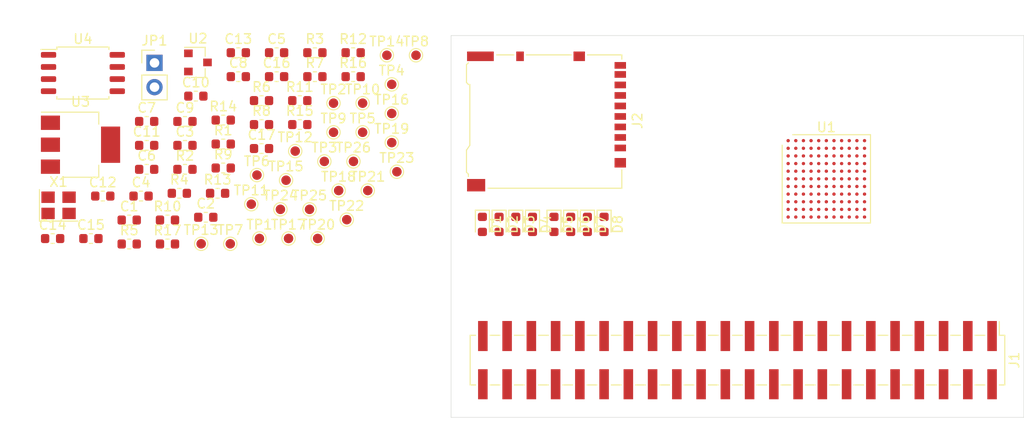
<source format=kicad_pcb>
(kicad_pcb (version 20171130) (host pcbnew 5.1.2)

  (general
    (thickness 1.6)
    (drawings 4)
    (tracks 0)
    (zones 0)
    (modules 76)
    (nets 179)
  )

  (page A4)
  (layers
    (0 F.Cu signal)
    (31 B.Cu signal)
    (32 B.Adhes user)
    (33 F.Adhes user)
    (34 B.Paste user)
    (35 F.Paste user)
    (36 B.SilkS user)
    (37 F.SilkS user)
    (38 B.Mask user)
    (39 F.Mask user)
    (40 Dwgs.User user)
    (41 Cmts.User user)
    (42 Eco1.User user)
    (43 Eco2.User user)
    (44 Edge.Cuts user)
    (45 Margin user)
    (46 B.CrtYd user)
    (47 F.CrtYd user)
    (48 B.Fab user)
    (49 F.Fab user)
  )

  (setup
    (last_trace_width 0.0889)
    (trace_clearance 0.0889)
    (zone_clearance 0.508)
    (zone_45_only no)
    (trace_min 0.0889)
    (via_size 0.45)
    (via_drill 0.3)
    (via_min_size 0)
    (via_min_drill 0.3)
    (uvia_size 0.6)
    (uvia_drill 0.2)
    (uvias_allowed no)
    (uvia_min_size 0.2)
    (uvia_min_drill 0.1)
    (edge_width 0.05)
    (segment_width 0.2)
    (pcb_text_width 0.3)
    (pcb_text_size 1.5 1.5)
    (mod_edge_width 0.12)
    (mod_text_size 1 1)
    (mod_text_width 0.15)
    (pad_size 1.524 1.524)
    (pad_drill 0.762)
    (pad_to_mask_clearance 0.051)
    (solder_mask_min_width 0.25)
    (aux_axis_origin 0 0)
    (visible_elements FFFFFF7F)
    (pcbplotparams
      (layerselection 0x010fc_ffffffff)
      (usegerberextensions false)
      (usegerberattributes false)
      (usegerberadvancedattributes false)
      (creategerberjobfile false)
      (excludeedgelayer true)
      (linewidth 0.100000)
      (plotframeref false)
      (viasonmask false)
      (mode 1)
      (useauxorigin false)
      (hpglpennumber 1)
      (hpglpenspeed 20)
      (hpglpendiameter 15.000000)
      (psnegative false)
      (psa4output false)
      (plotreference true)
      (plotvalue true)
      (plotinvisibletext false)
      (padsonsilk false)
      (subtractmaskfromsilk false)
      (outputformat 1)
      (mirror false)
      (drillshape 1)
      (scaleselection 1)
      (outputdirectory ""))
  )

  (net 0 "")
  (net 1 GND)
  (net 2 +1V2)
  (net 3 +2V5)
  (net 4 +3V3)
  (net 5 "Net-(C11-Pad2)")
  (net 6 "Net-(C11-Pad1)")
  (net 7 "Net-(C10-Pad2)")
  (net 8 "Net-(C10-Pad1)")
  (net 9 /G_RST)
  (net 10 /D7)
  (net 11 /D8)
  (net 12 /D6)
  (net 13 /D9)
  (net 14 /D5)
  (net 15 /D10)
  (net 16 /D4)
  (net 17 /D11)
  (net 18 /D3)
  (net 19 /D12)
  (net 20 /D2)
  (net 21 /D13)
  (net 22 /D1)
  (net 23 /D14)
  (net 24 /D0)
  (net 25 /D15)
  (net 26 "Net-(J1-Pad20)")
  (net 27 /DMARQ)
  (net 28 /WRn)
  (net 29 /RDn)
  (net 30 /IO_RDY)
  (net 31 /CSEL)
  (net 32 /DMACKn)
  (net 33 /INTRQ)
  (net 34 "Net-(J1-Pad32)")
  (net 35 /A1)
  (net 36 "Net-(J1-Pad34)")
  (net 37 /A0)
  (net 38 /A2)
  (net 39 /CS0n)
  (net 40 /CS1n)
  (net 41 /ACTIVEn)
  (net 42 /VLOGIC)
  (net 43 /VMOTOR)
  (net 44 "Net-(J1-Pad44)")
  (net 45 "Net-(U1-PadA1)")
  (net 46 "Net-(U1-PadB1)")
  (net 47 "Net-(U1-PadC1)")
  (net 48 "Net-(U1-PadD1)")
  (net 49 "Net-(U1-PadE1)")
  (net 50 "Net-(U1-PadF1)")
  (net 51 "Net-(U1-PadG1)")
  (net 52 "Net-(U1-PadH1)")
  (net 53 "Net-(U1-PadJ1)")
  (net 54 "Net-(U1-PadK1)")
  (net 55 "Net-(U1-PadL1)")
  (net 56 "Net-(U1-PadA2)")
  (net 57 "Net-(U1-PadB2)")
  (net 58 "Net-(U1-PadC2)")
  (net 59 "Net-(U1-PadD2)")
  (net 60 "Net-(U1-PadE2)")
  (net 61 "Net-(U1-PadF2)")
  (net 62 "Net-(U1-PadG2)")
  (net 63 "Net-(U1-PadH2)")
  (net 64 "Net-(U1-PadJ2)")
  (net 65 "Net-(U1-PadK2)")
  (net 66 "Net-(U1-PadL2)")
  (net 67 "Net-(U1-PadA3)")
  (net 68 "Net-(U1-PadB3)")
  (net 69 "Net-(U1-PadC3)")
  (net 70 "Net-(U1-PadD3)")
  (net 71 "Net-(U1-PadE3)")
  (net 72 "Net-(U1-PadF3)")
  (net 73 "Net-(U1-PadG3)")
  (net 74 "Net-(U1-PadH3)")
  (net 75 "Net-(U1-PadJ3)")
  (net 76 "Net-(U1-PadK3)")
  (net 77 "Net-(U1-PadL3)")
  (net 78 "Net-(U1-PadA4)")
  (net 79 "Net-(U1-PadB4)")
  (net 80 "Net-(U1-PadC4)")
  (net 81 "Net-(U1-PadE4)")
  (net 82 "Net-(U1-PadF4)")
  (net 83 "Net-(U1-PadJ4)")
  (net 84 "Net-(U1-PadK4)")
  (net 85 "Net-(U1-PadL4)")
  (net 86 "Net-(U1-PadA5)")
  (net 87 "Net-(U1-PadB5)")
  (net 88 "Net-(U1-PadD5)")
  (net 89 "Net-(U1-PadJ5)")
  (net 90 "Net-(U1-PadK5)")
  (net 91 "Net-(U1-PadL5)")
  (net 92 "Net-(U1-PadA6)")
  (net 93 "Net-(U1-PadB6)")
  (net 94 "Net-(U1-PadD6)")
  (net 95 "Net-(U1-PadH6)")
  (net 96 "Net-(U1-PadK6)")
  (net 97 "Net-(U1-PadA7)")
  (net 98 "Net-(U1-PadB7)")
  (net 99 "Net-(U1-PadC7)")
  (net 100 "Net-(U1-PadD7)")
  (net 101 "Net-(U1-PadH7)")
  (net 102 "Net-(U1-PadJ7)")
  (net 103 "Net-(U1-PadK7)")
  (net 104 "Net-(U1-PadL7)")
  (net 105 "Net-(U1-PadA8)")
  (net 106 "Net-(U1-PadB8)")
  (net 107 "Net-(U1-PadC8)")
  (net 108 "Net-(U1-PadE8)")
  (net 109 "Net-(U1-PadF8)")
  (net 110 "Net-(U1-PadG8)")
  (net 111 "Net-(U1-PadJ8)")
  (net 112 "Net-(U1-PadK8)")
  (net 113 "Net-(U1-PadL8)")
  (net 114 "Net-(U1-PadA9)")
  (net 115 "Net-(U1-PadB9)")
  (net 116 "Net-(U1-PadC9)")
  (net 117 "Net-(U1-PadD9)")
  (net 118 "Net-(U1-PadE9)")
  (net 119 "Net-(U1-PadF9)")
  (net 120 "Net-(U1-PadG9)")
  (net 121 "Net-(U1-PadH9)")
  (net 122 "Net-(U1-PadJ9)")
  (net 123 "Net-(U1-PadK9)")
  (net 124 "Net-(U1-PadL9)")
  (net 125 "Net-(U1-PadA10)")
  (net 126 "Net-(U1-PadB10)")
  (net 127 "Net-(U1-PadD10)")
  (net 128 "Net-(U1-PadE10)")
  (net 129 "Net-(U1-PadF10)")
  (net 130 "Net-(U1-PadG10)")
  (net 131 "Net-(U1-PadH10)")
  (net 132 "Net-(U1-PadJ10)")
  (net 133 "Net-(U1-PadA11)")
  (net 134 "Net-(U1-PadB11)")
  (net 135 "Net-(U1-PadC11)")
  (net 136 "Net-(U1-PadD11)")
  (net 137 "Net-(U1-PadE11)")
  (net 138 "Net-(U1-PadF11)")
  (net 139 "Net-(U1-PadG11)")
  (net 140 "Net-(U1-PadH11)")
  (net 141 "Net-(U1-PadJ11)")
  (net 142 "Net-(U1-PadK11)")
  (net 143 "Net-(J2-Pad9)")
  (net 144 "Net-(J2-Pad1)")
  (net 145 "Net-(J2-Pad2)")
  (net 146 "Net-(J2-Pad10)")
  (net 147 "Net-(J2-Pad3)")
  (net 148 "Net-(J2-Pad4)")
  (net 149 "Net-(J2-Pad5)")
  (net 150 "Net-(J2-Pad6)")
  (net 151 "Net-(J2-Pad7)")
  (net 152 "Net-(J2-Pad8)")
  (net 153 "Net-(J2-Pad11)")
  (net 154 "Net-(D1-Pad2)")
  (net 155 "Net-(D2-Pad2)")
  (net 156 "Net-(D3-Pad2)")
  (net 157 "Net-(D4-Pad2)")
  (net 158 "Net-(D5-Pad2)")
  (net 159 "Net-(D6-Pad2)")
  (net 160 "Net-(D7-Pad2)")
  (net 161 "Net-(D8-Pad2)")
  (net 162 "Net-(R1-Pad2)")
  (net 163 "Net-(R2-Pad2)")
  (net 164 "Net-(R3-Pad2)")
  (net 165 "Net-(R4-Pad2)")
  (net 166 "Net-(R5-Pad2)")
  (net 167 "Net-(R6-Pad2)")
  (net 168 "Net-(R7-Pad2)")
  (net 169 "Net-(R8-Pad2)")
  (net 170 /FPGA_CSn)
  (net 171 "Net-(JP1-Pad2)")
  (net 172 "Net-(R11-Pad1)")
  (net 173 /FPGA_SCK)
  (net 174 "Net-(R14-Pad2)")
  (net 175 "Net-(R15-Pad2)")
  (net 176 "Net-(R16-Pad2)")
  (net 177 "Net-(R17-Pad2)")
  (net 178 /REFCLK)

  (net_class Default "This is the default net class."
    (clearance 0.0889)
    (trace_width 0.0889)
    (via_dia 0.45)
    (via_drill 0.3)
    (uvia_dia 0.6)
    (uvia_drill 0.2)
    (add_net +1V2)
    (add_net +2V5)
    (add_net +3V3)
    (add_net /A0)
    (add_net /A1)
    (add_net /A2)
    (add_net /ACTIVEn)
    (add_net /CS0n)
    (add_net /CS1n)
    (add_net /CSEL)
    (add_net /D0)
    (add_net /D1)
    (add_net /D10)
    (add_net /D11)
    (add_net /D12)
    (add_net /D13)
    (add_net /D14)
    (add_net /D15)
    (add_net /D2)
    (add_net /D3)
    (add_net /D4)
    (add_net /D5)
    (add_net /D6)
    (add_net /D7)
    (add_net /D8)
    (add_net /D9)
    (add_net /DMACKn)
    (add_net /DMARQ)
    (add_net /FPGA_CSn)
    (add_net /FPGA_SCK)
    (add_net /G_RST)
    (add_net /INTRQ)
    (add_net /IO_RDY)
    (add_net /RDn)
    (add_net /REFCLK)
    (add_net /VLOGIC)
    (add_net /VMOTOR)
    (add_net /WRn)
    (add_net GND)
    (add_net "Net-(C10-Pad1)")
    (add_net "Net-(C10-Pad2)")
    (add_net "Net-(C11-Pad1)")
    (add_net "Net-(C11-Pad2)")
    (add_net "Net-(D1-Pad2)")
    (add_net "Net-(D2-Pad2)")
    (add_net "Net-(D3-Pad2)")
    (add_net "Net-(D4-Pad2)")
    (add_net "Net-(D5-Pad2)")
    (add_net "Net-(D6-Pad2)")
    (add_net "Net-(D7-Pad2)")
    (add_net "Net-(D8-Pad2)")
    (add_net "Net-(J1-Pad20)")
    (add_net "Net-(J1-Pad32)")
    (add_net "Net-(J1-Pad34)")
    (add_net "Net-(J1-Pad44)")
    (add_net "Net-(J2-Pad1)")
    (add_net "Net-(J2-Pad10)")
    (add_net "Net-(J2-Pad11)")
    (add_net "Net-(J2-Pad2)")
    (add_net "Net-(J2-Pad3)")
    (add_net "Net-(J2-Pad4)")
    (add_net "Net-(J2-Pad5)")
    (add_net "Net-(J2-Pad6)")
    (add_net "Net-(J2-Pad7)")
    (add_net "Net-(J2-Pad8)")
    (add_net "Net-(J2-Pad9)")
    (add_net "Net-(JP1-Pad2)")
    (add_net "Net-(R1-Pad2)")
    (add_net "Net-(R11-Pad1)")
    (add_net "Net-(R14-Pad2)")
    (add_net "Net-(R15-Pad2)")
    (add_net "Net-(R16-Pad2)")
    (add_net "Net-(R17-Pad2)")
    (add_net "Net-(R2-Pad2)")
    (add_net "Net-(R3-Pad2)")
    (add_net "Net-(R4-Pad2)")
    (add_net "Net-(R5-Pad2)")
    (add_net "Net-(R6-Pad2)")
    (add_net "Net-(R7-Pad2)")
    (add_net "Net-(R8-Pad2)")
    (add_net "Net-(U1-PadA1)")
    (add_net "Net-(U1-PadA10)")
    (add_net "Net-(U1-PadA11)")
    (add_net "Net-(U1-PadA2)")
    (add_net "Net-(U1-PadA3)")
    (add_net "Net-(U1-PadA4)")
    (add_net "Net-(U1-PadA5)")
    (add_net "Net-(U1-PadA6)")
    (add_net "Net-(U1-PadA7)")
    (add_net "Net-(U1-PadA8)")
    (add_net "Net-(U1-PadA9)")
    (add_net "Net-(U1-PadB1)")
    (add_net "Net-(U1-PadB10)")
    (add_net "Net-(U1-PadB11)")
    (add_net "Net-(U1-PadB2)")
    (add_net "Net-(U1-PadB3)")
    (add_net "Net-(U1-PadB4)")
    (add_net "Net-(U1-PadB5)")
    (add_net "Net-(U1-PadB6)")
    (add_net "Net-(U1-PadB7)")
    (add_net "Net-(U1-PadB8)")
    (add_net "Net-(U1-PadB9)")
    (add_net "Net-(U1-PadC1)")
    (add_net "Net-(U1-PadC11)")
    (add_net "Net-(U1-PadC2)")
    (add_net "Net-(U1-PadC3)")
    (add_net "Net-(U1-PadC4)")
    (add_net "Net-(U1-PadC7)")
    (add_net "Net-(U1-PadC8)")
    (add_net "Net-(U1-PadC9)")
    (add_net "Net-(U1-PadD1)")
    (add_net "Net-(U1-PadD10)")
    (add_net "Net-(U1-PadD11)")
    (add_net "Net-(U1-PadD2)")
    (add_net "Net-(U1-PadD3)")
    (add_net "Net-(U1-PadD5)")
    (add_net "Net-(U1-PadD6)")
    (add_net "Net-(U1-PadD7)")
    (add_net "Net-(U1-PadD9)")
    (add_net "Net-(U1-PadE1)")
    (add_net "Net-(U1-PadE10)")
    (add_net "Net-(U1-PadE11)")
    (add_net "Net-(U1-PadE2)")
    (add_net "Net-(U1-PadE3)")
    (add_net "Net-(U1-PadE4)")
    (add_net "Net-(U1-PadE8)")
    (add_net "Net-(U1-PadE9)")
    (add_net "Net-(U1-PadF1)")
    (add_net "Net-(U1-PadF10)")
    (add_net "Net-(U1-PadF11)")
    (add_net "Net-(U1-PadF2)")
    (add_net "Net-(U1-PadF3)")
    (add_net "Net-(U1-PadF4)")
    (add_net "Net-(U1-PadF8)")
    (add_net "Net-(U1-PadF9)")
    (add_net "Net-(U1-PadG1)")
    (add_net "Net-(U1-PadG10)")
    (add_net "Net-(U1-PadG11)")
    (add_net "Net-(U1-PadG2)")
    (add_net "Net-(U1-PadG3)")
    (add_net "Net-(U1-PadG8)")
    (add_net "Net-(U1-PadG9)")
    (add_net "Net-(U1-PadH1)")
    (add_net "Net-(U1-PadH10)")
    (add_net "Net-(U1-PadH11)")
    (add_net "Net-(U1-PadH2)")
    (add_net "Net-(U1-PadH3)")
    (add_net "Net-(U1-PadH6)")
    (add_net "Net-(U1-PadH7)")
    (add_net "Net-(U1-PadH9)")
    (add_net "Net-(U1-PadJ1)")
    (add_net "Net-(U1-PadJ10)")
    (add_net "Net-(U1-PadJ11)")
    (add_net "Net-(U1-PadJ2)")
    (add_net "Net-(U1-PadJ3)")
    (add_net "Net-(U1-PadJ4)")
    (add_net "Net-(U1-PadJ5)")
    (add_net "Net-(U1-PadJ7)")
    (add_net "Net-(U1-PadJ8)")
    (add_net "Net-(U1-PadJ9)")
    (add_net "Net-(U1-PadK1)")
    (add_net "Net-(U1-PadK11)")
    (add_net "Net-(U1-PadK2)")
    (add_net "Net-(U1-PadK3)")
    (add_net "Net-(U1-PadK4)")
    (add_net "Net-(U1-PadK5)")
    (add_net "Net-(U1-PadK6)")
    (add_net "Net-(U1-PadK7)")
    (add_net "Net-(U1-PadK8)")
    (add_net "Net-(U1-PadK9)")
    (add_net "Net-(U1-PadL1)")
    (add_net "Net-(U1-PadL2)")
    (add_net "Net-(U1-PadL3)")
    (add_net "Net-(U1-PadL4)")
    (add_net "Net-(U1-PadL5)")
    (add_net "Net-(U1-PadL7)")
    (add_net "Net-(U1-PadL8)")
    (add_net "Net-(U1-PadL9)")
  )

  (module Connector_PinHeader_2.54mm:PinHeader_2x22_P2.54mm_Vertical_SMD (layer F.Cu) (tedit 59FED5CC) (tstamp 5D2D060C)
    (at 185 99 270)
    (descr "surface-mounted straight pin header, 2x22, 2.54mm pitch, double rows")
    (tags "Surface mounted pin header SMD 2x22 2.54mm double row")
    (path /5D4290BF)
    (attr smd)
    (fp_text reference J1 (at 0 -29 90) (layer F.SilkS)
      (effects (font (size 1 1) (thickness 0.15)))
    )
    (fp_text value Conn_02x22_Odd_Even (at 0 29 90) (layer F.Fab)
      (effects (font (size 1 1) (thickness 0.15)))
    )
    (fp_line (start 2.54 27.94) (end -2.54 27.94) (layer F.Fab) (width 0.1))
    (fp_line (start -1.59 -27.94) (end 2.54 -27.94) (layer F.Fab) (width 0.1))
    (fp_line (start -2.54 27.94) (end -2.54 -26.99) (layer F.Fab) (width 0.1))
    (fp_line (start -2.54 -26.99) (end -1.59 -27.94) (layer F.Fab) (width 0.1))
    (fp_line (start 2.54 -27.94) (end 2.54 27.94) (layer F.Fab) (width 0.1))
    (fp_line (start -2.54 -26.99) (end -3.6 -26.99) (layer F.Fab) (width 0.1))
    (fp_line (start -3.6 -26.99) (end -3.6 -26.35) (layer F.Fab) (width 0.1))
    (fp_line (start -3.6 -26.35) (end -2.54 -26.35) (layer F.Fab) (width 0.1))
    (fp_line (start 2.54 -26.99) (end 3.6 -26.99) (layer F.Fab) (width 0.1))
    (fp_line (start 3.6 -26.99) (end 3.6 -26.35) (layer F.Fab) (width 0.1))
    (fp_line (start 3.6 -26.35) (end 2.54 -26.35) (layer F.Fab) (width 0.1))
    (fp_line (start -2.54 -24.45) (end -3.6 -24.45) (layer F.Fab) (width 0.1))
    (fp_line (start -3.6 -24.45) (end -3.6 -23.81) (layer F.Fab) (width 0.1))
    (fp_line (start -3.6 -23.81) (end -2.54 -23.81) (layer F.Fab) (width 0.1))
    (fp_line (start 2.54 -24.45) (end 3.6 -24.45) (layer F.Fab) (width 0.1))
    (fp_line (start 3.6 -24.45) (end 3.6 -23.81) (layer F.Fab) (width 0.1))
    (fp_line (start 3.6 -23.81) (end 2.54 -23.81) (layer F.Fab) (width 0.1))
    (fp_line (start -2.54 -21.91) (end -3.6 -21.91) (layer F.Fab) (width 0.1))
    (fp_line (start -3.6 -21.91) (end -3.6 -21.27) (layer F.Fab) (width 0.1))
    (fp_line (start -3.6 -21.27) (end -2.54 -21.27) (layer F.Fab) (width 0.1))
    (fp_line (start 2.54 -21.91) (end 3.6 -21.91) (layer F.Fab) (width 0.1))
    (fp_line (start 3.6 -21.91) (end 3.6 -21.27) (layer F.Fab) (width 0.1))
    (fp_line (start 3.6 -21.27) (end 2.54 -21.27) (layer F.Fab) (width 0.1))
    (fp_line (start -2.54 -19.37) (end -3.6 -19.37) (layer F.Fab) (width 0.1))
    (fp_line (start -3.6 -19.37) (end -3.6 -18.73) (layer F.Fab) (width 0.1))
    (fp_line (start -3.6 -18.73) (end -2.54 -18.73) (layer F.Fab) (width 0.1))
    (fp_line (start 2.54 -19.37) (end 3.6 -19.37) (layer F.Fab) (width 0.1))
    (fp_line (start 3.6 -19.37) (end 3.6 -18.73) (layer F.Fab) (width 0.1))
    (fp_line (start 3.6 -18.73) (end 2.54 -18.73) (layer F.Fab) (width 0.1))
    (fp_line (start -2.54 -16.83) (end -3.6 -16.83) (layer F.Fab) (width 0.1))
    (fp_line (start -3.6 -16.83) (end -3.6 -16.19) (layer F.Fab) (width 0.1))
    (fp_line (start -3.6 -16.19) (end -2.54 -16.19) (layer F.Fab) (width 0.1))
    (fp_line (start 2.54 -16.83) (end 3.6 -16.83) (layer F.Fab) (width 0.1))
    (fp_line (start 3.6 -16.83) (end 3.6 -16.19) (layer F.Fab) (width 0.1))
    (fp_line (start 3.6 -16.19) (end 2.54 -16.19) (layer F.Fab) (width 0.1))
    (fp_line (start -2.54 -14.29) (end -3.6 -14.29) (layer F.Fab) (width 0.1))
    (fp_line (start -3.6 -14.29) (end -3.6 -13.65) (layer F.Fab) (width 0.1))
    (fp_line (start -3.6 -13.65) (end -2.54 -13.65) (layer F.Fab) (width 0.1))
    (fp_line (start 2.54 -14.29) (end 3.6 -14.29) (layer F.Fab) (width 0.1))
    (fp_line (start 3.6 -14.29) (end 3.6 -13.65) (layer F.Fab) (width 0.1))
    (fp_line (start 3.6 -13.65) (end 2.54 -13.65) (layer F.Fab) (width 0.1))
    (fp_line (start -2.54 -11.75) (end -3.6 -11.75) (layer F.Fab) (width 0.1))
    (fp_line (start -3.6 -11.75) (end -3.6 -11.11) (layer F.Fab) (width 0.1))
    (fp_line (start -3.6 -11.11) (end -2.54 -11.11) (layer F.Fab) (width 0.1))
    (fp_line (start 2.54 -11.75) (end 3.6 -11.75) (layer F.Fab) (width 0.1))
    (fp_line (start 3.6 -11.75) (end 3.6 -11.11) (layer F.Fab) (width 0.1))
    (fp_line (start 3.6 -11.11) (end 2.54 -11.11) (layer F.Fab) (width 0.1))
    (fp_line (start -2.54 -9.21) (end -3.6 -9.21) (layer F.Fab) (width 0.1))
    (fp_line (start -3.6 -9.21) (end -3.6 -8.57) (layer F.Fab) (width 0.1))
    (fp_line (start -3.6 -8.57) (end -2.54 -8.57) (layer F.Fab) (width 0.1))
    (fp_line (start 2.54 -9.21) (end 3.6 -9.21) (layer F.Fab) (width 0.1))
    (fp_line (start 3.6 -9.21) (end 3.6 -8.57) (layer F.Fab) (width 0.1))
    (fp_line (start 3.6 -8.57) (end 2.54 -8.57) (layer F.Fab) (width 0.1))
    (fp_line (start -2.54 -6.67) (end -3.6 -6.67) (layer F.Fab) (width 0.1))
    (fp_line (start -3.6 -6.67) (end -3.6 -6.03) (layer F.Fab) (width 0.1))
    (fp_line (start -3.6 -6.03) (end -2.54 -6.03) (layer F.Fab) (width 0.1))
    (fp_line (start 2.54 -6.67) (end 3.6 -6.67) (layer F.Fab) (width 0.1))
    (fp_line (start 3.6 -6.67) (end 3.6 -6.03) (layer F.Fab) (width 0.1))
    (fp_line (start 3.6 -6.03) (end 2.54 -6.03) (layer F.Fab) (width 0.1))
    (fp_line (start -2.54 -4.13) (end -3.6 -4.13) (layer F.Fab) (width 0.1))
    (fp_line (start -3.6 -4.13) (end -3.6 -3.49) (layer F.Fab) (width 0.1))
    (fp_line (start -3.6 -3.49) (end -2.54 -3.49) (layer F.Fab) (width 0.1))
    (fp_line (start 2.54 -4.13) (end 3.6 -4.13) (layer F.Fab) (width 0.1))
    (fp_line (start 3.6 -4.13) (end 3.6 -3.49) (layer F.Fab) (width 0.1))
    (fp_line (start 3.6 -3.49) (end 2.54 -3.49) (layer F.Fab) (width 0.1))
    (fp_line (start -2.54 -1.59) (end -3.6 -1.59) (layer F.Fab) (width 0.1))
    (fp_line (start -3.6 -1.59) (end -3.6 -0.95) (layer F.Fab) (width 0.1))
    (fp_line (start -3.6 -0.95) (end -2.54 -0.95) (layer F.Fab) (width 0.1))
    (fp_line (start 2.54 -1.59) (end 3.6 -1.59) (layer F.Fab) (width 0.1))
    (fp_line (start 3.6 -1.59) (end 3.6 -0.95) (layer F.Fab) (width 0.1))
    (fp_line (start 3.6 -0.95) (end 2.54 -0.95) (layer F.Fab) (width 0.1))
    (fp_line (start -2.54 0.95) (end -3.6 0.95) (layer F.Fab) (width 0.1))
    (fp_line (start -3.6 0.95) (end -3.6 1.59) (layer F.Fab) (width 0.1))
    (fp_line (start -3.6 1.59) (end -2.54 1.59) (layer F.Fab) (width 0.1))
    (fp_line (start 2.54 0.95) (end 3.6 0.95) (layer F.Fab) (width 0.1))
    (fp_line (start 3.6 0.95) (end 3.6 1.59) (layer F.Fab) (width 0.1))
    (fp_line (start 3.6 1.59) (end 2.54 1.59) (layer F.Fab) (width 0.1))
    (fp_line (start -2.54 3.49) (end -3.6 3.49) (layer F.Fab) (width 0.1))
    (fp_line (start -3.6 3.49) (end -3.6 4.13) (layer F.Fab) (width 0.1))
    (fp_line (start -3.6 4.13) (end -2.54 4.13) (layer F.Fab) (width 0.1))
    (fp_line (start 2.54 3.49) (end 3.6 3.49) (layer F.Fab) (width 0.1))
    (fp_line (start 3.6 3.49) (end 3.6 4.13) (layer F.Fab) (width 0.1))
    (fp_line (start 3.6 4.13) (end 2.54 4.13) (layer F.Fab) (width 0.1))
    (fp_line (start -2.54 6.03) (end -3.6 6.03) (layer F.Fab) (width 0.1))
    (fp_line (start -3.6 6.03) (end -3.6 6.67) (layer F.Fab) (width 0.1))
    (fp_line (start -3.6 6.67) (end -2.54 6.67) (layer F.Fab) (width 0.1))
    (fp_line (start 2.54 6.03) (end 3.6 6.03) (layer F.Fab) (width 0.1))
    (fp_line (start 3.6 6.03) (end 3.6 6.67) (layer F.Fab) (width 0.1))
    (fp_line (start 3.6 6.67) (end 2.54 6.67) (layer F.Fab) (width 0.1))
    (fp_line (start -2.54 8.57) (end -3.6 8.57) (layer F.Fab) (width 0.1))
    (fp_line (start -3.6 8.57) (end -3.6 9.21) (layer F.Fab) (width 0.1))
    (fp_line (start -3.6 9.21) (end -2.54 9.21) (layer F.Fab) (width 0.1))
    (fp_line (start 2.54 8.57) (end 3.6 8.57) (layer F.Fab) (width 0.1))
    (fp_line (start 3.6 8.57) (end 3.6 9.21) (layer F.Fab) (width 0.1))
    (fp_line (start 3.6 9.21) (end 2.54 9.21) (layer F.Fab) (width 0.1))
    (fp_line (start -2.54 11.11) (end -3.6 11.11) (layer F.Fab) (width 0.1))
    (fp_line (start -3.6 11.11) (end -3.6 11.75) (layer F.Fab) (width 0.1))
    (fp_line (start -3.6 11.75) (end -2.54 11.75) (layer F.Fab) (width 0.1))
    (fp_line (start 2.54 11.11) (end 3.6 11.11) (layer F.Fab) (width 0.1))
    (fp_line (start 3.6 11.11) (end 3.6 11.75) (layer F.Fab) (width 0.1))
    (fp_line (start 3.6 11.75) (end 2.54 11.75) (layer F.Fab) (width 0.1))
    (fp_line (start -2.54 13.65) (end -3.6 13.65) (layer F.Fab) (width 0.1))
    (fp_line (start -3.6 13.65) (end -3.6 14.29) (layer F.Fab) (width 0.1))
    (fp_line (start -3.6 14.29) (end -2.54 14.29) (layer F.Fab) (width 0.1))
    (fp_line (start 2.54 13.65) (end 3.6 13.65) (layer F.Fab) (width 0.1))
    (fp_line (start 3.6 13.65) (end 3.6 14.29) (layer F.Fab) (width 0.1))
    (fp_line (start 3.6 14.29) (end 2.54 14.29) (layer F.Fab) (width 0.1))
    (fp_line (start -2.54 16.19) (end -3.6 16.19) (layer F.Fab) (width 0.1))
    (fp_line (start -3.6 16.19) (end -3.6 16.83) (layer F.Fab) (width 0.1))
    (fp_line (start -3.6 16.83) (end -2.54 16.83) (layer F.Fab) (width 0.1))
    (fp_line (start 2.54 16.19) (end 3.6 16.19) (layer F.Fab) (width 0.1))
    (fp_line (start 3.6 16.19) (end 3.6 16.83) (layer F.Fab) (width 0.1))
    (fp_line (start 3.6 16.83) (end 2.54 16.83) (layer F.Fab) (width 0.1))
    (fp_line (start -2.54 18.73) (end -3.6 18.73) (layer F.Fab) (width 0.1))
    (fp_line (start -3.6 18.73) (end -3.6 19.37) (layer F.Fab) (width 0.1))
    (fp_line (start -3.6 19.37) (end -2.54 19.37) (layer F.Fab) (width 0.1))
    (fp_line (start 2.54 18.73) (end 3.6 18.73) (layer F.Fab) (width 0.1))
    (fp_line (start 3.6 18.73) (end 3.6 19.37) (layer F.Fab) (width 0.1))
    (fp_line (start 3.6 19.37) (end 2.54 19.37) (layer F.Fab) (width 0.1))
    (fp_line (start -2.54 21.27) (end -3.6 21.27) (layer F.Fab) (width 0.1))
    (fp_line (start -3.6 21.27) (end -3.6 21.91) (layer F.Fab) (width 0.1))
    (fp_line (start -3.6 21.91) (end -2.54 21.91) (layer F.Fab) (width 0.1))
    (fp_line (start 2.54 21.27) (end 3.6 21.27) (layer F.Fab) (width 0.1))
    (fp_line (start 3.6 21.27) (end 3.6 21.91) (layer F.Fab) (width 0.1))
    (fp_line (start 3.6 21.91) (end 2.54 21.91) (layer F.Fab) (width 0.1))
    (fp_line (start -2.54 23.81) (end -3.6 23.81) (layer F.Fab) (width 0.1))
    (fp_line (start -3.6 23.81) (end -3.6 24.45) (layer F.Fab) (width 0.1))
    (fp_line (start -3.6 24.45) (end -2.54 24.45) (layer F.Fab) (width 0.1))
    (fp_line (start 2.54 23.81) (end 3.6 23.81) (layer F.Fab) (width 0.1))
    (fp_line (start 3.6 23.81) (end 3.6 24.45) (layer F.Fab) (width 0.1))
    (fp_line (start 3.6 24.45) (end 2.54 24.45) (layer F.Fab) (width 0.1))
    (fp_line (start -2.54 26.35) (end -3.6 26.35) (layer F.Fab) (width 0.1))
    (fp_line (start -3.6 26.35) (end -3.6 26.99) (layer F.Fab) (width 0.1))
    (fp_line (start -3.6 26.99) (end -2.54 26.99) (layer F.Fab) (width 0.1))
    (fp_line (start 2.54 26.35) (end 3.6 26.35) (layer F.Fab) (width 0.1))
    (fp_line (start 3.6 26.35) (end 3.6 26.99) (layer F.Fab) (width 0.1))
    (fp_line (start 3.6 26.99) (end 2.54 26.99) (layer F.Fab) (width 0.1))
    (fp_line (start -2.6 -28) (end 2.6 -28) (layer F.SilkS) (width 0.12))
    (fp_line (start -2.6 28) (end 2.6 28) (layer F.SilkS) (width 0.12))
    (fp_line (start -4.04 -27.43) (end -2.6 -27.43) (layer F.SilkS) (width 0.12))
    (fp_line (start -2.6 -28) (end -2.6 -27.43) (layer F.SilkS) (width 0.12))
    (fp_line (start 2.6 -28) (end 2.6 -27.43) (layer F.SilkS) (width 0.12))
    (fp_line (start -2.6 27.43) (end -2.6 28) (layer F.SilkS) (width 0.12))
    (fp_line (start 2.6 27.43) (end 2.6 28) (layer F.SilkS) (width 0.12))
    (fp_line (start -2.6 -25.91) (end -2.6 -24.89) (layer F.SilkS) (width 0.12))
    (fp_line (start 2.6 -25.91) (end 2.6 -24.89) (layer F.SilkS) (width 0.12))
    (fp_line (start -2.6 -23.37) (end -2.6 -22.35) (layer F.SilkS) (width 0.12))
    (fp_line (start 2.6 -23.37) (end 2.6 -22.35) (layer F.SilkS) (width 0.12))
    (fp_line (start -2.6 -20.83) (end -2.6 -19.81) (layer F.SilkS) (width 0.12))
    (fp_line (start 2.6 -20.83) (end 2.6 -19.81) (layer F.SilkS) (width 0.12))
    (fp_line (start -2.6 -18.29) (end -2.6 -17.27) (layer F.SilkS) (width 0.12))
    (fp_line (start 2.6 -18.29) (end 2.6 -17.27) (layer F.SilkS) (width 0.12))
    (fp_line (start -2.6 -15.75) (end -2.6 -14.73) (layer F.SilkS) (width 0.12))
    (fp_line (start 2.6 -15.75) (end 2.6 -14.73) (layer F.SilkS) (width 0.12))
    (fp_line (start -2.6 -13.21) (end -2.6 -12.19) (layer F.SilkS) (width 0.12))
    (fp_line (start 2.6 -13.21) (end 2.6 -12.19) (layer F.SilkS) (width 0.12))
    (fp_line (start -2.6 -10.67) (end -2.6 -9.65) (layer F.SilkS) (width 0.12))
    (fp_line (start 2.6 -10.67) (end 2.6 -9.65) (layer F.SilkS) (width 0.12))
    (fp_line (start -2.6 -8.13) (end -2.6 -7.11) (layer F.SilkS) (width 0.12))
    (fp_line (start 2.6 -8.13) (end 2.6 -7.11) (layer F.SilkS) (width 0.12))
    (fp_line (start -2.6 -5.59) (end -2.6 -4.57) (layer F.SilkS) (width 0.12))
    (fp_line (start 2.6 -5.59) (end 2.6 -4.57) (layer F.SilkS) (width 0.12))
    (fp_line (start -2.6 -3.05) (end -2.6 -2.03) (layer F.SilkS) (width 0.12))
    (fp_line (start 2.6 -3.05) (end 2.6 -2.03) (layer F.SilkS) (width 0.12))
    (fp_line (start -2.6 -0.51) (end -2.6 0.51) (layer F.SilkS) (width 0.12))
    (fp_line (start 2.6 -0.51) (end 2.6 0.51) (layer F.SilkS) (width 0.12))
    (fp_line (start -2.6 2.03) (end -2.6 3.05) (layer F.SilkS) (width 0.12))
    (fp_line (start 2.6 2.03) (end 2.6 3.05) (layer F.SilkS) (width 0.12))
    (fp_line (start -2.6 4.57) (end -2.6 5.59) (layer F.SilkS) (width 0.12))
    (fp_line (start 2.6 4.57) (end 2.6 5.59) (layer F.SilkS) (width 0.12))
    (fp_line (start -2.6 7.11) (end -2.6 8.13) (layer F.SilkS) (width 0.12))
    (fp_line (start 2.6 7.11) (end 2.6 8.13) (layer F.SilkS) (width 0.12))
    (fp_line (start -2.6 9.65) (end -2.6 10.67) (layer F.SilkS) (width 0.12))
    (fp_line (start 2.6 9.65) (end 2.6 10.67) (layer F.SilkS) (width 0.12))
    (fp_line (start -2.6 12.19) (end -2.6 13.21) (layer F.SilkS) (width 0.12))
    (fp_line (start 2.6 12.19) (end 2.6 13.21) (layer F.SilkS) (width 0.12))
    (fp_line (start -2.6 14.73) (end -2.6 15.75) (layer F.SilkS) (width 0.12))
    (fp_line (start 2.6 14.73) (end 2.6 15.75) (layer F.SilkS) (width 0.12))
    (fp_line (start -2.6 17.27) (end -2.6 18.29) (layer F.SilkS) (width 0.12))
    (fp_line (start 2.6 17.27) (end 2.6 18.29) (layer F.SilkS) (width 0.12))
    (fp_line (start -2.6 19.81) (end -2.6 20.83) (layer F.SilkS) (width 0.12))
    (fp_line (start 2.6 19.81) (end 2.6 20.83) (layer F.SilkS) (width 0.12))
    (fp_line (start -2.6 22.35) (end -2.6 23.37) (layer F.SilkS) (width 0.12))
    (fp_line (start 2.6 22.35) (end 2.6 23.37) (layer F.SilkS) (width 0.12))
    (fp_line (start -2.6 24.89) (end -2.6 25.91) (layer F.SilkS) (width 0.12))
    (fp_line (start 2.6 24.89) (end 2.6 25.91) (layer F.SilkS) (width 0.12))
    (fp_line (start -5.9 -28.45) (end -5.9 28.45) (layer F.CrtYd) (width 0.05))
    (fp_line (start -5.9 28.45) (end 5.9 28.45) (layer F.CrtYd) (width 0.05))
    (fp_line (start 5.9 28.45) (end 5.9 -28.45) (layer F.CrtYd) (width 0.05))
    (fp_line (start 5.9 -28.45) (end -5.9 -28.45) (layer F.CrtYd) (width 0.05))
    (fp_text user %R (at 0 0) (layer F.Fab)
      (effects (font (size 1 1) (thickness 0.15)))
    )
    (pad 1 smd rect (at -2.525 -26.67 270) (size 3.15 1) (layers F.Cu F.Paste F.Mask)
      (net 9 /G_RST))
    (pad 2 smd rect (at 2.525 -26.67 270) (size 3.15 1) (layers F.Cu F.Paste F.Mask)
      (net 1 GND))
    (pad 3 smd rect (at -2.525 -24.13 270) (size 3.15 1) (layers F.Cu F.Paste F.Mask)
      (net 10 /D7))
    (pad 4 smd rect (at 2.525 -24.13 270) (size 3.15 1) (layers F.Cu F.Paste F.Mask)
      (net 11 /D8))
    (pad 5 smd rect (at -2.525 -21.59 270) (size 3.15 1) (layers F.Cu F.Paste F.Mask)
      (net 12 /D6))
    (pad 6 smd rect (at 2.525 -21.59 270) (size 3.15 1) (layers F.Cu F.Paste F.Mask)
      (net 13 /D9))
    (pad 7 smd rect (at -2.525 -19.05 270) (size 3.15 1) (layers F.Cu F.Paste F.Mask)
      (net 14 /D5))
    (pad 8 smd rect (at 2.525 -19.05 270) (size 3.15 1) (layers F.Cu F.Paste F.Mask)
      (net 15 /D10))
    (pad 9 smd rect (at -2.525 -16.51 270) (size 3.15 1) (layers F.Cu F.Paste F.Mask)
      (net 16 /D4))
    (pad 10 smd rect (at 2.525 -16.51 270) (size 3.15 1) (layers F.Cu F.Paste F.Mask)
      (net 17 /D11))
    (pad 11 smd rect (at -2.525 -13.97 270) (size 3.15 1) (layers F.Cu F.Paste F.Mask)
      (net 18 /D3))
    (pad 12 smd rect (at 2.525 -13.97 270) (size 3.15 1) (layers F.Cu F.Paste F.Mask)
      (net 19 /D12))
    (pad 13 smd rect (at -2.525 -11.43 270) (size 3.15 1) (layers F.Cu F.Paste F.Mask)
      (net 20 /D2))
    (pad 14 smd rect (at 2.525 -11.43 270) (size 3.15 1) (layers F.Cu F.Paste F.Mask)
      (net 21 /D13))
    (pad 15 smd rect (at -2.525 -8.89 270) (size 3.15 1) (layers F.Cu F.Paste F.Mask)
      (net 22 /D1))
    (pad 16 smd rect (at 2.525 -8.89 270) (size 3.15 1) (layers F.Cu F.Paste F.Mask)
      (net 23 /D14))
    (pad 17 smd rect (at -2.525 -6.35 270) (size 3.15 1) (layers F.Cu F.Paste F.Mask)
      (net 24 /D0))
    (pad 18 smd rect (at 2.525 -6.35 270) (size 3.15 1) (layers F.Cu F.Paste F.Mask)
      (net 25 /D15))
    (pad 19 smd rect (at -2.525 -3.81 270) (size 3.15 1) (layers F.Cu F.Paste F.Mask)
      (net 1 GND))
    (pad 20 smd rect (at 2.525 -3.81 270) (size 3.15 1) (layers F.Cu F.Paste F.Mask)
      (net 26 "Net-(J1-Pad20)"))
    (pad 21 smd rect (at -2.525 -1.27 270) (size 3.15 1) (layers F.Cu F.Paste F.Mask)
      (net 27 /DMARQ))
    (pad 22 smd rect (at 2.525 -1.27 270) (size 3.15 1) (layers F.Cu F.Paste F.Mask)
      (net 1 GND))
    (pad 23 smd rect (at -2.525 1.27 270) (size 3.15 1) (layers F.Cu F.Paste F.Mask)
      (net 28 /WRn))
    (pad 24 smd rect (at 2.525 1.27 270) (size 3.15 1) (layers F.Cu F.Paste F.Mask)
      (net 1 GND))
    (pad 25 smd rect (at -2.525 3.81 270) (size 3.15 1) (layers F.Cu F.Paste F.Mask)
      (net 29 /RDn))
    (pad 26 smd rect (at 2.525 3.81 270) (size 3.15 1) (layers F.Cu F.Paste F.Mask)
      (net 1 GND))
    (pad 27 smd rect (at -2.525 6.35 270) (size 3.15 1) (layers F.Cu F.Paste F.Mask)
      (net 30 /IO_RDY))
    (pad 28 smd rect (at 2.525 6.35 270) (size 3.15 1) (layers F.Cu F.Paste F.Mask)
      (net 31 /CSEL))
    (pad 29 smd rect (at -2.525 8.89 270) (size 3.15 1) (layers F.Cu F.Paste F.Mask)
      (net 32 /DMACKn))
    (pad 30 smd rect (at 2.525 8.89 270) (size 3.15 1) (layers F.Cu F.Paste F.Mask)
      (net 1 GND))
    (pad 31 smd rect (at -2.525 11.43 270) (size 3.15 1) (layers F.Cu F.Paste F.Mask)
      (net 33 /INTRQ))
    (pad 32 smd rect (at 2.525 11.43 270) (size 3.15 1) (layers F.Cu F.Paste F.Mask)
      (net 34 "Net-(J1-Pad32)"))
    (pad 33 smd rect (at -2.525 13.97 270) (size 3.15 1) (layers F.Cu F.Paste F.Mask)
      (net 35 /A1))
    (pad 34 smd rect (at 2.525 13.97 270) (size 3.15 1) (layers F.Cu F.Paste F.Mask)
      (net 36 "Net-(J1-Pad34)"))
    (pad 35 smd rect (at -2.525 16.51 270) (size 3.15 1) (layers F.Cu F.Paste F.Mask)
      (net 37 /A0))
    (pad 36 smd rect (at 2.525 16.51 270) (size 3.15 1) (layers F.Cu F.Paste F.Mask)
      (net 38 /A2))
    (pad 37 smd rect (at -2.525 19.05 270) (size 3.15 1) (layers F.Cu F.Paste F.Mask)
      (net 39 /CS0n))
    (pad 38 smd rect (at 2.525 19.05 270) (size 3.15 1) (layers F.Cu F.Paste F.Mask)
      (net 40 /CS1n))
    (pad 39 smd rect (at -2.525 21.59 270) (size 3.15 1) (layers F.Cu F.Paste F.Mask)
      (net 41 /ACTIVEn))
    (pad 40 smd rect (at 2.525 21.59 270) (size 3.15 1) (layers F.Cu F.Paste F.Mask)
      (net 1 GND))
    (pad 41 smd rect (at -2.525 24.13 270) (size 3.15 1) (layers F.Cu F.Paste F.Mask)
      (net 42 /VLOGIC))
    (pad 42 smd rect (at 2.525 24.13 270) (size 3.15 1) (layers F.Cu F.Paste F.Mask)
      (net 43 /VMOTOR))
    (pad 43 smd rect (at -2.525 26.67 270) (size 3.15 1) (layers F.Cu F.Paste F.Mask)
      (net 1 GND))
    (pad 44 smd rect (at 2.525 26.67 270) (size 3.15 1) (layers F.Cu F.Paste F.Mask)
      (net 44 "Net-(J1-Pad44)"))
    (model ${KISYS3DMOD}/Connector_PinHeader_2.54mm.3dshapes/PinHeader_2x22_P2.54mm_Vertical_SMD.wrl
      (at (xyz 0 0 0))
      (scale (xyz 1 1 1))
      (rotate (xyz 0 0 0))
    )
  )

  (module Package_BGA:BGA-121_9.0x9.0mm_Layout11x11_P0.8mm_Ball0.4mm_Pad0.35mm_NSMD (layer F.Cu) (tedit 5B945AF6) (tstamp 5D2E38D6)
    (at 194.31 80.01)
    (descr "121-ball, 0.8mm BGA (based on http://www.latticesemi.com/view_document?document_id=213)")
    (tags "BGA 0.8mm 9mm 121")
    (path /5D275D69)
    (solder_mask_margin 0.075)
    (attr smd)
    (fp_text reference U1 (at 0 -5.4) (layer F.SilkS)
      (effects (font (size 1 1) (thickness 0.15)))
    )
    (fp_text value ICE40HX8K-BG121 (at 0 5.4) (layer F.Fab)
      (effects (font (size 1 1) (thickness 0.15)))
    )
    (fp_line (start -4.5 -3.5) (end -4.5 4.5) (layer F.Fab) (width 0.1))
    (fp_line (start -3.5 -4.5) (end 4.5 -4.5) (layer F.Fab) (width 0.1))
    (fp_line (start -4.5 4.5) (end 4.5 4.5) (layer F.Fab) (width 0.1))
    (fp_line (start 4.5 4.5) (end 4.5 -4.5) (layer F.Fab) (width 0.1))
    (fp_line (start -3.5 -4.5) (end -4.5 -3.5) (layer F.Fab) (width 0.1))
    (fp_text user %R (at 0 0) (layer F.Fab)
      (effects (font (size 1 1) (thickness 0.15)))
    )
    (fp_line (start -5.5 -5.5) (end -5.5 5.5) (layer F.CrtYd) (width 0.05))
    (fp_line (start -5.5 -5.5) (end 5.5 -5.5) (layer F.CrtYd) (width 0.05))
    (fp_line (start 5.5 -5.5) (end 5.5 5.5) (layer F.CrtYd) (width 0.05))
    (fp_line (start 5.5 5.5) (end -5.5 5.5) (layer F.CrtYd) (width 0.05))
    (fp_line (start -4.625 -3.525) (end -4.625 4.625) (layer F.SilkS) (width 0.12))
    (fp_line (start -4.625 4.625) (end 4.625 4.625) (layer F.SilkS) (width 0.12))
    (fp_line (start 4.625 -4.625) (end 4.625 4.625) (layer F.SilkS) (width 0.12))
    (fp_line (start -3.525 -4.625) (end 4.625 -4.625) (layer F.SilkS) (width 0.12))
    (pad A1 smd circle (at -4 -4) (size 0.35 0.35) (layers F.Cu F.Paste F.Mask)
      (net 45 "Net-(U1-PadA1)"))
    (pad B1 smd circle (at -4 -3.2) (size 0.35 0.35) (layers F.Cu F.Paste F.Mask)
      (net 46 "Net-(U1-PadB1)"))
    (pad C1 smd circle (at -4 -2.4) (size 0.35 0.35) (layers F.Cu F.Paste F.Mask)
      (net 47 "Net-(U1-PadC1)"))
    (pad D1 smd circle (at -4 -1.6) (size 0.35 0.35) (layers F.Cu F.Paste F.Mask)
      (net 48 "Net-(U1-PadD1)"))
    (pad E1 smd circle (at -4 -0.8) (size 0.35 0.35) (layers F.Cu F.Paste F.Mask)
      (net 49 "Net-(U1-PadE1)"))
    (pad F1 smd circle (at -4 0) (size 0.35 0.35) (layers F.Cu F.Paste F.Mask)
      (net 50 "Net-(U1-PadF1)"))
    (pad G1 smd circle (at -4 0.8) (size 0.35 0.35) (layers F.Cu F.Paste F.Mask)
      (net 51 "Net-(U1-PadG1)"))
    (pad H1 smd circle (at -4 1.6) (size 0.35 0.35) (layers F.Cu F.Paste F.Mask)
      (net 52 "Net-(U1-PadH1)"))
    (pad J1 smd circle (at -4 2.4) (size 0.35 0.35) (layers F.Cu F.Paste F.Mask)
      (net 53 "Net-(U1-PadJ1)"))
    (pad K1 smd circle (at -4 3.2) (size 0.35 0.35) (layers F.Cu F.Paste F.Mask)
      (net 54 "Net-(U1-PadK1)"))
    (pad L1 smd circle (at -4 4) (size 0.35 0.35) (layers F.Cu F.Paste F.Mask)
      (net 55 "Net-(U1-PadL1)"))
    (pad A2 smd circle (at -3.2 -4) (size 0.35 0.35) (layers F.Cu F.Paste F.Mask)
      (net 56 "Net-(U1-PadA2)"))
    (pad B2 smd circle (at -3.2 -3.2) (size 0.35 0.35) (layers F.Cu F.Paste F.Mask)
      (net 57 "Net-(U1-PadB2)"))
    (pad C2 smd circle (at -3.2 -2.4) (size 0.35 0.35) (layers F.Cu F.Paste F.Mask)
      (net 58 "Net-(U1-PadC2)"))
    (pad D2 smd circle (at -3.2 -1.6) (size 0.35 0.35) (layers F.Cu F.Paste F.Mask)
      (net 59 "Net-(U1-PadD2)"))
    (pad E2 smd circle (at -3.2 -0.8) (size 0.35 0.35) (layers F.Cu F.Paste F.Mask)
      (net 60 "Net-(U1-PadE2)"))
    (pad F2 smd circle (at -3.2 0) (size 0.35 0.35) (layers F.Cu F.Paste F.Mask)
      (net 61 "Net-(U1-PadF2)"))
    (pad G2 smd circle (at -3.2 0.8) (size 0.35 0.35) (layers F.Cu F.Paste F.Mask)
      (net 62 "Net-(U1-PadG2)"))
    (pad H2 smd circle (at -3.2 1.6) (size 0.35 0.35) (layers F.Cu F.Paste F.Mask)
      (net 63 "Net-(U1-PadH2)"))
    (pad J2 smd circle (at -3.2 2.4) (size 0.35 0.35) (layers F.Cu F.Paste F.Mask)
      (net 64 "Net-(U1-PadJ2)"))
    (pad K2 smd circle (at -3.2 3.2) (size 0.35 0.35) (layers F.Cu F.Paste F.Mask)
      (net 65 "Net-(U1-PadK2)"))
    (pad L2 smd circle (at -3.2 4) (size 0.35 0.35) (layers F.Cu F.Paste F.Mask)
      (net 66 "Net-(U1-PadL2)"))
    (pad A3 smd circle (at -2.4 -4) (size 0.35 0.35) (layers F.Cu F.Paste F.Mask)
      (net 67 "Net-(U1-PadA3)"))
    (pad B3 smd circle (at -2.4 -3.2) (size 0.35 0.35) (layers F.Cu F.Paste F.Mask)
      (net 68 "Net-(U1-PadB3)"))
    (pad C3 smd circle (at -2.4 -2.4) (size 0.35 0.35) (layers F.Cu F.Paste F.Mask)
      (net 69 "Net-(U1-PadC3)"))
    (pad D3 smd circle (at -2.4 -1.6) (size 0.35 0.35) (layers F.Cu F.Paste F.Mask)
      (net 70 "Net-(U1-PadD3)"))
    (pad E3 smd circle (at -2.4 -0.8) (size 0.35 0.35) (layers F.Cu F.Paste F.Mask)
      (net 71 "Net-(U1-PadE3)"))
    (pad F3 smd circle (at -2.4 0) (size 0.35 0.35) (layers F.Cu F.Paste F.Mask)
      (net 72 "Net-(U1-PadF3)"))
    (pad G3 smd circle (at -2.4 0.8) (size 0.35 0.35) (layers F.Cu F.Paste F.Mask)
      (net 73 "Net-(U1-PadG3)"))
    (pad H3 smd circle (at -2.4 1.6) (size 0.35 0.35) (layers F.Cu F.Paste F.Mask)
      (net 74 "Net-(U1-PadH3)"))
    (pad J3 smd circle (at -2.4 2.4) (size 0.35 0.35) (layers F.Cu F.Paste F.Mask)
      (net 75 "Net-(U1-PadJ3)"))
    (pad K3 smd circle (at -2.4 3.2) (size 0.35 0.35) (layers F.Cu F.Paste F.Mask)
      (net 76 "Net-(U1-PadK3)"))
    (pad L3 smd circle (at -2.4 4) (size 0.35 0.35) (layers F.Cu F.Paste F.Mask)
      (net 77 "Net-(U1-PadL3)"))
    (pad A4 smd circle (at -1.6 -4) (size 0.35 0.35) (layers F.Cu F.Paste F.Mask)
      (net 78 "Net-(U1-PadA4)"))
    (pad B4 smd circle (at -1.6 -3.2) (size 0.35 0.35) (layers F.Cu F.Paste F.Mask)
      (net 79 "Net-(U1-PadB4)"))
    (pad C4 smd circle (at -1.6 -2.4) (size 0.35 0.35) (layers F.Cu F.Paste F.Mask)
      (net 80 "Net-(U1-PadC4)"))
    (pad D4 smd circle (at -1.6 -1.6) (size 0.35 0.35) (layers F.Cu F.Paste F.Mask)
      (net 2 +1V2))
    (pad E4 smd circle (at -1.6 -0.8) (size 0.35 0.35) (layers F.Cu F.Paste F.Mask)
      (net 81 "Net-(U1-PadE4)"))
    (pad F4 smd circle (at -1.6 0) (size 0.35 0.35) (layers F.Cu F.Paste F.Mask)
      (net 82 "Net-(U1-PadF4)"))
    (pad G4 smd circle (at -1.6 0.8) (size 0.35 0.35) (layers F.Cu F.Paste F.Mask)
      (net 81 "Net-(U1-PadE4)"))
    (pad H4 smd circle (at -1.6 1.6) (size 0.35 0.35) (layers F.Cu F.Paste F.Mask)
      (net 2 +1V2))
    (pad J4 smd circle (at -1.6 2.4) (size 0.35 0.35) (layers F.Cu F.Paste F.Mask)
      (net 83 "Net-(U1-PadJ4)"))
    (pad K4 smd circle (at -1.6 3.2) (size 0.35 0.35) (layers F.Cu F.Paste F.Mask)
      (net 84 "Net-(U1-PadK4)"))
    (pad L4 smd circle (at -1.6 4) (size 0.35 0.35) (layers F.Cu F.Paste F.Mask)
      (net 85 "Net-(U1-PadL4)"))
    (pad A5 smd circle (at -0.8 -4) (size 0.35 0.35) (layers F.Cu F.Paste F.Mask)
      (net 86 "Net-(U1-PadA5)"))
    (pad B5 smd circle (at -0.8 -3.2) (size 0.35 0.35) (layers F.Cu F.Paste F.Mask)
      (net 87 "Net-(U1-PadB5)"))
    (pad C5 smd circle (at -0.8 -2.4) (size 0.35 0.35) (layers F.Cu F.Paste F.Mask)
      (net 7 "Net-(C10-Pad2)"))
    (pad D5 smd circle (at -0.8 -1.6) (size 0.35 0.35) (layers F.Cu F.Paste F.Mask)
      (net 88 "Net-(U1-PadD5)"))
    (pad E5 smd circle (at -0.8 -0.8) (size 0.35 0.35) (layers F.Cu F.Paste F.Mask)
      (net 1 GND))
    (pad F5 smd circle (at -0.8 0) (size 0.35 0.35) (layers F.Cu F.Paste F.Mask)
      (net 1 GND))
    (pad G5 smd circle (at -0.8 0.8) (size 0.35 0.35) (layers F.Cu F.Paste F.Mask)
      (net 1 GND))
    (pad H5 smd circle (at -0.8 1.6) (size 0.35 0.35) (layers F.Cu F.Paste F.Mask)
      (net 1 GND))
    (pad J5 smd circle (at -0.8 2.4) (size 0.35 0.35) (layers F.Cu F.Paste F.Mask)
      (net 89 "Net-(U1-PadJ5)"))
    (pad K5 smd circle (at -0.8 3.2) (size 0.35 0.35) (layers F.Cu F.Paste F.Mask)
      (net 90 "Net-(U1-PadK5)"))
    (pad L5 smd circle (at -0.8 4) (size 0.35 0.35) (layers F.Cu F.Paste F.Mask)
      (net 91 "Net-(U1-PadL5)"))
    (pad A6 smd circle (at 0 -4) (size 0.35 0.35) (layers F.Cu F.Paste F.Mask)
      (net 92 "Net-(U1-PadA6)"))
    (pad B6 smd circle (at 0 -3.2) (size 0.35 0.35) (layers F.Cu F.Paste F.Mask)
      (net 93 "Net-(U1-PadB6)"))
    (pad C6 smd circle (at 0 -2.4) (size 0.35 0.35) (layers F.Cu F.Paste F.Mask)
      (net 8 "Net-(C10-Pad1)"))
    (pad D6 smd circle (at 0 -1.6) (size 0.35 0.35) (layers F.Cu F.Paste F.Mask)
      (net 94 "Net-(U1-PadD6)"))
    (pad E6 smd circle (at 0 -0.8) (size 0.35 0.35) (layers F.Cu F.Paste F.Mask)
      (net 1 GND))
    (pad F6 smd circle (at 0 0) (size 0.35 0.35) (layers F.Cu F.Paste F.Mask)
      (net 1 GND))
    (pad G6 smd circle (at 0 0.8) (size 0.35 0.35) (layers F.Cu F.Paste F.Mask)
      (net 1 GND))
    (pad H6 smd circle (at 0 1.6) (size 0.35 0.35) (layers F.Cu F.Paste F.Mask)
      (net 95 "Net-(U1-PadH6)"))
    (pad J6 smd circle (at 0 2.4) (size 0.35 0.35) (layers F.Cu F.Paste F.Mask)
      (net 6 "Net-(C11-Pad1)"))
    (pad K6 smd circle (at 0 3.2) (size 0.35 0.35) (layers F.Cu F.Paste F.Mask)
      (net 96 "Net-(U1-PadK6)"))
    (pad L6 smd circle (at 0 4) (size 0.35 0.35) (layers F.Cu F.Paste F.Mask)
      (net 5 "Net-(C11-Pad2)"))
    (pad A7 smd circle (at 0.8 -4) (size 0.35 0.35) (layers F.Cu F.Paste F.Mask)
      (net 97 "Net-(U1-PadA7)"))
    (pad B7 smd circle (at 0.8 -3.2) (size 0.35 0.35) (layers F.Cu F.Paste F.Mask)
      (net 98 "Net-(U1-PadB7)"))
    (pad C7 smd circle (at 0.8 -2.4) (size 0.35 0.35) (layers F.Cu F.Paste F.Mask)
      (net 99 "Net-(U1-PadC7)"))
    (pad D7 smd circle (at 0.8 -1.6) (size 0.35 0.35) (layers F.Cu F.Paste F.Mask)
      (net 100 "Net-(U1-PadD7)"))
    (pad E7 smd circle (at 0.8 -0.8) (size 0.35 0.35) (layers F.Cu F.Paste F.Mask)
      (net 1 GND))
    (pad F7 smd circle (at 0.8 0) (size 0.35 0.35) (layers F.Cu F.Paste F.Mask)
      (net 1 GND))
    (pad G7 smd circle (at 0.8 0.8) (size 0.35 0.35) (layers F.Cu F.Paste F.Mask)
      (net 1 GND))
    (pad H7 smd circle (at 0.8 1.6) (size 0.35 0.35) (layers F.Cu F.Paste F.Mask)
      (net 101 "Net-(U1-PadH7)"))
    (pad J7 smd circle (at 0.8 2.4) (size 0.35 0.35) (layers F.Cu F.Paste F.Mask)
      (net 102 "Net-(U1-PadJ7)"))
    (pad K7 smd circle (at 0.8 3.2) (size 0.35 0.35) (layers F.Cu F.Paste F.Mask)
      (net 103 "Net-(U1-PadK7)"))
    (pad L7 smd circle (at 0.8 4) (size 0.35 0.35) (layers F.Cu F.Paste F.Mask)
      (net 104 "Net-(U1-PadL7)"))
    (pad A8 smd circle (at 1.6 -4) (size 0.35 0.35) (layers F.Cu F.Paste F.Mask)
      (net 105 "Net-(U1-PadA8)"))
    (pad B8 smd circle (at 1.6 -3.2) (size 0.35 0.35) (layers F.Cu F.Paste F.Mask)
      (net 106 "Net-(U1-PadB8)"))
    (pad C8 smd circle (at 1.6 -2.4) (size 0.35 0.35) (layers F.Cu F.Paste F.Mask)
      (net 107 "Net-(U1-PadC8)"))
    (pad D8 smd circle (at 1.6 -1.6) (size 0.35 0.35) (layers F.Cu F.Paste F.Mask)
      (net 2 +1V2))
    (pad E8 smd circle (at 1.6 -0.8) (size 0.35 0.35) (layers F.Cu F.Paste F.Mask)
      (net 108 "Net-(U1-PadE8)"))
    (pad F8 smd circle (at 1.6 0) (size 0.35 0.35) (layers F.Cu F.Paste F.Mask)
      (net 109 "Net-(U1-PadF8)"))
    (pad G8 smd circle (at 1.6 0.8) (size 0.35 0.35) (layers F.Cu F.Paste F.Mask)
      (net 110 "Net-(U1-PadG8)"))
    (pad H8 smd circle (at 1.6 1.6) (size 0.35 0.35) (layers F.Cu F.Paste F.Mask)
      (net 2 +1V2))
    (pad J8 smd circle (at 1.6 2.4) (size 0.35 0.35) (layers F.Cu F.Paste F.Mask)
      (net 111 "Net-(U1-PadJ8)"))
    (pad K8 smd circle (at 1.6 3.2) (size 0.35 0.35) (layers F.Cu F.Paste F.Mask)
      (net 112 "Net-(U1-PadK8)"))
    (pad L8 smd circle (at 1.6 4) (size 0.35 0.35) (layers F.Cu F.Paste F.Mask)
      (net 113 "Net-(U1-PadL8)"))
    (pad A9 smd circle (at 2.4 -4) (size 0.35 0.35) (layers F.Cu F.Paste F.Mask)
      (net 114 "Net-(U1-PadA9)"))
    (pad B9 smd circle (at 2.4 -3.2) (size 0.35 0.35) (layers F.Cu F.Paste F.Mask)
      (net 115 "Net-(U1-PadB9)"))
    (pad C9 smd circle (at 2.4 -2.4) (size 0.35 0.35) (layers F.Cu F.Paste F.Mask)
      (net 116 "Net-(U1-PadC9)"))
    (pad D9 smd circle (at 2.4 -1.6) (size 0.35 0.35) (layers F.Cu F.Paste F.Mask)
      (net 117 "Net-(U1-PadD9)"))
    (pad E9 smd circle (at 2.4 -0.8) (size 0.35 0.35) (layers F.Cu F.Paste F.Mask)
      (net 118 "Net-(U1-PadE9)"))
    (pad F9 smd circle (at 2.4 0) (size 0.35 0.35) (layers F.Cu F.Paste F.Mask)
      (net 119 "Net-(U1-PadF9)"))
    (pad G9 smd circle (at 2.4 0.8) (size 0.35 0.35) (layers F.Cu F.Paste F.Mask)
      (net 120 "Net-(U1-PadG9)"))
    (pad H9 smd circle (at 2.4 1.6) (size 0.35 0.35) (layers F.Cu F.Paste F.Mask)
      (net 121 "Net-(U1-PadH9)"))
    (pad J9 smd circle (at 2.4 2.4) (size 0.35 0.35) (layers F.Cu F.Paste F.Mask)
      (net 122 "Net-(U1-PadJ9)"))
    (pad K9 smd circle (at 2.4 3.2) (size 0.35 0.35) (layers F.Cu F.Paste F.Mask)
      (net 123 "Net-(U1-PadK9)"))
    (pad L9 smd circle (at 2.4 4) (size 0.35 0.35) (layers F.Cu F.Paste F.Mask)
      (net 124 "Net-(U1-PadL9)"))
    (pad A10 smd circle (at 3.2 -4) (size 0.35 0.35) (layers F.Cu F.Paste F.Mask)
      (net 125 "Net-(U1-PadA10)"))
    (pad B10 smd circle (at 3.2 -3.2) (size 0.35 0.35) (layers F.Cu F.Paste F.Mask)
      (net 126 "Net-(U1-PadB10)"))
    (pad C10 smd circle (at 3.2 -2.4) (size 0.35 0.35) (layers F.Cu F.Paste F.Mask)
      (net 3 +2V5))
    (pad D10 smd circle (at 3.2 -1.6) (size 0.35 0.35) (layers F.Cu F.Paste F.Mask)
      (net 127 "Net-(U1-PadD10)"))
    (pad E10 smd circle (at 3.2 -0.8) (size 0.35 0.35) (layers F.Cu F.Paste F.Mask)
      (net 128 "Net-(U1-PadE10)"))
    (pad F10 smd circle (at 3.2 0) (size 0.35 0.35) (layers F.Cu F.Paste F.Mask)
      (net 129 "Net-(U1-PadF10)"))
    (pad G10 smd circle (at 3.2 0.8) (size 0.35 0.35) (layers F.Cu F.Paste F.Mask)
      (net 130 "Net-(U1-PadG10)"))
    (pad H10 smd circle (at 3.2 1.6) (size 0.35 0.35) (layers F.Cu F.Paste F.Mask)
      (net 131 "Net-(U1-PadH10)"))
    (pad J10 smd circle (at 3.2 2.4) (size 0.35 0.35) (layers F.Cu F.Paste F.Mask)
      (net 132 "Net-(U1-PadJ10)"))
    (pad K10 smd circle (at 3.2 3.2) (size 0.35 0.35) (layers F.Cu F.Paste F.Mask)
      (net 170 /FPGA_CSn))
    (pad L10 smd circle (at 3.2 4) (size 0.35 0.35) (layers F.Cu F.Paste F.Mask)
      (net 173 /FPGA_SCK))
    (pad A11 smd circle (at 4 -4) (size 0.35 0.35) (layers F.Cu F.Paste F.Mask)
      (net 133 "Net-(U1-PadA11)"))
    (pad B11 smd circle (at 4 -3.2) (size 0.35 0.35) (layers F.Cu F.Paste F.Mask)
      (net 134 "Net-(U1-PadB11)"))
    (pad C11 smd circle (at 4 -2.4) (size 0.35 0.35) (layers F.Cu F.Paste F.Mask)
      (net 135 "Net-(U1-PadC11)"))
    (pad D11 smd circle (at 4 -1.6) (size 0.35 0.35) (layers F.Cu F.Paste F.Mask)
      (net 136 "Net-(U1-PadD11)"))
    (pad E11 smd circle (at 4 -0.8) (size 0.35 0.35) (layers F.Cu F.Paste F.Mask)
      (net 137 "Net-(U1-PadE11)"))
    (pad F11 smd circle (at 4 0) (size 0.35 0.35) (layers F.Cu F.Paste F.Mask)
      (net 138 "Net-(U1-PadF11)"))
    (pad G11 smd circle (at 4 0.8) (size 0.35 0.35) (layers F.Cu F.Paste F.Mask)
      (net 139 "Net-(U1-PadG11)"))
    (pad H11 smd circle (at 4 1.6) (size 0.35 0.35) (layers F.Cu F.Paste F.Mask)
      (net 140 "Net-(U1-PadH11)"))
    (pad J11 smd circle (at 4 2.4) (size 0.35 0.35) (layers F.Cu F.Paste F.Mask)
      (net 141 "Net-(U1-PadJ11)"))
    (pad K11 smd circle (at 4 3.2) (size 0.35 0.35) (layers F.Cu F.Paste F.Mask)
      (net 142 "Net-(U1-PadK11)"))
    (pad L11 smd circle (at 4 4) (size 0.35 0.35) (layers F.Cu F.Paste F.Mask)
      (net 4 +3V3))
    (model ${KISYS3DMOD}/Package_BGA.3dshapes/BGA-121_9.0x9.0mm_Layout11x11_P0.8mm.wrl
      (at (xyz 0 0 0))
      (scale (xyz 1 1 1))
      (rotate (xyz 0 0 0))
    )
  )

  (module Connector_Card:microSD_HC_Hirose_DM3AT-SF-PEJM5 (layer F.Cu) (tedit 5A1DBFB5) (tstamp 5D2D3BFA)
    (at 165 74 270)
    (descr "Micro SD, SMD, right-angle, push-pull (https://www.hirose.com/product/en/download_file/key_name/DM3AT-SF-PEJM5/category/Drawing%20(2D)/doc_file_id/44099/?file_category_id=6&item_id=06090031000&is_series=)")
    (tags "Micro SD")
    (path /5D848A4D)
    (attr smd)
    (fp_text reference J2 (at -0.075 -9.525 90) (layer F.SilkS)
      (effects (font (size 1 1) (thickness 0.15)))
    )
    (fp_text value Micro_SD_Card_Det_Hirose_DM3AT (at -0.075 9.575 90) (layer F.Fab)
      (effects (font (size 1 1) (thickness 0.15)))
    )
    (fp_text user KEEPOUT (at -1.075 -1.925 90) (layer Cmts.User)
      (effects (font (size 1 1) (thickness 0.1)))
    )
    (fp_text user %R (at -0.075 0.375 90) (layer F.Fab)
      (effects (font (size 1 1) (thickness 0.1)))
    )
    (fp_text user KEEPOUT (at 4.2 7.65 90) (layer Cmts.User)
      (effects (font (size 0.4 0.4) (thickness 0.06)))
    )
    (fp_text user KEEPOUT (at -6.85 -3.25) (layer Cmts.User)
      (effects (font (size 0.6 0.6) (thickness 0.09)))
    )
    (fp_text user KEEPOUT (at -5.775 2.375) (layer Cmts.User)
      (effects (font (size 0.6 0.6) (thickness 0.09)))
    )
    (fp_line (start -4.175 -2.725) (end -5.425 -1.825) (layer Dwgs.User) (width 0.1))
    (fp_line (start -4.875 -2.725) (end -5.425 -2.325) (layer Dwgs.User) (width 0.1))
    (fp_line (start -2.775 -2.725) (end -5 -1.125) (layer Dwgs.User) (width 0.1))
    (fp_line (start -5.425 -1.325) (end -3.475 -2.725) (layer Dwgs.User) (width 0.1))
    (fp_line (start -6.125 -0.825) (end -5.425 -1.325) (layer Dwgs.User) (width 0.1))
    (fp_line (start -6.125 -1.325) (end -5.975 -1.425) (layer Dwgs.User) (width 0.1))
    (fp_line (start -6.125 -0.325) (end -5.425 -0.825) (layer Dwgs.User) (width 0.1))
    (fp_line (start -6.125 0.175) (end -5.425 -0.325) (layer Dwgs.User) (width 0.1))
    (fp_line (start -6.125 0.675) (end -5.425 0.175) (layer Dwgs.User) (width 0.1))
    (fp_line (start -6.125 1.175) (end -5.425 0.675) (layer Dwgs.User) (width 0.1))
    (fp_line (start -6.125 1.675) (end -5.425 1.175) (layer Dwgs.User) (width 0.1))
    (fp_line (start -6.125 2.175) (end -5.425 1.675) (layer Dwgs.User) (width 0.1))
    (fp_line (start -6.125 2.675) (end -5.425 2.175) (layer Dwgs.User) (width 0.1))
    (fp_line (start -6.125 3.175) (end -5.425 2.675) (layer Dwgs.User) (width 0.1))
    (fp_line (start -6.125 3.675) (end -5.425 3.175) (layer Dwgs.User) (width 0.1))
    (fp_line (start -6.125 4.175) (end -5.425 3.675) (layer Dwgs.User) (width 0.1))
    (fp_line (start -6.125 4.675) (end -5.425 4.175) (layer Dwgs.User) (width 0.1))
    (fp_line (start -6.125 5.175) (end -5.425 4.675) (layer Dwgs.User) (width 0.1))
    (fp_line (start -6.125 5.675) (end -5.425 5.175) (layer Dwgs.User) (width 0.1))
    (fp_line (start -6.125 6.175) (end -5.425 5.675) (layer Dwgs.User) (width 0.1))
    (fp_line (start -6.475 0.225) (end -7.225 0.725) (layer Dwgs.User) (width 0.1))
    (fp_line (start -6.475 -0.275) (end -7.225 0.225) (layer Dwgs.User) (width 0.1))
    (fp_line (start -6.475 -0.775) (end -7.225 -0.275) (layer Dwgs.User) (width 0.1))
    (fp_line (start -6.475 -1.275) (end -7.225 -0.775) (layer Dwgs.User) (width 0.1))
    (fp_line (start -6.475 -1.775) (end -7.225 -1.275) (layer Dwgs.User) (width 0.1))
    (fp_line (start -6.475 -2.275) (end -7.225 -1.775) (layer Dwgs.User) (width 0.1))
    (fp_line (start -6.475 -2.775) (end -7.225 -2.275) (layer Dwgs.User) (width 0.1))
    (fp_line (start -6.475 -3.275) (end -7.225 -2.775) (layer Dwgs.User) (width 0.1))
    (fp_line (start -6.475 -3.775) (end -7.225 -3.275) (layer Dwgs.User) (width 0.1))
    (fp_line (start -6.475 -4.275) (end -7.225 -3.775) (layer Dwgs.User) (width 0.1))
    (fp_line (start -6.475 -4.775) (end -7.225 -4.275) (layer Dwgs.User) (width 0.1))
    (fp_line (start -6.475 -5.275) (end -7.225 -4.775) (layer Dwgs.User) (width 0.1))
    (fp_line (start -6.475 -5.775) (end -7.225 -5.275) (layer Dwgs.User) (width 0.1))
    (fp_line (start -6.475 -6.275) (end -7.225 -5.775) (layer Dwgs.User) (width 0.1))
    (fp_line (start -6.475 -6.775) (end -7.225 -6.275) (layer Dwgs.User) (width 0.1))
    (fp_line (start -6.475 -7.275) (end -7.225 -6.775) (layer Dwgs.User) (width 0.1))
    (fp_line (start 3.475 6.975) (end 2.925 7.875) (layer Dwgs.User) (width 0.1))
    (fp_line (start 3.975 6.975) (end 3.175 8.325) (layer Dwgs.User) (width 0.1))
    (fp_line (start 4.475 6.975) (end 3.675 8.325) (layer Dwgs.User) (width 0.1))
    (fp_line (start 4.975 6.975) (end 4.175 8.325) (layer Dwgs.User) (width 0.1))
    (fp_line (start 5.475 6.975) (end 4.675 8.325) (layer Dwgs.User) (width 0.1))
    (fp_line (start 3.005 8.385) (end 2.495 8.035) (layer F.SilkS) (width 0.12))
    (fp_line (start 5.515 8.185) (end 5.775 8.185) (layer F.SilkS) (width 0.12))
    (fp_line (start 5.315 8.385) (end 5.515 8.185) (layer F.SilkS) (width 0.12))
    (fp_line (start -4.085 8.385) (end -3.875 8.185) (layer F.SilkS) (width 0.12))
    (fp_line (start -3.875 8.035) (end -3.875 8.185) (layer F.SilkS) (width 0.12))
    (fp_line (start -3.875 8.035) (end 2.495 8.035) (layer F.SilkS) (width 0.12))
    (fp_line (start -6.975 3.425) (end -6.975 5.225) (layer F.SilkS) (width 0.12))
    (fp_line (start -6.975 -2.575) (end -6.975 2.125) (layer F.SilkS) (width 0.12))
    (fp_line (start -5.945 8.385) (end -6.145 8.185) (layer F.SilkS) (width 0.12))
    (fp_line (start -5.945 8.385) (end -4.085 8.385) (layer F.SilkS) (width 0.12))
    (fp_line (start 5.315 8.385) (end 3.005 8.385) (layer F.SilkS) (width 0.12))
    (fp_line (start -6.975 -7.885) (end -6.975 -4.275) (layer F.SilkS) (width 0.12))
    (fp_line (start -6.525 -7.885) (end -6.975 -7.885) (layer F.SilkS) (width 0.12))
    (fp_line (start 6.995 -7.885) (end 6.995 6.125) (layer F.SilkS) (width 0.12))
    (fp_line (start 5.075 -7.885) (end 6.995 -7.885) (layer F.SilkS) (width 0.12))
    (fp_line (start -7.82 8.88) (end -7.82 -8.82) (layer F.CrtYd) (width 0.05))
    (fp_line (start 7.88 8.88) (end -7.82 8.88) (layer F.CrtYd) (width 0.05))
    (fp_line (start 7.88 -8.82) (end 7.88 8.88) (layer F.CrtYd) (width 0.05))
    (fp_line (start -7.82 -8.82) (end 7.88 -8.82) (layer F.CrtYd) (width 0.05))
    (fp_line (start -7.225 0.775) (end -7.225 -7.275) (layer Dwgs.User) (width 0.1))
    (fp_line (start -6.475 0.775) (end -7.225 0.775) (layer Dwgs.User) (width 0.1))
    (fp_line (start -6.475 -7.275) (end -6.475 0.775) (layer Dwgs.User) (width 0.1))
    (fp_line (start -7.225 -7.275) (end -6.475 -7.275) (layer Dwgs.User) (width 0.1))
    (fp_line (start -6.125 6.175) (end -6.125 -1.425) (layer Dwgs.User) (width 0.1))
    (fp_line (start -5.425 6.175) (end -6.125 6.175) (layer Dwgs.User) (width 0.1))
    (fp_line (start -5.425 -2.725) (end -5.425 6.175) (layer Dwgs.User) (width 0.1))
    (fp_line (start -6.125 -1.425) (end -5.425 -1.425) (layer Dwgs.User) (width 0.1))
    (fp_line (start 2.925 8.325) (end 2.925 6.975) (layer Dwgs.User) (width 0.1))
    (fp_line (start 5.475 8.325) (end 2.925 8.325) (layer Dwgs.User) (width 0.1))
    (fp_line (start 5.475 6.975) (end 5.475 8.325) (layer Dwgs.User) (width 0.1))
    (fp_line (start 2.925 6.975) (end 5.475 6.975) (layer Dwgs.User) (width 0.1))
    (fp_line (start 3.275 -1.125) (end -5.425 -1.125) (layer Dwgs.User) (width 0.1))
    (fp_line (start 3.275 -2.725) (end 3.275 -1.125) (layer Dwgs.User) (width 0.1))
    (fp_line (start -5.425 -2.725) (end 3.275 -2.725) (layer Dwgs.User) (width 0.1))
    (fp_line (start -3.915 8.125) (end -3.915 7.975) (layer F.Fab) (width 0.1))
    (fp_line (start -6.115 8.125) (end -6.925 8.125) (layer F.Fab) (width 0.1))
    (fp_line (start 5.485 8.125) (end 6.925 8.125) (layer F.Fab) (width 0.1))
    (fp_line (start -4.115 8.325) (end -5.915 8.325) (layer F.Fab) (width 0.1))
    (fp_line (start -3.915 8.125) (end -4.115 8.325) (layer F.Fab) (width 0.1))
    (fp_line (start -5.915 8.325) (end -6.115 8.125) (layer F.Fab) (width 0.1))
    (fp_line (start 3.035 8.325) (end 2.51 7.975) (layer F.Fab) (width 0.1))
    (fp_line (start 5.285 8.325) (end 5.485 8.125) (layer F.Fab) (width 0.1))
    (fp_line (start 5.285 8.325) (end 3.035 8.325) (layer F.Fab) (width 0.1))
    (fp_line (start -6.925 8.125) (end -6.925 -7.825) (layer F.Fab) (width 0.1))
    (fp_line (start 6.925 8.125) (end 6.925 -7.825) (layer F.Fab) (width 0.1))
    (fp_line (start 6.925 -7.825) (end -6.925 -7.825) (layer F.Fab) (width 0.1))
    (fp_line (start 2.51 7.975) (end -3.915 7.975) (layer F.Fab) (width 0.1))
    (fp_line (start -5.425 9.725) (end 4.575 9.725) (layer F.Fab) (width 0.1))
    (fp_line (start -5.425 13.725) (end 4.575 13.725) (layer F.Fab) (width 0.1))
    (fp_line (start 5.075 13.225) (end 5.075 8.325) (layer F.Fab) (width 0.1))
    (fp_line (start -5.925 8.325) (end -5.925 13.225) (layer F.Fab) (width 0.1))
    (fp_line (start -2.075 -2.725) (end -4.3 -1.125) (layer Dwgs.User) (width 0.1))
    (fp_line (start -1.375 -2.725) (end -3.6 -1.125) (layer Dwgs.User) (width 0.1))
    (fp_line (start -0.675 -2.725) (end -2.9 -1.125) (layer Dwgs.User) (width 0.1))
    (fp_line (start 0.025 -2.725) (end -2.2 -1.125) (layer Dwgs.User) (width 0.1))
    (fp_line (start 0.725 -2.725) (end -1.5 -1.125) (layer Dwgs.User) (width 0.1))
    (fp_line (start 1.425 -2.725) (end -0.8 -1.125) (layer Dwgs.User) (width 0.1))
    (fp_line (start 2.125 -2.725) (end -0.1 -1.125) (layer Dwgs.User) (width 0.1))
    (fp_line (start 2.825 -2.725) (end 0.6 -1.125) (layer Dwgs.User) (width 0.1))
    (fp_line (start 3.275 -2.525) (end 1.3 -1.125) (layer Dwgs.User) (width 0.1))
    (fp_line (start 3.275 -2.025) (end 2 -1.125) (layer Dwgs.User) (width 0.1))
    (fp_line (start 3.275 -1.525) (end 2.7 -1.125) (layer Dwgs.User) (width 0.1))
    (fp_arc (start 4.575 9.225) (end 5.075 9.225) (angle 90) (layer F.Fab) (width 0.1))
    (fp_arc (start -5.425 9.225) (end -5.425 9.725) (angle 90) (layer F.Fab) (width 0.1))
    (fp_arc (start 4.575 13.225) (end 5.075 13.225) (angle 90) (layer F.Fab) (width 0.1))
    (fp_arc (start -5.425 13.225) (end -5.425 13.725) (angle 90) (layer F.Fab) (width 0.1))
    (pad 9 smd rect (at -5.875 -7.725 270) (size 0.7 1.2) (layers F.Cu F.Paste F.Mask)
      (net 143 "Net-(J2-Pad9)"))
    (pad 8 smd rect (at -4.925 -7.725 270) (size 0.7 1.2) (layers F.Cu F.Paste F.Mask)
      (net 152 "Net-(J2-Pad8)"))
    (pad 1 smd rect (at 2.775 -7.725 270) (size 0.7 1.2) (layers F.Cu F.Paste F.Mask)
      (net 144 "Net-(J2-Pad1)"))
    (pad 2 smd rect (at 1.675 -7.725 270) (size 0.7 1.2) (layers F.Cu F.Paste F.Mask)
      (net 145 "Net-(J2-Pad2)"))
    (pad 3 smd rect (at 0.575 -7.725 270) (size 0.7 1.2) (layers F.Cu F.Paste F.Mask)
      (net 147 "Net-(J2-Pad3)"))
    (pad 4 smd rect (at -0.525 -7.725 270) (size 0.7 1.2) (layers F.Cu F.Paste F.Mask)
      (net 148 "Net-(J2-Pad4)"))
    (pad 5 smd rect (at -1.625 -7.725 270) (size 0.7 1.2) (layers F.Cu F.Paste F.Mask)
      (net 149 "Net-(J2-Pad5)"))
    (pad 6 smd rect (at -2.725 -7.725 270) (size 0.7 1.2) (layers F.Cu F.Paste F.Mask)
      (net 150 "Net-(J2-Pad6)"))
    (pad 7 smd rect (at -3.825 -7.725 270) (size 0.7 1.2) (layers F.Cu F.Paste F.Mask)
      (net 151 "Net-(J2-Pad7)"))
    (pad 11 smd rect (at 4.325 -7.725 270) (size 1 1.2) (layers F.Cu F.Paste F.Mask)
      (net 153 "Net-(J2-Pad11)"))
    (pad 11 smd rect (at -6.825 -3.425 270) (size 1 1.2) (layers F.Cu F.Paste F.Mask)
      (net 153 "Net-(J2-Pad11)"))
    (pad 10 smd rect (at -6.825 2.775 270) (size 1 0.8) (layers F.Cu F.Paste F.Mask)
      (net 146 "Net-(J2-Pad10)"))
    (pad 11 smd rect (at -6.825 6.925 270) (size 1 2.8) (layers F.Cu F.Paste F.Mask)
      (net 153 "Net-(J2-Pad11)"))
    (pad 11 smd rect (at 6.675 7.375 270) (size 1.3 1.9) (layers F.Cu F.Paste F.Mask)
      (net 153 "Net-(J2-Pad11)"))
    (model ${KISYS3DMOD}/Connector_Card.3dshapes/microSD_HC_Hirose_DM3AT-SF-PEJM5.wrl
      (at (xyz 0 0 0))
      (scale (xyz 1 1 1))
      (rotate (xyz 0 0 0))
    )
  )

  (module LED_SMD:LED_0603_1608Metric (layer F.Cu) (tedit 5B301BBE) (tstamp 5D2FBD24)
    (at 158.28 84.78 270)
    (descr "LED SMD 0603 (1608 Metric), square (rectangular) end terminal, IPC_7351 nominal, (Body size source: http://www.tortai-tech.com/upload/download/2011102023233369053.pdf), generated with kicad-footprint-generator")
    (tags diode)
    (path /5D387C0A)
    (attr smd)
    (fp_text reference D1 (at 0 -1.43 90) (layer F.SilkS)
      (effects (font (size 1 1) (thickness 0.15)))
    )
    (fp_text value LED (at 0 1.43 90) (layer F.Fab)
      (effects (font (size 1 1) (thickness 0.15)))
    )
    (fp_text user %R (at 0 0 90) (layer F.Fab)
      (effects (font (size 0.4 0.4) (thickness 0.06)))
    )
    (fp_line (start 1.48 0.73) (end -1.48 0.73) (layer F.CrtYd) (width 0.05))
    (fp_line (start 1.48 -0.73) (end 1.48 0.73) (layer F.CrtYd) (width 0.05))
    (fp_line (start -1.48 -0.73) (end 1.48 -0.73) (layer F.CrtYd) (width 0.05))
    (fp_line (start -1.48 0.73) (end -1.48 -0.73) (layer F.CrtYd) (width 0.05))
    (fp_line (start -1.485 0.735) (end 0.8 0.735) (layer F.SilkS) (width 0.12))
    (fp_line (start -1.485 -0.735) (end -1.485 0.735) (layer F.SilkS) (width 0.12))
    (fp_line (start 0.8 -0.735) (end -1.485 -0.735) (layer F.SilkS) (width 0.12))
    (fp_line (start 0.8 0.4) (end 0.8 -0.4) (layer F.Fab) (width 0.1))
    (fp_line (start -0.8 0.4) (end 0.8 0.4) (layer F.Fab) (width 0.1))
    (fp_line (start -0.8 -0.1) (end -0.8 0.4) (layer F.Fab) (width 0.1))
    (fp_line (start -0.5 -0.4) (end -0.8 -0.1) (layer F.Fab) (width 0.1))
    (fp_line (start 0.8 -0.4) (end -0.5 -0.4) (layer F.Fab) (width 0.1))
    (pad 2 smd roundrect (at 0.7875 0 270) (size 0.875 0.95) (layers F.Cu F.Paste F.Mask) (roundrect_rratio 0.25)
      (net 154 "Net-(D1-Pad2)"))
    (pad 1 smd roundrect (at -0.7875 0 270) (size 0.875 0.95) (layers F.Cu F.Paste F.Mask) (roundrect_rratio 0.25)
      (net 1 GND))
    (model ${KISYS3DMOD}/LED_SMD.3dshapes/LED_0603_1608Metric.wrl
      (at (xyz 0 0 0))
      (scale (xyz 1 1 1))
      (rotate (xyz 0 0 0))
    )
  )

  (module LED_SMD:LED_0603_1608Metric (layer F.Cu) (tedit 5B301BBE) (tstamp 5D2FBD36)
    (at 160.03 84.78 270)
    (descr "LED SMD 0603 (1608 Metric), square (rectangular) end terminal, IPC_7351 nominal, (Body size source: http://www.tortai-tech.com/upload/download/2011102023233369053.pdf), generated with kicad-footprint-generator")
    (tags diode)
    (path /5D389AD9)
    (attr smd)
    (fp_text reference D2 (at 0 -1.43 90) (layer F.SilkS)
      (effects (font (size 1 1) (thickness 0.15)))
    )
    (fp_text value LED (at 0 1.43 90) (layer F.Fab)
      (effects (font (size 1 1) (thickness 0.15)))
    )
    (fp_line (start 0.8 -0.4) (end -0.5 -0.4) (layer F.Fab) (width 0.1))
    (fp_line (start -0.5 -0.4) (end -0.8 -0.1) (layer F.Fab) (width 0.1))
    (fp_line (start -0.8 -0.1) (end -0.8 0.4) (layer F.Fab) (width 0.1))
    (fp_line (start -0.8 0.4) (end 0.8 0.4) (layer F.Fab) (width 0.1))
    (fp_line (start 0.8 0.4) (end 0.8 -0.4) (layer F.Fab) (width 0.1))
    (fp_line (start 0.8 -0.735) (end -1.485 -0.735) (layer F.SilkS) (width 0.12))
    (fp_line (start -1.485 -0.735) (end -1.485 0.735) (layer F.SilkS) (width 0.12))
    (fp_line (start -1.485 0.735) (end 0.8 0.735) (layer F.SilkS) (width 0.12))
    (fp_line (start -1.48 0.73) (end -1.48 -0.73) (layer F.CrtYd) (width 0.05))
    (fp_line (start -1.48 -0.73) (end 1.48 -0.73) (layer F.CrtYd) (width 0.05))
    (fp_line (start 1.48 -0.73) (end 1.48 0.73) (layer F.CrtYd) (width 0.05))
    (fp_line (start 1.48 0.73) (end -1.48 0.73) (layer F.CrtYd) (width 0.05))
    (fp_text user %R (at 0 0 90) (layer F.Fab)
      (effects (font (size 0.4 0.4) (thickness 0.06)))
    )
    (pad 1 smd roundrect (at -0.7875 0 270) (size 0.875 0.95) (layers F.Cu F.Paste F.Mask) (roundrect_rratio 0.25)
      (net 1 GND))
    (pad 2 smd roundrect (at 0.7875 0 270) (size 0.875 0.95) (layers F.Cu F.Paste F.Mask) (roundrect_rratio 0.25)
      (net 155 "Net-(D2-Pad2)"))
    (model ${KISYS3DMOD}/LED_SMD.3dshapes/LED_0603_1608Metric.wrl
      (at (xyz 0 0 0))
      (scale (xyz 1 1 1))
      (rotate (xyz 0 0 0))
    )
  )

  (module LED_SMD:LED_0603_1608Metric (layer F.Cu) (tedit 5B301BBE) (tstamp 5D2FBD48)
    (at 161.78 84.78 270)
    (descr "LED SMD 0603 (1608 Metric), square (rectangular) end terminal, IPC_7351 nominal, (Body size source: http://www.tortai-tech.com/upload/download/2011102023233369053.pdf), generated with kicad-footprint-generator")
    (tags diode)
    (path /5D38A0C6)
    (attr smd)
    (fp_text reference D3 (at 0 -1.43 90) (layer F.SilkS)
      (effects (font (size 1 1) (thickness 0.15)))
    )
    (fp_text value LED (at 0 1.43 90) (layer F.Fab)
      (effects (font (size 1 1) (thickness 0.15)))
    )
    (fp_text user %R (at 0 0 90) (layer F.Fab)
      (effects (font (size 0.4 0.4) (thickness 0.06)))
    )
    (fp_line (start 1.48 0.73) (end -1.48 0.73) (layer F.CrtYd) (width 0.05))
    (fp_line (start 1.48 -0.73) (end 1.48 0.73) (layer F.CrtYd) (width 0.05))
    (fp_line (start -1.48 -0.73) (end 1.48 -0.73) (layer F.CrtYd) (width 0.05))
    (fp_line (start -1.48 0.73) (end -1.48 -0.73) (layer F.CrtYd) (width 0.05))
    (fp_line (start -1.485 0.735) (end 0.8 0.735) (layer F.SilkS) (width 0.12))
    (fp_line (start -1.485 -0.735) (end -1.485 0.735) (layer F.SilkS) (width 0.12))
    (fp_line (start 0.8 -0.735) (end -1.485 -0.735) (layer F.SilkS) (width 0.12))
    (fp_line (start 0.8 0.4) (end 0.8 -0.4) (layer F.Fab) (width 0.1))
    (fp_line (start -0.8 0.4) (end 0.8 0.4) (layer F.Fab) (width 0.1))
    (fp_line (start -0.8 -0.1) (end -0.8 0.4) (layer F.Fab) (width 0.1))
    (fp_line (start -0.5 -0.4) (end -0.8 -0.1) (layer F.Fab) (width 0.1))
    (fp_line (start 0.8 -0.4) (end -0.5 -0.4) (layer F.Fab) (width 0.1))
    (pad 2 smd roundrect (at 0.7875 0 270) (size 0.875 0.95) (layers F.Cu F.Paste F.Mask) (roundrect_rratio 0.25)
      (net 156 "Net-(D3-Pad2)"))
    (pad 1 smd roundrect (at -0.7875 0 270) (size 0.875 0.95) (layers F.Cu F.Paste F.Mask) (roundrect_rratio 0.25)
      (net 1 GND))
    (model ${KISYS3DMOD}/LED_SMD.3dshapes/LED_0603_1608Metric.wrl
      (at (xyz 0 0 0))
      (scale (xyz 1 1 1))
      (rotate (xyz 0 0 0))
    )
  )

  (module LED_SMD:LED_0603_1608Metric (layer F.Cu) (tedit 5B301BBE) (tstamp 5D2FBD5A)
    (at 163.53 84.78 270)
    (descr "LED SMD 0603 (1608 Metric), square (rectangular) end terminal, IPC_7351 nominal, (Body size source: http://www.tortai-tech.com/upload/download/2011102023233369053.pdf), generated with kicad-footprint-generator")
    (tags diode)
    (path /5D38A607)
    (attr smd)
    (fp_text reference D4 (at 0 -1.43 90) (layer F.SilkS)
      (effects (font (size 1 1) (thickness 0.15)))
    )
    (fp_text value LED (at 0 1.43 90) (layer F.Fab)
      (effects (font (size 1 1) (thickness 0.15)))
    )
    (fp_line (start 0.8 -0.4) (end -0.5 -0.4) (layer F.Fab) (width 0.1))
    (fp_line (start -0.5 -0.4) (end -0.8 -0.1) (layer F.Fab) (width 0.1))
    (fp_line (start -0.8 -0.1) (end -0.8 0.4) (layer F.Fab) (width 0.1))
    (fp_line (start -0.8 0.4) (end 0.8 0.4) (layer F.Fab) (width 0.1))
    (fp_line (start 0.8 0.4) (end 0.8 -0.4) (layer F.Fab) (width 0.1))
    (fp_line (start 0.8 -0.735) (end -1.485 -0.735) (layer F.SilkS) (width 0.12))
    (fp_line (start -1.485 -0.735) (end -1.485 0.735) (layer F.SilkS) (width 0.12))
    (fp_line (start -1.485 0.735) (end 0.8 0.735) (layer F.SilkS) (width 0.12))
    (fp_line (start -1.48 0.73) (end -1.48 -0.73) (layer F.CrtYd) (width 0.05))
    (fp_line (start -1.48 -0.73) (end 1.48 -0.73) (layer F.CrtYd) (width 0.05))
    (fp_line (start 1.48 -0.73) (end 1.48 0.73) (layer F.CrtYd) (width 0.05))
    (fp_line (start 1.48 0.73) (end -1.48 0.73) (layer F.CrtYd) (width 0.05))
    (fp_text user %R (at 0 0 90) (layer F.Fab)
      (effects (font (size 0.4 0.4) (thickness 0.06)))
    )
    (pad 1 smd roundrect (at -0.7875 0 270) (size 0.875 0.95) (layers F.Cu F.Paste F.Mask) (roundrect_rratio 0.25)
      (net 1 GND))
    (pad 2 smd roundrect (at 0.7875 0 270) (size 0.875 0.95) (layers F.Cu F.Paste F.Mask) (roundrect_rratio 0.25)
      (net 157 "Net-(D4-Pad2)"))
    (model ${KISYS3DMOD}/LED_SMD.3dshapes/LED_0603_1608Metric.wrl
      (at (xyz 0 0 0))
      (scale (xyz 1 1 1))
      (rotate (xyz 0 0 0))
    )
  )

  (module LED_SMD:LED_0603_1608Metric (layer F.Cu) (tedit 5B301BBE) (tstamp 5D2FBD6C)
    (at 165.78 84.78 270)
    (descr "LED SMD 0603 (1608 Metric), square (rectangular) end terminal, IPC_7351 nominal, (Body size source: http://www.tortai-tech.com/upload/download/2011102023233369053.pdf), generated with kicad-footprint-generator")
    (tags diode)
    (path /5D38E900)
    (attr smd)
    (fp_text reference D5 (at 0 -1.43 90) (layer F.SilkS)
      (effects (font (size 1 1) (thickness 0.15)))
    )
    (fp_text value LED (at 0 1.43 90) (layer F.Fab)
      (effects (font (size 1 1) (thickness 0.15)))
    )
    (fp_text user %R (at 0 0 90) (layer F.Fab)
      (effects (font (size 0.4 0.4) (thickness 0.06)))
    )
    (fp_line (start 1.48 0.73) (end -1.48 0.73) (layer F.CrtYd) (width 0.05))
    (fp_line (start 1.48 -0.73) (end 1.48 0.73) (layer F.CrtYd) (width 0.05))
    (fp_line (start -1.48 -0.73) (end 1.48 -0.73) (layer F.CrtYd) (width 0.05))
    (fp_line (start -1.48 0.73) (end -1.48 -0.73) (layer F.CrtYd) (width 0.05))
    (fp_line (start -1.485 0.735) (end 0.8 0.735) (layer F.SilkS) (width 0.12))
    (fp_line (start -1.485 -0.735) (end -1.485 0.735) (layer F.SilkS) (width 0.12))
    (fp_line (start 0.8 -0.735) (end -1.485 -0.735) (layer F.SilkS) (width 0.12))
    (fp_line (start 0.8 0.4) (end 0.8 -0.4) (layer F.Fab) (width 0.1))
    (fp_line (start -0.8 0.4) (end 0.8 0.4) (layer F.Fab) (width 0.1))
    (fp_line (start -0.8 -0.1) (end -0.8 0.4) (layer F.Fab) (width 0.1))
    (fp_line (start -0.5 -0.4) (end -0.8 -0.1) (layer F.Fab) (width 0.1))
    (fp_line (start 0.8 -0.4) (end -0.5 -0.4) (layer F.Fab) (width 0.1))
    (pad 2 smd roundrect (at 0.7875 0 270) (size 0.875 0.95) (layers F.Cu F.Paste F.Mask) (roundrect_rratio 0.25)
      (net 158 "Net-(D5-Pad2)"))
    (pad 1 smd roundrect (at -0.7875 0 270) (size 0.875 0.95) (layers F.Cu F.Paste F.Mask) (roundrect_rratio 0.25)
      (net 1 GND))
    (model ${KISYS3DMOD}/LED_SMD.3dshapes/LED_0603_1608Metric.wrl
      (at (xyz 0 0 0))
      (scale (xyz 1 1 1))
      (rotate (xyz 0 0 0))
    )
  )

  (module LED_SMD:LED_0603_1608Metric (layer F.Cu) (tedit 5B301BBE) (tstamp 5D2FBD7E)
    (at 167.53 84.78 270)
    (descr "LED SMD 0603 (1608 Metric), square (rectangular) end terminal, IPC_7351 nominal, (Body size source: http://www.tortai-tech.com/upload/download/2011102023233369053.pdf), generated with kicad-footprint-generator")
    (tags diode)
    (path /5D38E906)
    (attr smd)
    (fp_text reference D6 (at 0 -1.43 90) (layer F.SilkS)
      (effects (font (size 1 1) (thickness 0.15)))
    )
    (fp_text value LED (at 0 1.43 90) (layer F.Fab)
      (effects (font (size 1 1) (thickness 0.15)))
    )
    (fp_line (start 0.8 -0.4) (end -0.5 -0.4) (layer F.Fab) (width 0.1))
    (fp_line (start -0.5 -0.4) (end -0.8 -0.1) (layer F.Fab) (width 0.1))
    (fp_line (start -0.8 -0.1) (end -0.8 0.4) (layer F.Fab) (width 0.1))
    (fp_line (start -0.8 0.4) (end 0.8 0.4) (layer F.Fab) (width 0.1))
    (fp_line (start 0.8 0.4) (end 0.8 -0.4) (layer F.Fab) (width 0.1))
    (fp_line (start 0.8 -0.735) (end -1.485 -0.735) (layer F.SilkS) (width 0.12))
    (fp_line (start -1.485 -0.735) (end -1.485 0.735) (layer F.SilkS) (width 0.12))
    (fp_line (start -1.485 0.735) (end 0.8 0.735) (layer F.SilkS) (width 0.12))
    (fp_line (start -1.48 0.73) (end -1.48 -0.73) (layer F.CrtYd) (width 0.05))
    (fp_line (start -1.48 -0.73) (end 1.48 -0.73) (layer F.CrtYd) (width 0.05))
    (fp_line (start 1.48 -0.73) (end 1.48 0.73) (layer F.CrtYd) (width 0.05))
    (fp_line (start 1.48 0.73) (end -1.48 0.73) (layer F.CrtYd) (width 0.05))
    (fp_text user %R (at 0 0 90) (layer F.Fab)
      (effects (font (size 0.4 0.4) (thickness 0.06)))
    )
    (pad 1 smd roundrect (at -0.7875 0 270) (size 0.875 0.95) (layers F.Cu F.Paste F.Mask) (roundrect_rratio 0.25)
      (net 1 GND))
    (pad 2 smd roundrect (at 0.7875 0 270) (size 0.875 0.95) (layers F.Cu F.Paste F.Mask) (roundrect_rratio 0.25)
      (net 159 "Net-(D6-Pad2)"))
    (model ${KISYS3DMOD}/LED_SMD.3dshapes/LED_0603_1608Metric.wrl
      (at (xyz 0 0 0))
      (scale (xyz 1 1 1))
      (rotate (xyz 0 0 0))
    )
  )

  (module LED_SMD:LED_0603_1608Metric (layer F.Cu) (tedit 5B301BBE) (tstamp 5D2FBD90)
    (at 169.28 84.78 270)
    (descr "LED SMD 0603 (1608 Metric), square (rectangular) end terminal, IPC_7351 nominal, (Body size source: http://www.tortai-tech.com/upload/download/2011102023233369053.pdf), generated with kicad-footprint-generator")
    (tags diode)
    (path /5D38E90C)
    (attr smd)
    (fp_text reference D7 (at 0 -1.43 90) (layer F.SilkS)
      (effects (font (size 1 1) (thickness 0.15)))
    )
    (fp_text value LED (at 0 1.43 90) (layer F.Fab)
      (effects (font (size 1 1) (thickness 0.15)))
    )
    (fp_text user %R (at 0 0 90) (layer F.Fab)
      (effects (font (size 0.4 0.4) (thickness 0.06)))
    )
    (fp_line (start 1.48 0.73) (end -1.48 0.73) (layer F.CrtYd) (width 0.05))
    (fp_line (start 1.48 -0.73) (end 1.48 0.73) (layer F.CrtYd) (width 0.05))
    (fp_line (start -1.48 -0.73) (end 1.48 -0.73) (layer F.CrtYd) (width 0.05))
    (fp_line (start -1.48 0.73) (end -1.48 -0.73) (layer F.CrtYd) (width 0.05))
    (fp_line (start -1.485 0.735) (end 0.8 0.735) (layer F.SilkS) (width 0.12))
    (fp_line (start -1.485 -0.735) (end -1.485 0.735) (layer F.SilkS) (width 0.12))
    (fp_line (start 0.8 -0.735) (end -1.485 -0.735) (layer F.SilkS) (width 0.12))
    (fp_line (start 0.8 0.4) (end 0.8 -0.4) (layer F.Fab) (width 0.1))
    (fp_line (start -0.8 0.4) (end 0.8 0.4) (layer F.Fab) (width 0.1))
    (fp_line (start -0.8 -0.1) (end -0.8 0.4) (layer F.Fab) (width 0.1))
    (fp_line (start -0.5 -0.4) (end -0.8 -0.1) (layer F.Fab) (width 0.1))
    (fp_line (start 0.8 -0.4) (end -0.5 -0.4) (layer F.Fab) (width 0.1))
    (pad 2 smd roundrect (at 0.7875 0 270) (size 0.875 0.95) (layers F.Cu F.Paste F.Mask) (roundrect_rratio 0.25)
      (net 160 "Net-(D7-Pad2)"))
    (pad 1 smd roundrect (at -0.7875 0 270) (size 0.875 0.95) (layers F.Cu F.Paste F.Mask) (roundrect_rratio 0.25)
      (net 1 GND))
    (model ${KISYS3DMOD}/LED_SMD.3dshapes/LED_0603_1608Metric.wrl
      (at (xyz 0 0 0))
      (scale (xyz 1 1 1))
      (rotate (xyz 0 0 0))
    )
  )

  (module LED_SMD:LED_0603_1608Metric (layer F.Cu) (tedit 5B301BBE) (tstamp 5D2FBDA2)
    (at 171.03 84.78 270)
    (descr "LED SMD 0603 (1608 Metric), square (rectangular) end terminal, IPC_7351 nominal, (Body size source: http://www.tortai-tech.com/upload/download/2011102023233369053.pdf), generated with kicad-footprint-generator")
    (tags diode)
    (path /5D38E912)
    (attr smd)
    (fp_text reference D8 (at 0 -1.43 90) (layer F.SilkS)
      (effects (font (size 1 1) (thickness 0.15)))
    )
    (fp_text value LED (at 0 1.43 90) (layer F.Fab)
      (effects (font (size 1 1) (thickness 0.15)))
    )
    (fp_line (start 0.8 -0.4) (end -0.5 -0.4) (layer F.Fab) (width 0.1))
    (fp_line (start -0.5 -0.4) (end -0.8 -0.1) (layer F.Fab) (width 0.1))
    (fp_line (start -0.8 -0.1) (end -0.8 0.4) (layer F.Fab) (width 0.1))
    (fp_line (start -0.8 0.4) (end 0.8 0.4) (layer F.Fab) (width 0.1))
    (fp_line (start 0.8 0.4) (end 0.8 -0.4) (layer F.Fab) (width 0.1))
    (fp_line (start 0.8 -0.735) (end -1.485 -0.735) (layer F.SilkS) (width 0.12))
    (fp_line (start -1.485 -0.735) (end -1.485 0.735) (layer F.SilkS) (width 0.12))
    (fp_line (start -1.485 0.735) (end 0.8 0.735) (layer F.SilkS) (width 0.12))
    (fp_line (start -1.48 0.73) (end -1.48 -0.73) (layer F.CrtYd) (width 0.05))
    (fp_line (start -1.48 -0.73) (end 1.48 -0.73) (layer F.CrtYd) (width 0.05))
    (fp_line (start 1.48 -0.73) (end 1.48 0.73) (layer F.CrtYd) (width 0.05))
    (fp_line (start 1.48 0.73) (end -1.48 0.73) (layer F.CrtYd) (width 0.05))
    (fp_text user %R (at 0 0 90) (layer F.Fab)
      (effects (font (size 0.4 0.4) (thickness 0.06)))
    )
    (pad 1 smd roundrect (at -0.7875 0 270) (size 0.875 0.95) (layers F.Cu F.Paste F.Mask) (roundrect_rratio 0.25)
      (net 1 GND))
    (pad 2 smd roundrect (at 0.7875 0 270) (size 0.875 0.95) (layers F.Cu F.Paste F.Mask) (roundrect_rratio 0.25)
      (net 161 "Net-(D8-Pad2)"))
    (model ${KISYS3DMOD}/LED_SMD.3dshapes/LED_0603_1608Metric.wrl
      (at (xyz 0 0 0))
      (scale (xyz 1 1 1))
      (rotate (xyz 0 0 0))
    )
  )

  (module Capacitor_SMD:C_0603_1608Metric (layer F.Cu) (tedit 5B301BBE) (tstamp 5D2FC952)
    (at 121.285001 84.325001)
    (descr "Capacitor SMD 0603 (1608 Metric), square (rectangular) end terminal, IPC_7351 nominal, (Body size source: http://www.tortai-tech.com/upload/download/2011102023233369053.pdf), generated with kicad-footprint-generator")
    (tags capacitor)
    (path /5D684163)
    (attr smd)
    (fp_text reference C1 (at 0 -1.43) (layer F.SilkS)
      (effects (font (size 1 1) (thickness 0.15)))
    )
    (fp_text value 100n (at 0 1.43) (layer F.Fab)
      (effects (font (size 1 1) (thickness 0.15)))
    )
    (fp_line (start -0.8 0.4) (end -0.8 -0.4) (layer F.Fab) (width 0.1))
    (fp_line (start -0.8 -0.4) (end 0.8 -0.4) (layer F.Fab) (width 0.1))
    (fp_line (start 0.8 -0.4) (end 0.8 0.4) (layer F.Fab) (width 0.1))
    (fp_line (start 0.8 0.4) (end -0.8 0.4) (layer F.Fab) (width 0.1))
    (fp_line (start -0.162779 -0.51) (end 0.162779 -0.51) (layer F.SilkS) (width 0.12))
    (fp_line (start -0.162779 0.51) (end 0.162779 0.51) (layer F.SilkS) (width 0.12))
    (fp_line (start -1.48 0.73) (end -1.48 -0.73) (layer F.CrtYd) (width 0.05))
    (fp_line (start -1.48 -0.73) (end 1.48 -0.73) (layer F.CrtYd) (width 0.05))
    (fp_line (start 1.48 -0.73) (end 1.48 0.73) (layer F.CrtYd) (width 0.05))
    (fp_line (start 1.48 0.73) (end -1.48 0.73) (layer F.CrtYd) (width 0.05))
    (fp_text user %R (at 0 0) (layer F.Fab)
      (effects (font (size 0.4 0.4) (thickness 0.06)))
    )
    (pad 1 smd roundrect (at -0.7875 0) (size 0.875 0.95) (layers F.Cu F.Paste F.Mask) (roundrect_rratio 0.25)
      (net 4 +3V3))
    (pad 2 smd roundrect (at 0.7875 0) (size 0.875 0.95) (layers F.Cu F.Paste F.Mask) (roundrect_rratio 0.25)
      (net 1 GND))
    (model ${KISYS3DMOD}/Capacitor_SMD.3dshapes/C_0603_1608Metric.wrl
      (at (xyz 0 0 0))
      (scale (xyz 1 1 1))
      (rotate (xyz 0 0 0))
    )
  )

  (module Capacitor_SMD:C_0603_1608Metric (layer F.Cu) (tedit 5B301BBE) (tstamp 5D2FC963)
    (at 129.305001 84.035001)
    (descr "Capacitor SMD 0603 (1608 Metric), square (rectangular) end terminal, IPC_7351 nominal, (Body size source: http://www.tortai-tech.com/upload/download/2011102023233369053.pdf), generated with kicad-footprint-generator")
    (tags capacitor)
    (path /5D514840)
    (attr smd)
    (fp_text reference C2 (at 0 -1.43) (layer F.SilkS)
      (effects (font (size 1 1) (thickness 0.15)))
    )
    (fp_text value 10u (at 0 1.43) (layer F.Fab)
      (effects (font (size 1 1) (thickness 0.15)))
    )
    (fp_text user %R (at 0 0) (layer F.Fab)
      (effects (font (size 0.4 0.4) (thickness 0.06)))
    )
    (fp_line (start 1.48 0.73) (end -1.48 0.73) (layer F.CrtYd) (width 0.05))
    (fp_line (start 1.48 -0.73) (end 1.48 0.73) (layer F.CrtYd) (width 0.05))
    (fp_line (start -1.48 -0.73) (end 1.48 -0.73) (layer F.CrtYd) (width 0.05))
    (fp_line (start -1.48 0.73) (end -1.48 -0.73) (layer F.CrtYd) (width 0.05))
    (fp_line (start -0.162779 0.51) (end 0.162779 0.51) (layer F.SilkS) (width 0.12))
    (fp_line (start -0.162779 -0.51) (end 0.162779 -0.51) (layer F.SilkS) (width 0.12))
    (fp_line (start 0.8 0.4) (end -0.8 0.4) (layer F.Fab) (width 0.1))
    (fp_line (start 0.8 -0.4) (end 0.8 0.4) (layer F.Fab) (width 0.1))
    (fp_line (start -0.8 -0.4) (end 0.8 -0.4) (layer F.Fab) (width 0.1))
    (fp_line (start -0.8 0.4) (end -0.8 -0.4) (layer F.Fab) (width 0.1))
    (pad 2 smd roundrect (at 0.7875 0) (size 0.875 0.95) (layers F.Cu F.Paste F.Mask) (roundrect_rratio 0.25)
      (net 1 GND))
    (pad 1 smd roundrect (at -0.7875 0) (size 0.875 0.95) (layers F.Cu F.Paste F.Mask) (roundrect_rratio 0.25)
      (net 4 +3V3))
    (model ${KISYS3DMOD}/Capacitor_SMD.3dshapes/C_0603_1608Metric.wrl
      (at (xyz 0 0 0))
      (scale (xyz 1 1 1))
      (rotate (xyz 0 0 0))
    )
  )

  (module Capacitor_SMD:C_0603_1608Metric (layer F.Cu) (tedit 5B301BBE) (tstamp 5D2FC974)
    (at 127.125001 76.505001)
    (descr "Capacitor SMD 0603 (1608 Metric), square (rectangular) end terminal, IPC_7351 nominal, (Body size source: http://www.tortai-tech.com/upload/download/2011102023233369053.pdf), generated with kicad-footprint-generator")
    (tags capacitor)
    (path /5D549CAD)
    (attr smd)
    (fp_text reference C3 (at 0 -1.43) (layer F.SilkS)
      (effects (font (size 1 1) (thickness 0.15)))
    )
    (fp_text value 1u0 (at 0 1.43) (layer F.Fab)
      (effects (font (size 1 1) (thickness 0.15)))
    )
    (fp_text user %R (at 0 0) (layer F.Fab)
      (effects (font (size 0.4 0.4) (thickness 0.06)))
    )
    (fp_line (start 1.48 0.73) (end -1.48 0.73) (layer F.CrtYd) (width 0.05))
    (fp_line (start 1.48 -0.73) (end 1.48 0.73) (layer F.CrtYd) (width 0.05))
    (fp_line (start -1.48 -0.73) (end 1.48 -0.73) (layer F.CrtYd) (width 0.05))
    (fp_line (start -1.48 0.73) (end -1.48 -0.73) (layer F.CrtYd) (width 0.05))
    (fp_line (start -0.162779 0.51) (end 0.162779 0.51) (layer F.SilkS) (width 0.12))
    (fp_line (start -0.162779 -0.51) (end 0.162779 -0.51) (layer F.SilkS) (width 0.12))
    (fp_line (start 0.8 0.4) (end -0.8 0.4) (layer F.Fab) (width 0.1))
    (fp_line (start 0.8 -0.4) (end 0.8 0.4) (layer F.Fab) (width 0.1))
    (fp_line (start -0.8 -0.4) (end 0.8 -0.4) (layer F.Fab) (width 0.1))
    (fp_line (start -0.8 0.4) (end -0.8 -0.4) (layer F.Fab) (width 0.1))
    (pad 2 smd roundrect (at 0.7875 0) (size 0.875 0.95) (layers F.Cu F.Paste F.Mask) (roundrect_rratio 0.25)
      (net 1 GND))
    (pad 1 smd roundrect (at -0.7875 0) (size 0.875 0.95) (layers F.Cu F.Paste F.Mask) (roundrect_rratio 0.25)
      (net 4 +3V3))
    (model ${KISYS3DMOD}/Capacitor_SMD.3dshapes/C_0603_1608Metric.wrl
      (at (xyz 0 0 0))
      (scale (xyz 1 1 1))
      (rotate (xyz 0 0 0))
    )
  )

  (module Capacitor_SMD:C_0603_1608Metric (layer F.Cu) (tedit 5B301BBE) (tstamp 5D2FC985)
    (at 122.525001 81.815001)
    (descr "Capacitor SMD 0603 (1608 Metric), square (rectangular) end terminal, IPC_7351 nominal, (Body size source: http://www.tortai-tech.com/upload/download/2011102023233369053.pdf), generated with kicad-footprint-generator")
    (tags capacitor)
    (path /5D45D187)
    (attr smd)
    (fp_text reference C4 (at 0 -1.43) (layer F.SilkS)
      (effects (font (size 1 1) (thickness 0.15)))
    )
    (fp_text value 100n (at 0 1.43) (layer F.Fab)
      (effects (font (size 1 1) (thickness 0.15)))
    )
    (fp_text user %R (at 0 0) (layer F.Fab)
      (effects (font (size 0.4 0.4) (thickness 0.06)))
    )
    (fp_line (start 1.48 0.73) (end -1.48 0.73) (layer F.CrtYd) (width 0.05))
    (fp_line (start 1.48 -0.73) (end 1.48 0.73) (layer F.CrtYd) (width 0.05))
    (fp_line (start -1.48 -0.73) (end 1.48 -0.73) (layer F.CrtYd) (width 0.05))
    (fp_line (start -1.48 0.73) (end -1.48 -0.73) (layer F.CrtYd) (width 0.05))
    (fp_line (start -0.162779 0.51) (end 0.162779 0.51) (layer F.SilkS) (width 0.12))
    (fp_line (start -0.162779 -0.51) (end 0.162779 -0.51) (layer F.SilkS) (width 0.12))
    (fp_line (start 0.8 0.4) (end -0.8 0.4) (layer F.Fab) (width 0.1))
    (fp_line (start 0.8 -0.4) (end 0.8 0.4) (layer F.Fab) (width 0.1))
    (fp_line (start -0.8 -0.4) (end 0.8 -0.4) (layer F.Fab) (width 0.1))
    (fp_line (start -0.8 0.4) (end -0.8 -0.4) (layer F.Fab) (width 0.1))
    (pad 2 smd roundrect (at 0.7875 0) (size 0.875 0.95) (layers F.Cu F.Paste F.Mask) (roundrect_rratio 0.25)
      (net 1 GND))
    (pad 1 smd roundrect (at -0.7875 0) (size 0.875 0.95) (layers F.Cu F.Paste F.Mask) (roundrect_rratio 0.25)
      (net 4 +3V3))
    (model ${KISYS3DMOD}/Capacitor_SMD.3dshapes/C_0603_1608Metric.wrl
      (at (xyz 0 0 0))
      (scale (xyz 1 1 1))
      (rotate (xyz 0 0 0))
    )
  )

  (module Capacitor_SMD:C_0603_1608Metric (layer F.Cu) (tedit 5B301BBE) (tstamp 5D2FC996)
    (at 136.725001 66.795001)
    (descr "Capacitor SMD 0603 (1608 Metric), square (rectangular) end terminal, IPC_7351 nominal, (Body size source: http://www.tortai-tech.com/upload/download/2011102023233369053.pdf), generated with kicad-footprint-generator")
    (tags capacitor)
    (path /5D3AB3F0)
    (attr smd)
    (fp_text reference C5 (at 0 -1.43) (layer F.SilkS)
      (effects (font (size 1 1) (thickness 0.15)))
    )
    (fp_text value 100n (at 0 1.43) (layer F.Fab)
      (effects (font (size 1 1) (thickness 0.15)))
    )
    (fp_line (start -0.8 0.4) (end -0.8 -0.4) (layer F.Fab) (width 0.1))
    (fp_line (start -0.8 -0.4) (end 0.8 -0.4) (layer F.Fab) (width 0.1))
    (fp_line (start 0.8 -0.4) (end 0.8 0.4) (layer F.Fab) (width 0.1))
    (fp_line (start 0.8 0.4) (end -0.8 0.4) (layer F.Fab) (width 0.1))
    (fp_line (start -0.162779 -0.51) (end 0.162779 -0.51) (layer F.SilkS) (width 0.12))
    (fp_line (start -0.162779 0.51) (end 0.162779 0.51) (layer F.SilkS) (width 0.12))
    (fp_line (start -1.48 0.73) (end -1.48 -0.73) (layer F.CrtYd) (width 0.05))
    (fp_line (start -1.48 -0.73) (end 1.48 -0.73) (layer F.CrtYd) (width 0.05))
    (fp_line (start 1.48 -0.73) (end 1.48 0.73) (layer F.CrtYd) (width 0.05))
    (fp_line (start 1.48 0.73) (end -1.48 0.73) (layer F.CrtYd) (width 0.05))
    (fp_text user %R (at 0 0) (layer F.Fab)
      (effects (font (size 0.4 0.4) (thickness 0.06)))
    )
    (pad 1 smd roundrect (at -0.7875 0) (size 0.875 0.95) (layers F.Cu F.Paste F.Mask) (roundrect_rratio 0.25)
      (net 4 +3V3))
    (pad 2 smd roundrect (at 0.7875 0) (size 0.875 0.95) (layers F.Cu F.Paste F.Mask) (roundrect_rratio 0.25)
      (net 1 GND))
    (model ${KISYS3DMOD}/Capacitor_SMD.3dshapes/C_0603_1608Metric.wrl
      (at (xyz 0 0 0))
      (scale (xyz 1 1 1))
      (rotate (xyz 0 0 0))
    )
  )

  (module Capacitor_SMD:C_0603_1608Metric (layer F.Cu) (tedit 5B301BBE) (tstamp 5D2FC9A7)
    (at 123.115001 79.015001)
    (descr "Capacitor SMD 0603 (1608 Metric), square (rectangular) end terminal, IPC_7351 nominal, (Body size source: http://www.tortai-tech.com/upload/download/2011102023233369053.pdf), generated with kicad-footprint-generator")
    (tags capacitor)
    (path /5D51BD94)
    (attr smd)
    (fp_text reference C6 (at 0 -1.43) (layer F.SilkS)
      (effects (font (size 1 1) (thickness 0.15)))
    )
    (fp_text value 10u (at 0 1.43) (layer F.Fab)
      (effects (font (size 1 1) (thickness 0.15)))
    )
    (fp_line (start -0.8 0.4) (end -0.8 -0.4) (layer F.Fab) (width 0.1))
    (fp_line (start -0.8 -0.4) (end 0.8 -0.4) (layer F.Fab) (width 0.1))
    (fp_line (start 0.8 -0.4) (end 0.8 0.4) (layer F.Fab) (width 0.1))
    (fp_line (start 0.8 0.4) (end -0.8 0.4) (layer F.Fab) (width 0.1))
    (fp_line (start -0.162779 -0.51) (end 0.162779 -0.51) (layer F.SilkS) (width 0.12))
    (fp_line (start -0.162779 0.51) (end 0.162779 0.51) (layer F.SilkS) (width 0.12))
    (fp_line (start -1.48 0.73) (end -1.48 -0.73) (layer F.CrtYd) (width 0.05))
    (fp_line (start -1.48 -0.73) (end 1.48 -0.73) (layer F.CrtYd) (width 0.05))
    (fp_line (start 1.48 -0.73) (end 1.48 0.73) (layer F.CrtYd) (width 0.05))
    (fp_line (start 1.48 0.73) (end -1.48 0.73) (layer F.CrtYd) (width 0.05))
    (fp_text user %R (at 0 0) (layer F.Fab)
      (effects (font (size 0.4 0.4) (thickness 0.06)))
    )
    (pad 1 smd roundrect (at -0.7875 0) (size 0.875 0.95) (layers F.Cu F.Paste F.Mask) (roundrect_rratio 0.25)
      (net 2 +1V2))
    (pad 2 smd roundrect (at 0.7875 0) (size 0.875 0.95) (layers F.Cu F.Paste F.Mask) (roundrect_rratio 0.25)
      (net 1 GND))
    (model ${KISYS3DMOD}/Capacitor_SMD.3dshapes/C_0603_1608Metric.wrl
      (at (xyz 0 0 0))
      (scale (xyz 1 1 1))
      (rotate (xyz 0 0 0))
    )
  )

  (module Capacitor_SMD:C_0603_1608Metric (layer F.Cu) (tedit 5B301BBE) (tstamp 5D2FC9B8)
    (at 123.115001 73.995001)
    (descr "Capacitor SMD 0603 (1608 Metric), square (rectangular) end terminal, IPC_7351 nominal, (Body size source: http://www.tortai-tech.com/upload/download/2011102023233369053.pdf), generated with kicad-footprint-generator")
    (tags capacitor)
    (path /5D540AE3)
    (attr smd)
    (fp_text reference C7 (at 0 -1.43) (layer F.SilkS)
      (effects (font (size 1 1) (thickness 0.15)))
    )
    (fp_text value 1u0 (at 0 1.43) (layer F.Fab)
      (effects (font (size 1 1) (thickness 0.15)))
    )
    (fp_line (start -0.8 0.4) (end -0.8 -0.4) (layer F.Fab) (width 0.1))
    (fp_line (start -0.8 -0.4) (end 0.8 -0.4) (layer F.Fab) (width 0.1))
    (fp_line (start 0.8 -0.4) (end 0.8 0.4) (layer F.Fab) (width 0.1))
    (fp_line (start 0.8 0.4) (end -0.8 0.4) (layer F.Fab) (width 0.1))
    (fp_line (start -0.162779 -0.51) (end 0.162779 -0.51) (layer F.SilkS) (width 0.12))
    (fp_line (start -0.162779 0.51) (end 0.162779 0.51) (layer F.SilkS) (width 0.12))
    (fp_line (start -1.48 0.73) (end -1.48 -0.73) (layer F.CrtYd) (width 0.05))
    (fp_line (start -1.48 -0.73) (end 1.48 -0.73) (layer F.CrtYd) (width 0.05))
    (fp_line (start 1.48 -0.73) (end 1.48 0.73) (layer F.CrtYd) (width 0.05))
    (fp_line (start 1.48 0.73) (end -1.48 0.73) (layer F.CrtYd) (width 0.05))
    (fp_text user %R (at 0 0) (layer F.Fab)
      (effects (font (size 0.4 0.4) (thickness 0.06)))
    )
    (pad 1 smd roundrect (at -0.7875 0) (size 0.875 0.95) (layers F.Cu F.Paste F.Mask) (roundrect_rratio 0.25)
      (net 3 +2V5))
    (pad 2 smd roundrect (at 0.7875 0) (size 0.875 0.95) (layers F.Cu F.Paste F.Mask) (roundrect_rratio 0.25)
      (net 1 GND))
    (model ${KISYS3DMOD}/Capacitor_SMD.3dshapes/C_0603_1608Metric.wrl
      (at (xyz 0 0 0))
      (scale (xyz 1 1 1))
      (rotate (xyz 0 0 0))
    )
  )

  (module Capacitor_SMD:C_0603_1608Metric (layer F.Cu) (tedit 5B301BBE) (tstamp 5D2FC9C9)
    (at 132.715001 69.305001)
    (descr "Capacitor SMD 0603 (1608 Metric), square (rectangular) end terminal, IPC_7351 nominal, (Body size source: http://www.tortai-tech.com/upload/download/2011102023233369053.pdf), generated with kicad-footprint-generator")
    (tags capacitor)
    (path /5D4BCD6D)
    (attr smd)
    (fp_text reference C8 (at 0 -1.43) (layer F.SilkS)
      (effects (font (size 1 1) (thickness 0.15)))
    )
    (fp_text value 100n (at 0 1.43) (layer F.Fab)
      (effects (font (size 1 1) (thickness 0.15)))
    )
    (fp_line (start -0.8 0.4) (end -0.8 -0.4) (layer F.Fab) (width 0.1))
    (fp_line (start -0.8 -0.4) (end 0.8 -0.4) (layer F.Fab) (width 0.1))
    (fp_line (start 0.8 -0.4) (end 0.8 0.4) (layer F.Fab) (width 0.1))
    (fp_line (start 0.8 0.4) (end -0.8 0.4) (layer F.Fab) (width 0.1))
    (fp_line (start -0.162779 -0.51) (end 0.162779 -0.51) (layer F.SilkS) (width 0.12))
    (fp_line (start -0.162779 0.51) (end 0.162779 0.51) (layer F.SilkS) (width 0.12))
    (fp_line (start -1.48 0.73) (end -1.48 -0.73) (layer F.CrtYd) (width 0.05))
    (fp_line (start -1.48 -0.73) (end 1.48 -0.73) (layer F.CrtYd) (width 0.05))
    (fp_line (start 1.48 -0.73) (end 1.48 0.73) (layer F.CrtYd) (width 0.05))
    (fp_line (start 1.48 0.73) (end -1.48 0.73) (layer F.CrtYd) (width 0.05))
    (fp_text user %R (at 0 0) (layer F.Fab)
      (effects (font (size 0.4 0.4) (thickness 0.06)))
    )
    (pad 1 smd roundrect (at -0.7875 0) (size 0.875 0.95) (layers F.Cu F.Paste F.Mask) (roundrect_rratio 0.25)
      (net 3 +2V5))
    (pad 2 smd roundrect (at 0.7875 0) (size 0.875 0.95) (layers F.Cu F.Paste F.Mask) (roundrect_rratio 0.25)
      (net 1 GND))
    (model ${KISYS3DMOD}/Capacitor_SMD.3dshapes/C_0603_1608Metric.wrl
      (at (xyz 0 0 0))
      (scale (xyz 1 1 1))
      (rotate (xyz 0 0 0))
    )
  )

  (module Capacitor_SMD:C_0603_1608Metric (layer F.Cu) (tedit 5B301BBE) (tstamp 5D2FC9DA)
    (at 127.125001 73.995001)
    (descr "Capacitor SMD 0603 (1608 Metric), square (rectangular) end terminal, IPC_7351 nominal, (Body size source: http://www.tortai-tech.com/upload/download/2011102023233369053.pdf), generated with kicad-footprint-generator")
    (tags capacitor)
    (path /5D533A42)
    (attr smd)
    (fp_text reference C9 (at 0 -1.43) (layer F.SilkS)
      (effects (font (size 1 1) (thickness 0.15)))
    )
    (fp_text value 100n (at 0 1.43) (layer F.Fab)
      (effects (font (size 1 1) (thickness 0.15)))
    )
    (fp_text user %R (at 0 0) (layer F.Fab)
      (effects (font (size 0.4 0.4) (thickness 0.06)))
    )
    (fp_line (start 1.48 0.73) (end -1.48 0.73) (layer F.CrtYd) (width 0.05))
    (fp_line (start 1.48 -0.73) (end 1.48 0.73) (layer F.CrtYd) (width 0.05))
    (fp_line (start -1.48 -0.73) (end 1.48 -0.73) (layer F.CrtYd) (width 0.05))
    (fp_line (start -1.48 0.73) (end -1.48 -0.73) (layer F.CrtYd) (width 0.05))
    (fp_line (start -0.162779 0.51) (end 0.162779 0.51) (layer F.SilkS) (width 0.12))
    (fp_line (start -0.162779 -0.51) (end 0.162779 -0.51) (layer F.SilkS) (width 0.12))
    (fp_line (start 0.8 0.4) (end -0.8 0.4) (layer F.Fab) (width 0.1))
    (fp_line (start 0.8 -0.4) (end 0.8 0.4) (layer F.Fab) (width 0.1))
    (fp_line (start -0.8 -0.4) (end 0.8 -0.4) (layer F.Fab) (width 0.1))
    (fp_line (start -0.8 0.4) (end -0.8 -0.4) (layer F.Fab) (width 0.1))
    (pad 2 smd roundrect (at 0.7875 0) (size 0.875 0.95) (layers F.Cu F.Paste F.Mask) (roundrect_rratio 0.25)
      (net 5 "Net-(C11-Pad2)"))
    (pad 1 smd roundrect (at -0.7875 0) (size 0.875 0.95) (layers F.Cu F.Paste F.Mask) (roundrect_rratio 0.25)
      (net 6 "Net-(C11-Pad1)"))
    (model ${KISYS3DMOD}/Capacitor_SMD.3dshapes/C_0603_1608Metric.wrl
      (at (xyz 0 0 0))
      (scale (xyz 1 1 1))
      (rotate (xyz 0 0 0))
    )
  )

  (module Capacitor_SMD:C_0603_1608Metric (layer F.Cu) (tedit 5B301BBE) (tstamp 5D2FC9EB)
    (at 128.265001 71.345001)
    (descr "Capacitor SMD 0603 (1608 Metric), square (rectangular) end terminal, IPC_7351 nominal, (Body size source: http://www.tortai-tech.com/upload/download/2011102023233369053.pdf), generated with kicad-footprint-generator")
    (tags capacitor)
    (path /5D560C4A)
    (attr smd)
    (fp_text reference C10 (at 0 -1.43) (layer F.SilkS)
      (effects (font (size 1 1) (thickness 0.15)))
    )
    (fp_text value 100n (at 0 1.43) (layer F.Fab)
      (effects (font (size 1 1) (thickness 0.15)))
    )
    (fp_text user %R (at 0 0) (layer F.Fab)
      (effects (font (size 0.4 0.4) (thickness 0.06)))
    )
    (fp_line (start 1.48 0.73) (end -1.48 0.73) (layer F.CrtYd) (width 0.05))
    (fp_line (start 1.48 -0.73) (end 1.48 0.73) (layer F.CrtYd) (width 0.05))
    (fp_line (start -1.48 -0.73) (end 1.48 -0.73) (layer F.CrtYd) (width 0.05))
    (fp_line (start -1.48 0.73) (end -1.48 -0.73) (layer F.CrtYd) (width 0.05))
    (fp_line (start -0.162779 0.51) (end 0.162779 0.51) (layer F.SilkS) (width 0.12))
    (fp_line (start -0.162779 -0.51) (end 0.162779 -0.51) (layer F.SilkS) (width 0.12))
    (fp_line (start 0.8 0.4) (end -0.8 0.4) (layer F.Fab) (width 0.1))
    (fp_line (start 0.8 -0.4) (end 0.8 0.4) (layer F.Fab) (width 0.1))
    (fp_line (start -0.8 -0.4) (end 0.8 -0.4) (layer F.Fab) (width 0.1))
    (fp_line (start -0.8 0.4) (end -0.8 -0.4) (layer F.Fab) (width 0.1))
    (pad 2 smd roundrect (at 0.7875 0) (size 0.875 0.95) (layers F.Cu F.Paste F.Mask) (roundrect_rratio 0.25)
      (net 7 "Net-(C10-Pad2)"))
    (pad 1 smd roundrect (at -0.7875 0) (size 0.875 0.95) (layers F.Cu F.Paste F.Mask) (roundrect_rratio 0.25)
      (net 8 "Net-(C10-Pad1)"))
    (model ${KISYS3DMOD}/Capacitor_SMD.3dshapes/C_0603_1608Metric.wrl
      (at (xyz 0 0 0))
      (scale (xyz 1 1 1))
      (rotate (xyz 0 0 0))
    )
  )

  (module Capacitor_SMD:C_0603_1608Metric (layer F.Cu) (tedit 5B301BBE) (tstamp 5D2FC9FC)
    (at 123.115001 76.505001)
    (descr "Capacitor SMD 0603 (1608 Metric), square (rectangular) end terminal, IPC_7351 nominal, (Body size source: http://www.tortai-tech.com/upload/download/2011102023233369053.pdf), generated with kicad-footprint-generator")
    (tags capacitor)
    (path /5D5340BF)
    (attr smd)
    (fp_text reference C11 (at 0 -1.43) (layer F.SilkS)
      (effects (font (size 1 1) (thickness 0.15)))
    )
    (fp_text value 10u (at 0 1.43) (layer F.Fab)
      (effects (font (size 1 1) (thickness 0.15)))
    )
    (fp_line (start -0.8 0.4) (end -0.8 -0.4) (layer F.Fab) (width 0.1))
    (fp_line (start -0.8 -0.4) (end 0.8 -0.4) (layer F.Fab) (width 0.1))
    (fp_line (start 0.8 -0.4) (end 0.8 0.4) (layer F.Fab) (width 0.1))
    (fp_line (start 0.8 0.4) (end -0.8 0.4) (layer F.Fab) (width 0.1))
    (fp_line (start -0.162779 -0.51) (end 0.162779 -0.51) (layer F.SilkS) (width 0.12))
    (fp_line (start -0.162779 0.51) (end 0.162779 0.51) (layer F.SilkS) (width 0.12))
    (fp_line (start -1.48 0.73) (end -1.48 -0.73) (layer F.CrtYd) (width 0.05))
    (fp_line (start -1.48 -0.73) (end 1.48 -0.73) (layer F.CrtYd) (width 0.05))
    (fp_line (start 1.48 -0.73) (end 1.48 0.73) (layer F.CrtYd) (width 0.05))
    (fp_line (start 1.48 0.73) (end -1.48 0.73) (layer F.CrtYd) (width 0.05))
    (fp_text user %R (at 0 0) (layer F.Fab)
      (effects (font (size 0.4 0.4) (thickness 0.06)))
    )
    (pad 1 smd roundrect (at -0.7875 0) (size 0.875 0.95) (layers F.Cu F.Paste F.Mask) (roundrect_rratio 0.25)
      (net 6 "Net-(C11-Pad1)"))
    (pad 2 smd roundrect (at 0.7875 0) (size 0.875 0.95) (layers F.Cu F.Paste F.Mask) (roundrect_rratio 0.25)
      (net 5 "Net-(C11-Pad2)"))
    (model ${KISYS3DMOD}/Capacitor_SMD.3dshapes/C_0603_1608Metric.wrl
      (at (xyz 0 0 0))
      (scale (xyz 1 1 1))
      (rotate (xyz 0 0 0))
    )
  )

  (module Capacitor_SMD:C_0603_1608Metric (layer F.Cu) (tedit 5B301BBE) (tstamp 5D2FCA0D)
    (at 118.515001 81.815001)
    (descr "Capacitor SMD 0603 (1608 Metric), square (rectangular) end terminal, IPC_7351 nominal, (Body size source: http://www.tortai-tech.com/upload/download/2011102023233369053.pdf), generated with kicad-footprint-generator")
    (tags capacitor)
    (path /5D560C50)
    (attr smd)
    (fp_text reference C12 (at 0 -1.43) (layer F.SilkS)
      (effects (font (size 1 1) (thickness 0.15)))
    )
    (fp_text value 10u (at 0 1.43) (layer F.Fab)
      (effects (font (size 1 1) (thickness 0.15)))
    )
    (fp_line (start -0.8 0.4) (end -0.8 -0.4) (layer F.Fab) (width 0.1))
    (fp_line (start -0.8 -0.4) (end 0.8 -0.4) (layer F.Fab) (width 0.1))
    (fp_line (start 0.8 -0.4) (end 0.8 0.4) (layer F.Fab) (width 0.1))
    (fp_line (start 0.8 0.4) (end -0.8 0.4) (layer F.Fab) (width 0.1))
    (fp_line (start -0.162779 -0.51) (end 0.162779 -0.51) (layer F.SilkS) (width 0.12))
    (fp_line (start -0.162779 0.51) (end 0.162779 0.51) (layer F.SilkS) (width 0.12))
    (fp_line (start -1.48 0.73) (end -1.48 -0.73) (layer F.CrtYd) (width 0.05))
    (fp_line (start -1.48 -0.73) (end 1.48 -0.73) (layer F.CrtYd) (width 0.05))
    (fp_line (start 1.48 -0.73) (end 1.48 0.73) (layer F.CrtYd) (width 0.05))
    (fp_line (start 1.48 0.73) (end -1.48 0.73) (layer F.CrtYd) (width 0.05))
    (fp_text user %R (at 0 0) (layer F.Fab)
      (effects (font (size 0.4 0.4) (thickness 0.06)))
    )
    (pad 1 smd roundrect (at -0.7875 0) (size 0.875 0.95) (layers F.Cu F.Paste F.Mask) (roundrect_rratio 0.25)
      (net 8 "Net-(C10-Pad1)"))
    (pad 2 smd roundrect (at 0.7875 0) (size 0.875 0.95) (layers F.Cu F.Paste F.Mask) (roundrect_rratio 0.25)
      (net 7 "Net-(C10-Pad2)"))
    (model ${KISYS3DMOD}/Capacitor_SMD.3dshapes/C_0603_1608Metric.wrl
      (at (xyz 0 0 0))
      (scale (xyz 1 1 1))
      (rotate (xyz 0 0 0))
    )
  )

  (module Capacitor_SMD:C_0603_1608Metric (layer F.Cu) (tedit 5B301BBE) (tstamp 5D2FCA1E)
    (at 132.715001 66.795001)
    (descr "Capacitor SMD 0603 (1608 Metric), square (rectangular) end terminal, IPC_7351 nominal, (Body size source: http://www.tortai-tech.com/upload/download/2011102023233369053.pdf), generated with kicad-footprint-generator")
    (tags capacitor)
    (path /5D4AC077)
    (attr smd)
    (fp_text reference C13 (at 0 -1.43) (layer F.SilkS)
      (effects (font (size 1 1) (thickness 0.15)))
    )
    (fp_text value 100n (at 0 1.43) (layer F.Fab)
      (effects (font (size 1 1) (thickness 0.15)))
    )
    (fp_text user %R (at 0 0) (layer F.Fab)
      (effects (font (size 0.4 0.4) (thickness 0.06)))
    )
    (fp_line (start 1.48 0.73) (end -1.48 0.73) (layer F.CrtYd) (width 0.05))
    (fp_line (start 1.48 -0.73) (end 1.48 0.73) (layer F.CrtYd) (width 0.05))
    (fp_line (start -1.48 -0.73) (end 1.48 -0.73) (layer F.CrtYd) (width 0.05))
    (fp_line (start -1.48 0.73) (end -1.48 -0.73) (layer F.CrtYd) (width 0.05))
    (fp_line (start -0.162779 0.51) (end 0.162779 0.51) (layer F.SilkS) (width 0.12))
    (fp_line (start -0.162779 -0.51) (end 0.162779 -0.51) (layer F.SilkS) (width 0.12))
    (fp_line (start 0.8 0.4) (end -0.8 0.4) (layer F.Fab) (width 0.1))
    (fp_line (start 0.8 -0.4) (end 0.8 0.4) (layer F.Fab) (width 0.1))
    (fp_line (start -0.8 -0.4) (end 0.8 -0.4) (layer F.Fab) (width 0.1))
    (fp_line (start -0.8 0.4) (end -0.8 -0.4) (layer F.Fab) (width 0.1))
    (pad 2 smd roundrect (at 0.7875 0) (size 0.875 0.95) (layers F.Cu F.Paste F.Mask) (roundrect_rratio 0.25)
      (net 1 GND))
    (pad 1 smd roundrect (at -0.7875 0) (size 0.875 0.95) (layers F.Cu F.Paste F.Mask) (roundrect_rratio 0.25)
      (net 2 +1V2))
    (model ${KISYS3DMOD}/Capacitor_SMD.3dshapes/C_0603_1608Metric.wrl
      (at (xyz 0 0 0))
      (scale (xyz 1 1 1))
      (rotate (xyz 0 0 0))
    )
  )

  (module Capacitor_SMD:C_0603_1608Metric (layer F.Cu) (tedit 5B301BBE) (tstamp 5D2FCA2F)
    (at 113.265001 86.265001)
    (descr "Capacitor SMD 0603 (1608 Metric), square (rectangular) end terminal, IPC_7351 nominal, (Body size source: http://www.tortai-tech.com/upload/download/2011102023233369053.pdf), generated with kicad-footprint-generator")
    (tags capacitor)
    (path /5D5CBD2D)
    (attr smd)
    (fp_text reference C14 (at 0 -1.43) (layer F.SilkS)
      (effects (font (size 1 1) (thickness 0.15)))
    )
    (fp_text value 100n (at 0 1.43) (layer F.Fab)
      (effects (font (size 1 1) (thickness 0.15)))
    )
    (fp_line (start -0.8 0.4) (end -0.8 -0.4) (layer F.Fab) (width 0.1))
    (fp_line (start -0.8 -0.4) (end 0.8 -0.4) (layer F.Fab) (width 0.1))
    (fp_line (start 0.8 -0.4) (end 0.8 0.4) (layer F.Fab) (width 0.1))
    (fp_line (start 0.8 0.4) (end -0.8 0.4) (layer F.Fab) (width 0.1))
    (fp_line (start -0.162779 -0.51) (end 0.162779 -0.51) (layer F.SilkS) (width 0.12))
    (fp_line (start -0.162779 0.51) (end 0.162779 0.51) (layer F.SilkS) (width 0.12))
    (fp_line (start -1.48 0.73) (end -1.48 -0.73) (layer F.CrtYd) (width 0.05))
    (fp_line (start -1.48 -0.73) (end 1.48 -0.73) (layer F.CrtYd) (width 0.05))
    (fp_line (start 1.48 -0.73) (end 1.48 0.73) (layer F.CrtYd) (width 0.05))
    (fp_line (start 1.48 0.73) (end -1.48 0.73) (layer F.CrtYd) (width 0.05))
    (fp_text user %R (at 0 0) (layer F.Fab)
      (effects (font (size 0.4 0.4) (thickness 0.06)))
    )
    (pad 1 smd roundrect (at -0.7875 0) (size 0.875 0.95) (layers F.Cu F.Paste F.Mask) (roundrect_rratio 0.25)
      (net 2 +1V2))
    (pad 2 smd roundrect (at 0.7875 0) (size 0.875 0.95) (layers F.Cu F.Paste F.Mask) (roundrect_rratio 0.25)
      (net 1 GND))
    (model ${KISYS3DMOD}/Capacitor_SMD.3dshapes/C_0603_1608Metric.wrl
      (at (xyz 0 0 0))
      (scale (xyz 1 1 1))
      (rotate (xyz 0 0 0))
    )
  )

  (module Capacitor_SMD:C_0603_1608Metric (layer F.Cu) (tedit 5B301BBE) (tstamp 5D2FCA40)
    (at 117.275001 86.265001)
    (descr "Capacitor SMD 0603 (1608 Metric), square (rectangular) end terminal, IPC_7351 nominal, (Body size source: http://www.tortai-tech.com/upload/download/2011102023233369053.pdf), generated with kicad-footprint-generator")
    (tags capacitor)
    (path /5D5DB574)
    (attr smd)
    (fp_text reference C15 (at 0 -1.43) (layer F.SilkS)
      (effects (font (size 1 1) (thickness 0.15)))
    )
    (fp_text value 100n (at 0 1.43) (layer F.Fab)
      (effects (font (size 1 1) (thickness 0.15)))
    )
    (fp_text user %R (at 0 0) (layer F.Fab)
      (effects (font (size 0.4 0.4) (thickness 0.06)))
    )
    (fp_line (start 1.48 0.73) (end -1.48 0.73) (layer F.CrtYd) (width 0.05))
    (fp_line (start 1.48 -0.73) (end 1.48 0.73) (layer F.CrtYd) (width 0.05))
    (fp_line (start -1.48 -0.73) (end 1.48 -0.73) (layer F.CrtYd) (width 0.05))
    (fp_line (start -1.48 0.73) (end -1.48 -0.73) (layer F.CrtYd) (width 0.05))
    (fp_line (start -0.162779 0.51) (end 0.162779 0.51) (layer F.SilkS) (width 0.12))
    (fp_line (start -0.162779 -0.51) (end 0.162779 -0.51) (layer F.SilkS) (width 0.12))
    (fp_line (start 0.8 0.4) (end -0.8 0.4) (layer F.Fab) (width 0.1))
    (fp_line (start 0.8 -0.4) (end 0.8 0.4) (layer F.Fab) (width 0.1))
    (fp_line (start -0.8 -0.4) (end 0.8 -0.4) (layer F.Fab) (width 0.1))
    (fp_line (start -0.8 0.4) (end -0.8 -0.4) (layer F.Fab) (width 0.1))
    (pad 2 smd roundrect (at 0.7875 0) (size 0.875 0.95) (layers F.Cu F.Paste F.Mask) (roundrect_rratio 0.25)
      (net 1 GND))
    (pad 1 smd roundrect (at -0.7875 0) (size 0.875 0.95) (layers F.Cu F.Paste F.Mask) (roundrect_rratio 0.25)
      (net 2 +1V2))
    (model ${KISYS3DMOD}/Capacitor_SMD.3dshapes/C_0603_1608Metric.wrl
      (at (xyz 0 0 0))
      (scale (xyz 1 1 1))
      (rotate (xyz 0 0 0))
    )
  )

  (module Capacitor_SMD:C_0603_1608Metric (layer F.Cu) (tedit 5B301BBE) (tstamp 5D2FCA51)
    (at 136.725001 69.305001)
    (descr "Capacitor SMD 0603 (1608 Metric), square (rectangular) end terminal, IPC_7351 nominal, (Body size source: http://www.tortai-tech.com/upload/download/2011102023233369053.pdf), generated with kicad-footprint-generator")
    (tags capacitor)
    (path /5D5EA34E)
    (attr smd)
    (fp_text reference C16 (at 0 -1.43) (layer F.SilkS)
      (effects (font (size 1 1) (thickness 0.15)))
    )
    (fp_text value 100n (at 0 1.43) (layer F.Fab)
      (effects (font (size 1 1) (thickness 0.15)))
    )
    (fp_line (start -0.8 0.4) (end -0.8 -0.4) (layer F.Fab) (width 0.1))
    (fp_line (start -0.8 -0.4) (end 0.8 -0.4) (layer F.Fab) (width 0.1))
    (fp_line (start 0.8 -0.4) (end 0.8 0.4) (layer F.Fab) (width 0.1))
    (fp_line (start 0.8 0.4) (end -0.8 0.4) (layer F.Fab) (width 0.1))
    (fp_line (start -0.162779 -0.51) (end 0.162779 -0.51) (layer F.SilkS) (width 0.12))
    (fp_line (start -0.162779 0.51) (end 0.162779 0.51) (layer F.SilkS) (width 0.12))
    (fp_line (start -1.48 0.73) (end -1.48 -0.73) (layer F.CrtYd) (width 0.05))
    (fp_line (start -1.48 -0.73) (end 1.48 -0.73) (layer F.CrtYd) (width 0.05))
    (fp_line (start 1.48 -0.73) (end 1.48 0.73) (layer F.CrtYd) (width 0.05))
    (fp_line (start 1.48 0.73) (end -1.48 0.73) (layer F.CrtYd) (width 0.05))
    (fp_text user %R (at 0 0) (layer F.Fab)
      (effects (font (size 0.4 0.4) (thickness 0.06)))
    )
    (pad 1 smd roundrect (at -0.7875 0) (size 0.875 0.95) (layers F.Cu F.Paste F.Mask) (roundrect_rratio 0.25)
      (net 2 +1V2))
    (pad 2 smd roundrect (at 0.7875 0) (size 0.875 0.95) (layers F.Cu F.Paste F.Mask) (roundrect_rratio 0.25)
      (net 1 GND))
    (model ${KISYS3DMOD}/Capacitor_SMD.3dshapes/C_0603_1608Metric.wrl
      (at (xyz 0 0 0))
      (scale (xyz 1 1 1))
      (rotate (xyz 0 0 0))
    )
  )

  (module Capacitor_SMD:C_0603_1608Metric (layer F.Cu) (tedit 5B301BBE) (tstamp 5D2FCA62)
    (at 135.145001 76.835001)
    (descr "Capacitor SMD 0603 (1608 Metric), square (rectangular) end terminal, IPC_7351 nominal, (Body size source: http://www.tortai-tech.com/upload/download/2011102023233369053.pdf), generated with kicad-footprint-generator")
    (tags capacitor)
    (path /5D63D7FD)
    (attr smd)
    (fp_text reference C17 (at 0 -1.43) (layer F.SilkS)
      (effects (font (size 1 1) (thickness 0.15)))
    )
    (fp_text value 10u (at 0 1.43) (layer F.Fab)
      (effects (font (size 1 1) (thickness 0.15)))
    )
    (fp_text user %R (at 0 0) (layer F.Fab)
      (effects (font (size 0.4 0.4) (thickness 0.06)))
    )
    (fp_line (start 1.48 0.73) (end -1.48 0.73) (layer F.CrtYd) (width 0.05))
    (fp_line (start 1.48 -0.73) (end 1.48 0.73) (layer F.CrtYd) (width 0.05))
    (fp_line (start -1.48 -0.73) (end 1.48 -0.73) (layer F.CrtYd) (width 0.05))
    (fp_line (start -1.48 0.73) (end -1.48 -0.73) (layer F.CrtYd) (width 0.05))
    (fp_line (start -0.162779 0.51) (end 0.162779 0.51) (layer F.SilkS) (width 0.12))
    (fp_line (start -0.162779 -0.51) (end 0.162779 -0.51) (layer F.SilkS) (width 0.12))
    (fp_line (start 0.8 0.4) (end -0.8 0.4) (layer F.Fab) (width 0.1))
    (fp_line (start 0.8 -0.4) (end 0.8 0.4) (layer F.Fab) (width 0.1))
    (fp_line (start -0.8 -0.4) (end 0.8 -0.4) (layer F.Fab) (width 0.1))
    (fp_line (start -0.8 0.4) (end -0.8 -0.4) (layer F.Fab) (width 0.1))
    (pad 2 smd roundrect (at 0.7875 0) (size 0.875 0.95) (layers F.Cu F.Paste F.Mask) (roundrect_rratio 0.25)
      (net 1 GND))
    (pad 1 smd roundrect (at -0.7875 0) (size 0.875 0.95) (layers F.Cu F.Paste F.Mask) (roundrect_rratio 0.25)
      (net 2 +1V2))
    (model ${KISYS3DMOD}/Capacitor_SMD.3dshapes/C_0603_1608Metric.wrl
      (at (xyz 0 0 0))
      (scale (xyz 1 1 1))
      (rotate (xyz 0 0 0))
    )
  )

  (module Connector_PinHeader_2.54mm:PinHeader_1x02_P2.54mm_Vertical (layer F.Cu) (tedit 59FED5CC) (tstamp 5D2FCA78)
    (at 123.935001 67.865001)
    (descr "Through hole straight pin header, 1x02, 2.54mm pitch, single row")
    (tags "Through hole pin header THT 1x02 2.54mm single row")
    (path /5DBD2ABE)
    (fp_text reference JP1 (at 0 -2.33) (layer F.SilkS)
      (effects (font (size 1 1) (thickness 0.15)))
    )
    (fp_text value Jumper_NC_Small (at 0 4.87) (layer F.Fab)
      (effects (font (size 1 1) (thickness 0.15)))
    )
    (fp_line (start -0.635 -1.27) (end 1.27 -1.27) (layer F.Fab) (width 0.1))
    (fp_line (start 1.27 -1.27) (end 1.27 3.81) (layer F.Fab) (width 0.1))
    (fp_line (start 1.27 3.81) (end -1.27 3.81) (layer F.Fab) (width 0.1))
    (fp_line (start -1.27 3.81) (end -1.27 -0.635) (layer F.Fab) (width 0.1))
    (fp_line (start -1.27 -0.635) (end -0.635 -1.27) (layer F.Fab) (width 0.1))
    (fp_line (start -1.33 3.87) (end 1.33 3.87) (layer F.SilkS) (width 0.12))
    (fp_line (start -1.33 1.27) (end -1.33 3.87) (layer F.SilkS) (width 0.12))
    (fp_line (start 1.33 1.27) (end 1.33 3.87) (layer F.SilkS) (width 0.12))
    (fp_line (start -1.33 1.27) (end 1.33 1.27) (layer F.SilkS) (width 0.12))
    (fp_line (start -1.33 0) (end -1.33 -1.33) (layer F.SilkS) (width 0.12))
    (fp_line (start -1.33 -1.33) (end 0 -1.33) (layer F.SilkS) (width 0.12))
    (fp_line (start -1.8 -1.8) (end -1.8 4.35) (layer F.CrtYd) (width 0.05))
    (fp_line (start -1.8 4.35) (end 1.8 4.35) (layer F.CrtYd) (width 0.05))
    (fp_line (start 1.8 4.35) (end 1.8 -1.8) (layer F.CrtYd) (width 0.05))
    (fp_line (start 1.8 -1.8) (end -1.8 -1.8) (layer F.CrtYd) (width 0.05))
    (fp_text user %R (at 0 1.27 90) (layer F.Fab)
      (effects (font (size 1 1) (thickness 0.15)))
    )
    (pad 1 thru_hole rect (at 0 0) (size 1.7 1.7) (drill 1) (layers *.Cu *.Mask)
      (net 170 /FPGA_CSn))
    (pad 2 thru_hole oval (at 0 2.54) (size 1.7 1.7) (drill 1) (layers *.Cu *.Mask)
      (net 171 "Net-(JP1-Pad2)"))
    (model ${KISYS3DMOD}/Connector_PinHeader_2.54mm.3dshapes/PinHeader_1x02_P2.54mm_Vertical.wrl
      (at (xyz 0 0 0))
      (scale (xyz 1 1 1))
      (rotate (xyz 0 0 0))
    )
  )

  (module Resistor_SMD:R_0603_1608Metric (layer F.Cu) (tedit 5B301BBD) (tstamp 5D2FCA89)
    (at 131.135001 76.365001)
    (descr "Resistor SMD 0603 (1608 Metric), square (rectangular) end terminal, IPC_7351 nominal, (Body size source: http://www.tortai-tech.com/upload/download/2011102023233369053.pdf), generated with kicad-footprint-generator")
    (tags resistor)
    (path /5D3B9BBB)
    (attr smd)
    (fp_text reference R1 (at 0 -1.43) (layer F.SilkS)
      (effects (font (size 1 1) (thickness 0.15)))
    )
    (fp_text value R (at 0 1.43) (layer F.Fab)
      (effects (font (size 1 1) (thickness 0.15)))
    )
    (fp_text user %R (at 0 0) (layer F.Fab)
      (effects (font (size 0.4 0.4) (thickness 0.06)))
    )
    (fp_line (start 1.48 0.73) (end -1.48 0.73) (layer F.CrtYd) (width 0.05))
    (fp_line (start 1.48 -0.73) (end 1.48 0.73) (layer F.CrtYd) (width 0.05))
    (fp_line (start -1.48 -0.73) (end 1.48 -0.73) (layer F.CrtYd) (width 0.05))
    (fp_line (start -1.48 0.73) (end -1.48 -0.73) (layer F.CrtYd) (width 0.05))
    (fp_line (start -0.162779 0.51) (end 0.162779 0.51) (layer F.SilkS) (width 0.12))
    (fp_line (start -0.162779 -0.51) (end 0.162779 -0.51) (layer F.SilkS) (width 0.12))
    (fp_line (start 0.8 0.4) (end -0.8 0.4) (layer F.Fab) (width 0.1))
    (fp_line (start 0.8 -0.4) (end 0.8 0.4) (layer F.Fab) (width 0.1))
    (fp_line (start -0.8 -0.4) (end 0.8 -0.4) (layer F.Fab) (width 0.1))
    (fp_line (start -0.8 0.4) (end -0.8 -0.4) (layer F.Fab) (width 0.1))
    (pad 2 smd roundrect (at 0.7875 0) (size 0.875 0.95) (layers F.Cu F.Paste F.Mask) (roundrect_rratio 0.25)
      (net 162 "Net-(R1-Pad2)"))
    (pad 1 smd roundrect (at -0.7875 0) (size 0.875 0.95) (layers F.Cu F.Paste F.Mask) (roundrect_rratio 0.25)
      (net 154 "Net-(D1-Pad2)"))
    (model ${KISYS3DMOD}/Resistor_SMD.3dshapes/R_0603_1608Metric.wrl
      (at (xyz 0 0 0))
      (scale (xyz 1 1 1))
      (rotate (xyz 0 0 0))
    )
  )

  (module Resistor_SMD:R_0603_1608Metric (layer F.Cu) (tedit 5B301BBD) (tstamp 5D2FCA9A)
    (at 127.125001 79.015001)
    (descr "Resistor SMD 0603 (1608 Metric), square (rectangular) end terminal, IPC_7351 nominal, (Body size source: http://www.tortai-tech.com/upload/download/2011102023233369053.pdf), generated with kicad-footprint-generator")
    (tags resistor)
    (path /5D3BA37A)
    (attr smd)
    (fp_text reference R2 (at 0 -1.43) (layer F.SilkS)
      (effects (font (size 1 1) (thickness 0.15)))
    )
    (fp_text value R (at 0 1.43) (layer F.Fab)
      (effects (font (size 1 1) (thickness 0.15)))
    )
    (fp_line (start -0.8 0.4) (end -0.8 -0.4) (layer F.Fab) (width 0.1))
    (fp_line (start -0.8 -0.4) (end 0.8 -0.4) (layer F.Fab) (width 0.1))
    (fp_line (start 0.8 -0.4) (end 0.8 0.4) (layer F.Fab) (width 0.1))
    (fp_line (start 0.8 0.4) (end -0.8 0.4) (layer F.Fab) (width 0.1))
    (fp_line (start -0.162779 -0.51) (end 0.162779 -0.51) (layer F.SilkS) (width 0.12))
    (fp_line (start -0.162779 0.51) (end 0.162779 0.51) (layer F.SilkS) (width 0.12))
    (fp_line (start -1.48 0.73) (end -1.48 -0.73) (layer F.CrtYd) (width 0.05))
    (fp_line (start -1.48 -0.73) (end 1.48 -0.73) (layer F.CrtYd) (width 0.05))
    (fp_line (start 1.48 -0.73) (end 1.48 0.73) (layer F.CrtYd) (width 0.05))
    (fp_line (start 1.48 0.73) (end -1.48 0.73) (layer F.CrtYd) (width 0.05))
    (fp_text user %R (at 0 0) (layer F.Fab)
      (effects (font (size 0.4 0.4) (thickness 0.06)))
    )
    (pad 1 smd roundrect (at -0.7875 0) (size 0.875 0.95) (layers F.Cu F.Paste F.Mask) (roundrect_rratio 0.25)
      (net 155 "Net-(D2-Pad2)"))
    (pad 2 smd roundrect (at 0.7875 0) (size 0.875 0.95) (layers F.Cu F.Paste F.Mask) (roundrect_rratio 0.25)
      (net 163 "Net-(R2-Pad2)"))
    (model ${KISYS3DMOD}/Resistor_SMD.3dshapes/R_0603_1608Metric.wrl
      (at (xyz 0 0 0))
      (scale (xyz 1 1 1))
      (rotate (xyz 0 0 0))
    )
  )

  (module Resistor_SMD:R_0603_1608Metric (layer F.Cu) (tedit 5B301BBD) (tstamp 5D2FCAAB)
    (at 140.735001 66.795001)
    (descr "Resistor SMD 0603 (1608 Metric), square (rectangular) end terminal, IPC_7351 nominal, (Body size source: http://www.tortai-tech.com/upload/download/2011102023233369053.pdf), generated with kicad-footprint-generator")
    (tags resistor)
    (path /5D3BA899)
    (attr smd)
    (fp_text reference R3 (at 0 -1.43) (layer F.SilkS)
      (effects (font (size 1 1) (thickness 0.15)))
    )
    (fp_text value R (at 0 1.43) (layer F.Fab)
      (effects (font (size 1 1) (thickness 0.15)))
    )
    (fp_text user %R (at 0 0) (layer F.Fab)
      (effects (font (size 0.4 0.4) (thickness 0.06)))
    )
    (fp_line (start 1.48 0.73) (end -1.48 0.73) (layer F.CrtYd) (width 0.05))
    (fp_line (start 1.48 -0.73) (end 1.48 0.73) (layer F.CrtYd) (width 0.05))
    (fp_line (start -1.48 -0.73) (end 1.48 -0.73) (layer F.CrtYd) (width 0.05))
    (fp_line (start -1.48 0.73) (end -1.48 -0.73) (layer F.CrtYd) (width 0.05))
    (fp_line (start -0.162779 0.51) (end 0.162779 0.51) (layer F.SilkS) (width 0.12))
    (fp_line (start -0.162779 -0.51) (end 0.162779 -0.51) (layer F.SilkS) (width 0.12))
    (fp_line (start 0.8 0.4) (end -0.8 0.4) (layer F.Fab) (width 0.1))
    (fp_line (start 0.8 -0.4) (end 0.8 0.4) (layer F.Fab) (width 0.1))
    (fp_line (start -0.8 -0.4) (end 0.8 -0.4) (layer F.Fab) (width 0.1))
    (fp_line (start -0.8 0.4) (end -0.8 -0.4) (layer F.Fab) (width 0.1))
    (pad 2 smd roundrect (at 0.7875 0) (size 0.875 0.95) (layers F.Cu F.Paste F.Mask) (roundrect_rratio 0.25)
      (net 164 "Net-(R3-Pad2)"))
    (pad 1 smd roundrect (at -0.7875 0) (size 0.875 0.95) (layers F.Cu F.Paste F.Mask) (roundrect_rratio 0.25)
      (net 156 "Net-(D3-Pad2)"))
    (model ${KISYS3DMOD}/Resistor_SMD.3dshapes/R_0603_1608Metric.wrl
      (at (xyz 0 0 0))
      (scale (xyz 1 1 1))
      (rotate (xyz 0 0 0))
    )
  )

  (module Resistor_SMD:R_0603_1608Metric (layer F.Cu) (tedit 5B301BBD) (tstamp 5D2FCABC)
    (at 126.535001 81.525001)
    (descr "Resistor SMD 0603 (1608 Metric), square (rectangular) end terminal, IPC_7351 nominal, (Body size source: http://www.tortai-tech.com/upload/download/2011102023233369053.pdf), generated with kicad-footprint-generator")
    (tags resistor)
    (path /5D3BAD8F)
    (attr smd)
    (fp_text reference R4 (at 0 -1.43) (layer F.SilkS)
      (effects (font (size 1 1) (thickness 0.15)))
    )
    (fp_text value R (at 0 1.43) (layer F.Fab)
      (effects (font (size 1 1) (thickness 0.15)))
    )
    (fp_text user %R (at 0 0) (layer F.Fab)
      (effects (font (size 0.4 0.4) (thickness 0.06)))
    )
    (fp_line (start 1.48 0.73) (end -1.48 0.73) (layer F.CrtYd) (width 0.05))
    (fp_line (start 1.48 -0.73) (end 1.48 0.73) (layer F.CrtYd) (width 0.05))
    (fp_line (start -1.48 -0.73) (end 1.48 -0.73) (layer F.CrtYd) (width 0.05))
    (fp_line (start -1.48 0.73) (end -1.48 -0.73) (layer F.CrtYd) (width 0.05))
    (fp_line (start -0.162779 0.51) (end 0.162779 0.51) (layer F.SilkS) (width 0.12))
    (fp_line (start -0.162779 -0.51) (end 0.162779 -0.51) (layer F.SilkS) (width 0.12))
    (fp_line (start 0.8 0.4) (end -0.8 0.4) (layer F.Fab) (width 0.1))
    (fp_line (start 0.8 -0.4) (end 0.8 0.4) (layer F.Fab) (width 0.1))
    (fp_line (start -0.8 -0.4) (end 0.8 -0.4) (layer F.Fab) (width 0.1))
    (fp_line (start -0.8 0.4) (end -0.8 -0.4) (layer F.Fab) (width 0.1))
    (pad 2 smd roundrect (at 0.7875 0) (size 0.875 0.95) (layers F.Cu F.Paste F.Mask) (roundrect_rratio 0.25)
      (net 165 "Net-(R4-Pad2)"))
    (pad 1 smd roundrect (at -0.7875 0) (size 0.875 0.95) (layers F.Cu F.Paste F.Mask) (roundrect_rratio 0.25)
      (net 157 "Net-(D4-Pad2)"))
    (model ${KISYS3DMOD}/Resistor_SMD.3dshapes/R_0603_1608Metric.wrl
      (at (xyz 0 0 0))
      (scale (xyz 1 1 1))
      (rotate (xyz 0 0 0))
    )
  )

  (module Resistor_SMD:R_0603_1608Metric (layer F.Cu) (tedit 5B301BBD) (tstamp 5D2FCACD)
    (at 121.285001 86.835001)
    (descr "Resistor SMD 0603 (1608 Metric), square (rectangular) end terminal, IPC_7351 nominal, (Body size source: http://www.tortai-tech.com/upload/download/2011102023233369053.pdf), generated with kicad-footprint-generator")
    (tags resistor)
    (path /5D3BDA58)
    (attr smd)
    (fp_text reference R5 (at 0 -1.43) (layer F.SilkS)
      (effects (font (size 1 1) (thickness 0.15)))
    )
    (fp_text value R (at 0 1.43) (layer F.Fab)
      (effects (font (size 1 1) (thickness 0.15)))
    )
    (fp_text user %R (at 0 0) (layer F.Fab)
      (effects (font (size 0.4 0.4) (thickness 0.06)))
    )
    (fp_line (start 1.48 0.73) (end -1.48 0.73) (layer F.CrtYd) (width 0.05))
    (fp_line (start 1.48 -0.73) (end 1.48 0.73) (layer F.CrtYd) (width 0.05))
    (fp_line (start -1.48 -0.73) (end 1.48 -0.73) (layer F.CrtYd) (width 0.05))
    (fp_line (start -1.48 0.73) (end -1.48 -0.73) (layer F.CrtYd) (width 0.05))
    (fp_line (start -0.162779 0.51) (end 0.162779 0.51) (layer F.SilkS) (width 0.12))
    (fp_line (start -0.162779 -0.51) (end 0.162779 -0.51) (layer F.SilkS) (width 0.12))
    (fp_line (start 0.8 0.4) (end -0.8 0.4) (layer F.Fab) (width 0.1))
    (fp_line (start 0.8 -0.4) (end 0.8 0.4) (layer F.Fab) (width 0.1))
    (fp_line (start -0.8 -0.4) (end 0.8 -0.4) (layer F.Fab) (width 0.1))
    (fp_line (start -0.8 0.4) (end -0.8 -0.4) (layer F.Fab) (width 0.1))
    (pad 2 smd roundrect (at 0.7875 0) (size 0.875 0.95) (layers F.Cu F.Paste F.Mask) (roundrect_rratio 0.25)
      (net 166 "Net-(R5-Pad2)"))
    (pad 1 smd roundrect (at -0.7875 0) (size 0.875 0.95) (layers F.Cu F.Paste F.Mask) (roundrect_rratio 0.25)
      (net 158 "Net-(D5-Pad2)"))
    (model ${KISYS3DMOD}/Resistor_SMD.3dshapes/R_0603_1608Metric.wrl
      (at (xyz 0 0 0))
      (scale (xyz 1 1 1))
      (rotate (xyz 0 0 0))
    )
  )

  (module Resistor_SMD:R_0603_1608Metric (layer F.Cu) (tedit 5B301BBD) (tstamp 5D2FCADE)
    (at 135.145001 71.815001)
    (descr "Resistor SMD 0603 (1608 Metric), square (rectangular) end terminal, IPC_7351 nominal, (Body size source: http://www.tortai-tech.com/upload/download/2011102023233369053.pdf), generated with kicad-footprint-generator")
    (tags resistor)
    (path /5D3BDA5E)
    (attr smd)
    (fp_text reference R6 (at 0 -1.43) (layer F.SilkS)
      (effects (font (size 1 1) (thickness 0.15)))
    )
    (fp_text value R (at 0 1.43) (layer F.Fab)
      (effects (font (size 1 1) (thickness 0.15)))
    )
    (fp_line (start -0.8 0.4) (end -0.8 -0.4) (layer F.Fab) (width 0.1))
    (fp_line (start -0.8 -0.4) (end 0.8 -0.4) (layer F.Fab) (width 0.1))
    (fp_line (start 0.8 -0.4) (end 0.8 0.4) (layer F.Fab) (width 0.1))
    (fp_line (start 0.8 0.4) (end -0.8 0.4) (layer F.Fab) (width 0.1))
    (fp_line (start -0.162779 -0.51) (end 0.162779 -0.51) (layer F.SilkS) (width 0.12))
    (fp_line (start -0.162779 0.51) (end 0.162779 0.51) (layer F.SilkS) (width 0.12))
    (fp_line (start -1.48 0.73) (end -1.48 -0.73) (layer F.CrtYd) (width 0.05))
    (fp_line (start -1.48 -0.73) (end 1.48 -0.73) (layer F.CrtYd) (width 0.05))
    (fp_line (start 1.48 -0.73) (end 1.48 0.73) (layer F.CrtYd) (width 0.05))
    (fp_line (start 1.48 0.73) (end -1.48 0.73) (layer F.CrtYd) (width 0.05))
    (fp_text user %R (at 0 0) (layer F.Fab)
      (effects (font (size 0.4 0.4) (thickness 0.06)))
    )
    (pad 1 smd roundrect (at -0.7875 0) (size 0.875 0.95) (layers F.Cu F.Paste F.Mask) (roundrect_rratio 0.25)
      (net 159 "Net-(D6-Pad2)"))
    (pad 2 smd roundrect (at 0.7875 0) (size 0.875 0.95) (layers F.Cu F.Paste F.Mask) (roundrect_rratio 0.25)
      (net 167 "Net-(R6-Pad2)"))
    (model ${KISYS3DMOD}/Resistor_SMD.3dshapes/R_0603_1608Metric.wrl
      (at (xyz 0 0 0))
      (scale (xyz 1 1 1))
      (rotate (xyz 0 0 0))
    )
  )

  (module Resistor_SMD:R_0603_1608Metric (layer F.Cu) (tedit 5B301BBD) (tstamp 5D2FCAEF)
    (at 140.735001 69.305001)
    (descr "Resistor SMD 0603 (1608 Metric), square (rectangular) end terminal, IPC_7351 nominal, (Body size source: http://www.tortai-tech.com/upload/download/2011102023233369053.pdf), generated with kicad-footprint-generator")
    (tags resistor)
    (path /5D3BDA64)
    (attr smd)
    (fp_text reference R7 (at 0 -1.43) (layer F.SilkS)
      (effects (font (size 1 1) (thickness 0.15)))
    )
    (fp_text value R (at 0 1.43) (layer F.Fab)
      (effects (font (size 1 1) (thickness 0.15)))
    )
    (fp_line (start -0.8 0.4) (end -0.8 -0.4) (layer F.Fab) (width 0.1))
    (fp_line (start -0.8 -0.4) (end 0.8 -0.4) (layer F.Fab) (width 0.1))
    (fp_line (start 0.8 -0.4) (end 0.8 0.4) (layer F.Fab) (width 0.1))
    (fp_line (start 0.8 0.4) (end -0.8 0.4) (layer F.Fab) (width 0.1))
    (fp_line (start -0.162779 -0.51) (end 0.162779 -0.51) (layer F.SilkS) (width 0.12))
    (fp_line (start -0.162779 0.51) (end 0.162779 0.51) (layer F.SilkS) (width 0.12))
    (fp_line (start -1.48 0.73) (end -1.48 -0.73) (layer F.CrtYd) (width 0.05))
    (fp_line (start -1.48 -0.73) (end 1.48 -0.73) (layer F.CrtYd) (width 0.05))
    (fp_line (start 1.48 -0.73) (end 1.48 0.73) (layer F.CrtYd) (width 0.05))
    (fp_line (start 1.48 0.73) (end -1.48 0.73) (layer F.CrtYd) (width 0.05))
    (fp_text user %R (at 0 0) (layer F.Fab)
      (effects (font (size 0.4 0.4) (thickness 0.06)))
    )
    (pad 1 smd roundrect (at -0.7875 0) (size 0.875 0.95) (layers F.Cu F.Paste F.Mask) (roundrect_rratio 0.25)
      (net 160 "Net-(D7-Pad2)"))
    (pad 2 smd roundrect (at 0.7875 0) (size 0.875 0.95) (layers F.Cu F.Paste F.Mask) (roundrect_rratio 0.25)
      (net 168 "Net-(R7-Pad2)"))
    (model ${KISYS3DMOD}/Resistor_SMD.3dshapes/R_0603_1608Metric.wrl
      (at (xyz 0 0 0))
      (scale (xyz 1 1 1))
      (rotate (xyz 0 0 0))
    )
  )

  (module Resistor_SMD:R_0603_1608Metric (layer F.Cu) (tedit 5B301BBD) (tstamp 5D2FCB00)
    (at 135.145001 74.325001)
    (descr "Resistor SMD 0603 (1608 Metric), square (rectangular) end terminal, IPC_7351 nominal, (Body size source: http://www.tortai-tech.com/upload/download/2011102023233369053.pdf), generated with kicad-footprint-generator")
    (tags resistor)
    (path /5D3BDA6A)
    (attr smd)
    (fp_text reference R8 (at 0 -1.43) (layer F.SilkS)
      (effects (font (size 1 1) (thickness 0.15)))
    )
    (fp_text value R (at 0 1.43) (layer F.Fab)
      (effects (font (size 1 1) (thickness 0.15)))
    )
    (fp_text user %R (at 0 0) (layer F.Fab)
      (effects (font (size 0.4 0.4) (thickness 0.06)))
    )
    (fp_line (start 1.48 0.73) (end -1.48 0.73) (layer F.CrtYd) (width 0.05))
    (fp_line (start 1.48 -0.73) (end 1.48 0.73) (layer F.CrtYd) (width 0.05))
    (fp_line (start -1.48 -0.73) (end 1.48 -0.73) (layer F.CrtYd) (width 0.05))
    (fp_line (start -1.48 0.73) (end -1.48 -0.73) (layer F.CrtYd) (width 0.05))
    (fp_line (start -0.162779 0.51) (end 0.162779 0.51) (layer F.SilkS) (width 0.12))
    (fp_line (start -0.162779 -0.51) (end 0.162779 -0.51) (layer F.SilkS) (width 0.12))
    (fp_line (start 0.8 0.4) (end -0.8 0.4) (layer F.Fab) (width 0.1))
    (fp_line (start 0.8 -0.4) (end 0.8 0.4) (layer F.Fab) (width 0.1))
    (fp_line (start -0.8 -0.4) (end 0.8 -0.4) (layer F.Fab) (width 0.1))
    (fp_line (start -0.8 0.4) (end -0.8 -0.4) (layer F.Fab) (width 0.1))
    (pad 2 smd roundrect (at 0.7875 0) (size 0.875 0.95) (layers F.Cu F.Paste F.Mask) (roundrect_rratio 0.25)
      (net 169 "Net-(R8-Pad2)"))
    (pad 1 smd roundrect (at -0.7875 0) (size 0.875 0.95) (layers F.Cu F.Paste F.Mask) (roundrect_rratio 0.25)
      (net 161 "Net-(D8-Pad2)"))
    (model ${KISYS3DMOD}/Resistor_SMD.3dshapes/R_0603_1608Metric.wrl
      (at (xyz 0 0 0))
      (scale (xyz 1 1 1))
      (rotate (xyz 0 0 0))
    )
  )

  (module Resistor_SMD:R_0603_1608Metric (layer F.Cu) (tedit 5B301BBD) (tstamp 5D2FCB11)
    (at 131.135001 78.875001)
    (descr "Resistor SMD 0603 (1608 Metric), square (rectangular) end terminal, IPC_7351 nominal, (Body size source: http://www.tortai-tech.com/upload/download/2011102023233369053.pdf), generated with kicad-footprint-generator")
    (tags resistor)
    (path /5D52D78A)
    (attr smd)
    (fp_text reference R9 (at 0 -1.43) (layer F.SilkS)
      (effects (font (size 1 1) (thickness 0.15)))
    )
    (fp_text value 100R (at 0 1.43) (layer F.Fab)
      (effects (font (size 1 1) (thickness 0.15)))
    )
    (fp_line (start -0.8 0.4) (end -0.8 -0.4) (layer F.Fab) (width 0.1))
    (fp_line (start -0.8 -0.4) (end 0.8 -0.4) (layer F.Fab) (width 0.1))
    (fp_line (start 0.8 -0.4) (end 0.8 0.4) (layer F.Fab) (width 0.1))
    (fp_line (start 0.8 0.4) (end -0.8 0.4) (layer F.Fab) (width 0.1))
    (fp_line (start -0.162779 -0.51) (end 0.162779 -0.51) (layer F.SilkS) (width 0.12))
    (fp_line (start -0.162779 0.51) (end 0.162779 0.51) (layer F.SilkS) (width 0.12))
    (fp_line (start -1.48 0.73) (end -1.48 -0.73) (layer F.CrtYd) (width 0.05))
    (fp_line (start -1.48 -0.73) (end 1.48 -0.73) (layer F.CrtYd) (width 0.05))
    (fp_line (start 1.48 -0.73) (end 1.48 0.73) (layer F.CrtYd) (width 0.05))
    (fp_line (start 1.48 0.73) (end -1.48 0.73) (layer F.CrtYd) (width 0.05))
    (fp_text user %R (at 0 0) (layer F.Fab)
      (effects (font (size 0.4 0.4) (thickness 0.06)))
    )
    (pad 1 smd roundrect (at -0.7875 0) (size 0.875 0.95) (layers F.Cu F.Paste F.Mask) (roundrect_rratio 0.25)
      (net 2 +1V2))
    (pad 2 smd roundrect (at 0.7875 0) (size 0.875 0.95) (layers F.Cu F.Paste F.Mask) (roundrect_rratio 0.25)
      (net 6 "Net-(C11-Pad1)"))
    (model ${KISYS3DMOD}/Resistor_SMD.3dshapes/R_0603_1608Metric.wrl
      (at (xyz 0 0 0))
      (scale (xyz 1 1 1))
      (rotate (xyz 0 0 0))
    )
  )

  (module Resistor_SMD:R_0603_1608Metric (layer F.Cu) (tedit 5B301BBD) (tstamp 5D2FCB22)
    (at 125.295001 84.325001)
    (descr "Resistor SMD 0603 (1608 Metric), square (rectangular) end terminal, IPC_7351 nominal, (Body size source: http://www.tortai-tech.com/upload/download/2011102023233369053.pdf), generated with kicad-footprint-generator")
    (tags resistor)
    (path /5D560C44)
    (attr smd)
    (fp_text reference R10 (at 0 -1.43) (layer F.SilkS)
      (effects (font (size 1 1) (thickness 0.15)))
    )
    (fp_text value 100R (at 0 1.43) (layer F.Fab)
      (effects (font (size 1 1) (thickness 0.15)))
    )
    (fp_text user %R (at 0 0) (layer F.Fab)
      (effects (font (size 0.4 0.4) (thickness 0.06)))
    )
    (fp_line (start 1.48 0.73) (end -1.48 0.73) (layer F.CrtYd) (width 0.05))
    (fp_line (start 1.48 -0.73) (end 1.48 0.73) (layer F.CrtYd) (width 0.05))
    (fp_line (start -1.48 -0.73) (end 1.48 -0.73) (layer F.CrtYd) (width 0.05))
    (fp_line (start -1.48 0.73) (end -1.48 -0.73) (layer F.CrtYd) (width 0.05))
    (fp_line (start -0.162779 0.51) (end 0.162779 0.51) (layer F.SilkS) (width 0.12))
    (fp_line (start -0.162779 -0.51) (end 0.162779 -0.51) (layer F.SilkS) (width 0.12))
    (fp_line (start 0.8 0.4) (end -0.8 0.4) (layer F.Fab) (width 0.1))
    (fp_line (start 0.8 -0.4) (end 0.8 0.4) (layer F.Fab) (width 0.1))
    (fp_line (start -0.8 -0.4) (end 0.8 -0.4) (layer F.Fab) (width 0.1))
    (fp_line (start -0.8 0.4) (end -0.8 -0.4) (layer F.Fab) (width 0.1))
    (pad 2 smd roundrect (at 0.7875 0) (size 0.875 0.95) (layers F.Cu F.Paste F.Mask) (roundrect_rratio 0.25)
      (net 8 "Net-(C10-Pad1)"))
    (pad 1 smd roundrect (at -0.7875 0) (size 0.875 0.95) (layers F.Cu F.Paste F.Mask) (roundrect_rratio 0.25)
      (net 2 +1V2))
    (model ${KISYS3DMOD}/Resistor_SMD.3dshapes/R_0603_1608Metric.wrl
      (at (xyz 0 0 0))
      (scale (xyz 1 1 1))
      (rotate (xyz 0 0 0))
    )
  )

  (module Resistor_SMD:R_0603_1608Metric (layer F.Cu) (tedit 5B301BBD) (tstamp 5D2FCB33)
    (at 139.155001 71.815001)
    (descr "Resistor SMD 0603 (1608 Metric), square (rectangular) end terminal, IPC_7351 nominal, (Body size source: http://www.tortai-tech.com/upload/download/2011102023233369053.pdf), generated with kicad-footprint-generator")
    (tags resistor)
    (path /5D641EAE)
    (attr smd)
    (fp_text reference R11 (at 0 -1.43) (layer F.SilkS)
      (effects (font (size 1 1) (thickness 0.15)))
    )
    (fp_text value 10K (at 0 1.43) (layer F.Fab)
      (effects (font (size 1 1) (thickness 0.15)))
    )
    (fp_line (start -0.8 0.4) (end -0.8 -0.4) (layer F.Fab) (width 0.1))
    (fp_line (start -0.8 -0.4) (end 0.8 -0.4) (layer F.Fab) (width 0.1))
    (fp_line (start 0.8 -0.4) (end 0.8 0.4) (layer F.Fab) (width 0.1))
    (fp_line (start 0.8 0.4) (end -0.8 0.4) (layer F.Fab) (width 0.1))
    (fp_line (start -0.162779 -0.51) (end 0.162779 -0.51) (layer F.SilkS) (width 0.12))
    (fp_line (start -0.162779 0.51) (end 0.162779 0.51) (layer F.SilkS) (width 0.12))
    (fp_line (start -1.48 0.73) (end -1.48 -0.73) (layer F.CrtYd) (width 0.05))
    (fp_line (start -1.48 -0.73) (end 1.48 -0.73) (layer F.CrtYd) (width 0.05))
    (fp_line (start 1.48 -0.73) (end 1.48 0.73) (layer F.CrtYd) (width 0.05))
    (fp_line (start 1.48 0.73) (end -1.48 0.73) (layer F.CrtYd) (width 0.05))
    (fp_text user %R (at 0 0) (layer F.Fab)
      (effects (font (size 0.4 0.4) (thickness 0.06)))
    )
    (pad 1 smd roundrect (at -0.7875 0) (size 0.875 0.95) (layers F.Cu F.Paste F.Mask) (roundrect_rratio 0.25)
      (net 172 "Net-(R11-Pad1)"))
    (pad 2 smd roundrect (at 0.7875 0) (size 0.875 0.95) (layers F.Cu F.Paste F.Mask) (roundrect_rratio 0.25)
      (net 4 +3V3))
    (model ${KISYS3DMOD}/Resistor_SMD.3dshapes/R_0603_1608Metric.wrl
      (at (xyz 0 0 0))
      (scale (xyz 1 1 1))
      (rotate (xyz 0 0 0))
    )
  )

  (module Resistor_SMD:R_0603_1608Metric (layer F.Cu) (tedit 5B301BBD) (tstamp 5D2FCB44)
    (at 144.745001 66.795001)
    (descr "Resistor SMD 0603 (1608 Metric), square (rectangular) end terminal, IPC_7351 nominal, (Body size source: http://www.tortai-tech.com/upload/download/2011102023233369053.pdf), generated with kicad-footprint-generator")
    (tags resistor)
    (path /5D9FA9DB)
    (attr smd)
    (fp_text reference R12 (at 0 -1.43) (layer F.SilkS)
      (effects (font (size 1 1) (thickness 0.15)))
    )
    (fp_text value R (at 0 1.43) (layer F.Fab)
      (effects (font (size 1 1) (thickness 0.15)))
    )
    (fp_line (start -0.8 0.4) (end -0.8 -0.4) (layer F.Fab) (width 0.1))
    (fp_line (start -0.8 -0.4) (end 0.8 -0.4) (layer F.Fab) (width 0.1))
    (fp_line (start 0.8 -0.4) (end 0.8 0.4) (layer F.Fab) (width 0.1))
    (fp_line (start 0.8 0.4) (end -0.8 0.4) (layer F.Fab) (width 0.1))
    (fp_line (start -0.162779 -0.51) (end 0.162779 -0.51) (layer F.SilkS) (width 0.12))
    (fp_line (start -0.162779 0.51) (end 0.162779 0.51) (layer F.SilkS) (width 0.12))
    (fp_line (start -1.48 0.73) (end -1.48 -0.73) (layer F.CrtYd) (width 0.05))
    (fp_line (start -1.48 -0.73) (end 1.48 -0.73) (layer F.CrtYd) (width 0.05))
    (fp_line (start 1.48 -0.73) (end 1.48 0.73) (layer F.CrtYd) (width 0.05))
    (fp_line (start 1.48 0.73) (end -1.48 0.73) (layer F.CrtYd) (width 0.05))
    (fp_text user %R (at 0 0) (layer F.Fab)
      (effects (font (size 0.4 0.4) (thickness 0.06)))
    )
    (pad 1 smd roundrect (at -0.7875 0) (size 0.875 0.95) (layers F.Cu F.Paste F.Mask) (roundrect_rratio 0.25)
      (net 4 +3V3))
    (pad 2 smd roundrect (at 0.7875 0) (size 0.875 0.95) (layers F.Cu F.Paste F.Mask) (roundrect_rratio 0.25)
      (net 173 /FPGA_SCK))
    (model ${KISYS3DMOD}/Resistor_SMD.3dshapes/R_0603_1608Metric.wrl
      (at (xyz 0 0 0))
      (scale (xyz 1 1 1))
      (rotate (xyz 0 0 0))
    )
  )

  (module Resistor_SMD:R_0603_1608Metric (layer F.Cu) (tedit 5B301BBD) (tstamp 5D2FCB55)
    (at 130.545001 81.525001)
    (descr "Resistor SMD 0603 (1608 Metric), square (rectangular) end terminal, IPC_7351 nominal, (Body size source: http://www.tortai-tech.com/upload/download/2011102023233369053.pdf), generated with kicad-footprint-generator")
    (tags resistor)
    (path /5D8D67A4)
    (attr smd)
    (fp_text reference R13 (at 0 -1.43) (layer F.SilkS)
      (effects (font (size 1 1) (thickness 0.15)))
    )
    (fp_text value R (at 0 1.43) (layer F.Fab)
      (effects (font (size 1 1) (thickness 0.15)))
    )
    (fp_line (start -0.8 0.4) (end -0.8 -0.4) (layer F.Fab) (width 0.1))
    (fp_line (start -0.8 -0.4) (end 0.8 -0.4) (layer F.Fab) (width 0.1))
    (fp_line (start 0.8 -0.4) (end 0.8 0.4) (layer F.Fab) (width 0.1))
    (fp_line (start 0.8 0.4) (end -0.8 0.4) (layer F.Fab) (width 0.1))
    (fp_line (start -0.162779 -0.51) (end 0.162779 -0.51) (layer F.SilkS) (width 0.12))
    (fp_line (start -0.162779 0.51) (end 0.162779 0.51) (layer F.SilkS) (width 0.12))
    (fp_line (start -1.48 0.73) (end -1.48 -0.73) (layer F.CrtYd) (width 0.05))
    (fp_line (start -1.48 -0.73) (end 1.48 -0.73) (layer F.CrtYd) (width 0.05))
    (fp_line (start 1.48 -0.73) (end 1.48 0.73) (layer F.CrtYd) (width 0.05))
    (fp_line (start 1.48 0.73) (end -1.48 0.73) (layer F.CrtYd) (width 0.05))
    (fp_text user %R (at 0 0) (layer F.Fab)
      (effects (font (size 0.4 0.4) (thickness 0.06)))
    )
    (pad 1 smd roundrect (at -0.7875 0) (size 0.875 0.95) (layers F.Cu F.Paste F.Mask) (roundrect_rratio 0.25)
      (net 4 +3V3))
    (pad 2 smd roundrect (at 0.7875 0) (size 0.875 0.95) (layers F.Cu F.Paste F.Mask) (roundrect_rratio 0.25)
      (net 171 "Net-(JP1-Pad2)"))
    (model ${KISYS3DMOD}/Resistor_SMD.3dshapes/R_0603_1608Metric.wrl
      (at (xyz 0 0 0))
      (scale (xyz 1 1 1))
      (rotate (xyz 0 0 0))
    )
  )

  (module Resistor_SMD:R_0603_1608Metric (layer F.Cu) (tedit 5B301BBD) (tstamp 5D2FCB66)
    (at 131.135001 73.855001)
    (descr "Resistor SMD 0603 (1608 Metric), square (rectangular) end terminal, IPC_7351 nominal, (Body size source: http://www.tortai-tech.com/upload/download/2011102023233369053.pdf), generated with kicad-footprint-generator")
    (tags resistor)
    (path /5D8EB13B)
    (attr smd)
    (fp_text reference R14 (at 0 -1.43) (layer F.SilkS)
      (effects (font (size 1 1) (thickness 0.15)))
    )
    (fp_text value R (at 0 1.43) (layer F.Fab)
      (effects (font (size 1 1) (thickness 0.15)))
    )
    (fp_text user %R (at 0 0) (layer F.Fab)
      (effects (font (size 0.4 0.4) (thickness 0.06)))
    )
    (fp_line (start 1.48 0.73) (end -1.48 0.73) (layer F.CrtYd) (width 0.05))
    (fp_line (start 1.48 -0.73) (end 1.48 0.73) (layer F.CrtYd) (width 0.05))
    (fp_line (start -1.48 -0.73) (end 1.48 -0.73) (layer F.CrtYd) (width 0.05))
    (fp_line (start -1.48 0.73) (end -1.48 -0.73) (layer F.CrtYd) (width 0.05))
    (fp_line (start -0.162779 0.51) (end 0.162779 0.51) (layer F.SilkS) (width 0.12))
    (fp_line (start -0.162779 -0.51) (end 0.162779 -0.51) (layer F.SilkS) (width 0.12))
    (fp_line (start 0.8 0.4) (end -0.8 0.4) (layer F.Fab) (width 0.1))
    (fp_line (start 0.8 -0.4) (end 0.8 0.4) (layer F.Fab) (width 0.1))
    (fp_line (start -0.8 -0.4) (end 0.8 -0.4) (layer F.Fab) (width 0.1))
    (fp_line (start -0.8 0.4) (end -0.8 -0.4) (layer F.Fab) (width 0.1))
    (pad 2 smd roundrect (at 0.7875 0) (size 0.875 0.95) (layers F.Cu F.Paste F.Mask) (roundrect_rratio 0.25)
      (net 174 "Net-(R14-Pad2)"))
    (pad 1 smd roundrect (at -0.7875 0) (size 0.875 0.95) (layers F.Cu F.Paste F.Mask) (roundrect_rratio 0.25)
      (net 4 +3V3))
    (model ${KISYS3DMOD}/Resistor_SMD.3dshapes/R_0603_1608Metric.wrl
      (at (xyz 0 0 0))
      (scale (xyz 1 1 1))
      (rotate (xyz 0 0 0))
    )
  )

  (module Resistor_SMD:R_0603_1608Metric (layer F.Cu) (tedit 5B301BBD) (tstamp 5D2FCB77)
    (at 139.155001 74.325001)
    (descr "Resistor SMD 0603 (1608 Metric), square (rectangular) end terminal, IPC_7351 nominal, (Body size source: http://www.tortai-tech.com/upload/download/2011102023233369053.pdf), generated with kicad-footprint-generator")
    (tags resistor)
    (path /5D8F9B7C)
    (attr smd)
    (fp_text reference R15 (at 0 -1.43) (layer F.SilkS)
      (effects (font (size 1 1) (thickness 0.15)))
    )
    (fp_text value R (at 0 1.43) (layer F.Fab)
      (effects (font (size 1 1) (thickness 0.15)))
    )
    (fp_line (start -0.8 0.4) (end -0.8 -0.4) (layer F.Fab) (width 0.1))
    (fp_line (start -0.8 -0.4) (end 0.8 -0.4) (layer F.Fab) (width 0.1))
    (fp_line (start 0.8 -0.4) (end 0.8 0.4) (layer F.Fab) (width 0.1))
    (fp_line (start 0.8 0.4) (end -0.8 0.4) (layer F.Fab) (width 0.1))
    (fp_line (start -0.162779 -0.51) (end 0.162779 -0.51) (layer F.SilkS) (width 0.12))
    (fp_line (start -0.162779 0.51) (end 0.162779 0.51) (layer F.SilkS) (width 0.12))
    (fp_line (start -1.48 0.73) (end -1.48 -0.73) (layer F.CrtYd) (width 0.05))
    (fp_line (start -1.48 -0.73) (end 1.48 -0.73) (layer F.CrtYd) (width 0.05))
    (fp_line (start 1.48 -0.73) (end 1.48 0.73) (layer F.CrtYd) (width 0.05))
    (fp_line (start 1.48 0.73) (end -1.48 0.73) (layer F.CrtYd) (width 0.05))
    (fp_text user %R (at 0 0) (layer F.Fab)
      (effects (font (size 0.4 0.4) (thickness 0.06)))
    )
    (pad 1 smd roundrect (at -0.7875 0) (size 0.875 0.95) (layers F.Cu F.Paste F.Mask) (roundrect_rratio 0.25)
      (net 4 +3V3))
    (pad 2 smd roundrect (at 0.7875 0) (size 0.875 0.95) (layers F.Cu F.Paste F.Mask) (roundrect_rratio 0.25)
      (net 175 "Net-(R15-Pad2)"))
    (model ${KISYS3DMOD}/Resistor_SMD.3dshapes/R_0603_1608Metric.wrl
      (at (xyz 0 0 0))
      (scale (xyz 1 1 1))
      (rotate (xyz 0 0 0))
    )
  )

  (module Resistor_SMD:R_0603_1608Metric (layer F.Cu) (tedit 5B301BBD) (tstamp 5D2FCB88)
    (at 144.745001 69.305001)
    (descr "Resistor SMD 0603 (1608 Metric), square (rectangular) end terminal, IPC_7351 nominal, (Body size source: http://www.tortai-tech.com/upload/download/2011102023233369053.pdf), generated with kicad-footprint-generator")
    (tags resistor)
    (path /5D908553)
    (attr smd)
    (fp_text reference R16 (at 0 -1.43) (layer F.SilkS)
      (effects (font (size 1 1) (thickness 0.15)))
    )
    (fp_text value R (at 0 1.43) (layer F.Fab)
      (effects (font (size 1 1) (thickness 0.15)))
    )
    (fp_line (start -0.8 0.4) (end -0.8 -0.4) (layer F.Fab) (width 0.1))
    (fp_line (start -0.8 -0.4) (end 0.8 -0.4) (layer F.Fab) (width 0.1))
    (fp_line (start 0.8 -0.4) (end 0.8 0.4) (layer F.Fab) (width 0.1))
    (fp_line (start 0.8 0.4) (end -0.8 0.4) (layer F.Fab) (width 0.1))
    (fp_line (start -0.162779 -0.51) (end 0.162779 -0.51) (layer F.SilkS) (width 0.12))
    (fp_line (start -0.162779 0.51) (end 0.162779 0.51) (layer F.SilkS) (width 0.12))
    (fp_line (start -1.48 0.73) (end -1.48 -0.73) (layer F.CrtYd) (width 0.05))
    (fp_line (start -1.48 -0.73) (end 1.48 -0.73) (layer F.CrtYd) (width 0.05))
    (fp_line (start 1.48 -0.73) (end 1.48 0.73) (layer F.CrtYd) (width 0.05))
    (fp_line (start 1.48 0.73) (end -1.48 0.73) (layer F.CrtYd) (width 0.05))
    (fp_text user %R (at 0 0) (layer F.Fab)
      (effects (font (size 0.4 0.4) (thickness 0.06)))
    )
    (pad 1 smd roundrect (at -0.7875 0) (size 0.875 0.95) (layers F.Cu F.Paste F.Mask) (roundrect_rratio 0.25)
      (net 4 +3V3))
    (pad 2 smd roundrect (at 0.7875 0) (size 0.875 0.95) (layers F.Cu F.Paste F.Mask) (roundrect_rratio 0.25)
      (net 176 "Net-(R16-Pad2)"))
    (model ${KISYS3DMOD}/Resistor_SMD.3dshapes/R_0603_1608Metric.wrl
      (at (xyz 0 0 0))
      (scale (xyz 1 1 1))
      (rotate (xyz 0 0 0))
    )
  )

  (module Resistor_SMD:R_0603_1608Metric (layer F.Cu) (tedit 5B301BBD) (tstamp 5D2FCB99)
    (at 125.295001 86.835001)
    (descr "Resistor SMD 0603 (1608 Metric), square (rectangular) end terminal, IPC_7351 nominal, (Body size source: http://www.tortai-tech.com/upload/download/2011102023233369053.pdf), generated with kicad-footprint-generator")
    (tags resistor)
    (path /5D916F53)
    (attr smd)
    (fp_text reference R17 (at 0 -1.43) (layer F.SilkS)
      (effects (font (size 1 1) (thickness 0.15)))
    )
    (fp_text value R (at 0 1.43) (layer F.Fab)
      (effects (font (size 1 1) (thickness 0.15)))
    )
    (fp_text user %R (at 0 0) (layer F.Fab)
      (effects (font (size 0.4 0.4) (thickness 0.06)))
    )
    (fp_line (start 1.48 0.73) (end -1.48 0.73) (layer F.CrtYd) (width 0.05))
    (fp_line (start 1.48 -0.73) (end 1.48 0.73) (layer F.CrtYd) (width 0.05))
    (fp_line (start -1.48 -0.73) (end 1.48 -0.73) (layer F.CrtYd) (width 0.05))
    (fp_line (start -1.48 0.73) (end -1.48 -0.73) (layer F.CrtYd) (width 0.05))
    (fp_line (start -0.162779 0.51) (end 0.162779 0.51) (layer F.SilkS) (width 0.12))
    (fp_line (start -0.162779 -0.51) (end 0.162779 -0.51) (layer F.SilkS) (width 0.12))
    (fp_line (start 0.8 0.4) (end -0.8 0.4) (layer F.Fab) (width 0.1))
    (fp_line (start 0.8 -0.4) (end 0.8 0.4) (layer F.Fab) (width 0.1))
    (fp_line (start -0.8 -0.4) (end 0.8 -0.4) (layer F.Fab) (width 0.1))
    (fp_line (start -0.8 0.4) (end -0.8 -0.4) (layer F.Fab) (width 0.1))
    (pad 2 smd roundrect (at 0.7875 0) (size 0.875 0.95) (layers F.Cu F.Paste F.Mask) (roundrect_rratio 0.25)
      (net 177 "Net-(R17-Pad2)"))
    (pad 1 smd roundrect (at -0.7875 0) (size 0.875 0.95) (layers F.Cu F.Paste F.Mask) (roundrect_rratio 0.25)
      (net 4 +3V3))
    (model ${KISYS3DMOD}/Resistor_SMD.3dshapes/R_0603_1608Metric.wrl
      (at (xyz 0 0 0))
      (scale (xyz 1 1 1))
      (rotate (xyz 0 0 0))
    )
  )

  (module TestPoint:TestPoint_Pad_D1.0mm (layer F.Cu) (tedit 5A0F774F) (tstamp 5D2FCBA1)
    (at 134.925001 86.255001)
    (descr "SMD pad as test Point, diameter 1.0mm")
    (tags "test point SMD pad")
    (path /5DB261E6)
    (attr virtual)
    (fp_text reference TP1 (at 0 -1.448) (layer F.SilkS)
      (effects (font (size 1 1) (thickness 0.15)))
    )
    (fp_text value TestPoint (at 0 1.55) (layer F.Fab)
      (effects (font (size 1 1) (thickness 0.15)))
    )
    (fp_circle (center 0 0) (end 0 0.7) (layer F.SilkS) (width 0.12))
    (fp_circle (center 0 0) (end 1 0) (layer F.CrtYd) (width 0.05))
    (fp_text user %R (at 0 -1.45) (layer F.Fab)
      (effects (font (size 1 1) (thickness 0.15)))
    )
    (pad 1 smd circle (at 0 0) (size 1 1) (layers F.Cu F.Mask)
      (net 24 /D0))
  )

  (module TestPoint:TestPoint_Pad_D1.0mm (layer F.Cu) (tedit 5A0F774F) (tstamp 5D2FCBA9)
    (at 142.685001 72.085001)
    (descr "SMD pad as test Point, diameter 1.0mm")
    (tags "test point SMD pad")
    (path /5DB29331)
    (attr virtual)
    (fp_text reference TP2 (at 0 -1.448) (layer F.SilkS)
      (effects (font (size 1 1) (thickness 0.15)))
    )
    (fp_text value TestPoint (at 0 1.55) (layer F.Fab)
      (effects (font (size 1 1) (thickness 0.15)))
    )
    (fp_text user %R (at 0 -1.45) (layer F.Fab)
      (effects (font (size 1 1) (thickness 0.15)))
    )
    (fp_circle (center 0 0) (end 1 0) (layer F.CrtYd) (width 0.05))
    (fp_circle (center 0 0) (end 0 0.7) (layer F.SilkS) (width 0.12))
    (pad 1 smd circle (at 0 0) (size 1 1) (layers F.Cu F.Mask)
      (net 22 /D1))
  )

  (module TestPoint:TestPoint_Pad_D1.0mm (layer F.Cu) (tedit 5A0F774F) (tstamp 5D2FCBB1)
    (at 141.725001 78.185001)
    (descr "SMD pad as test Point, diameter 1.0mm")
    (tags "test point SMD pad")
    (path /5DB2FE6E)
    (attr virtual)
    (fp_text reference TP3 (at 0 -1.448) (layer F.SilkS)
      (effects (font (size 1 1) (thickness 0.15)))
    )
    (fp_text value TestPoint (at 0 1.55) (layer F.Fab)
      (effects (font (size 1 1) (thickness 0.15)))
    )
    (fp_circle (center 0 0) (end 0 0.7) (layer F.SilkS) (width 0.12))
    (fp_circle (center 0 0) (end 1 0) (layer F.CrtYd) (width 0.05))
    (fp_text user %R (at 0 -1.45) (layer F.Fab)
      (effects (font (size 1 1) (thickness 0.15)))
    )
    (pad 1 smd circle (at 0 0) (size 1 1) (layers F.Cu F.Mask)
      (net 20 /D2))
  )

  (module TestPoint:TestPoint_Pad_D1.0mm (layer F.Cu) (tedit 5A0F774F) (tstamp 5D2FCBB9)
    (at 148.785001 70.115001)
    (descr "SMD pad as test Point, diameter 1.0mm")
    (tags "test point SMD pad")
    (path /5DB301C3)
    (attr virtual)
    (fp_text reference TP4 (at 0 -1.448) (layer F.SilkS)
      (effects (font (size 1 1) (thickness 0.15)))
    )
    (fp_text value TestPoint (at 0 1.55) (layer F.Fab)
      (effects (font (size 1 1) (thickness 0.15)))
    )
    (fp_circle (center 0 0) (end 0 0.7) (layer F.SilkS) (width 0.12))
    (fp_circle (center 0 0) (end 1 0) (layer F.CrtYd) (width 0.05))
    (fp_text user %R (at 0 -1.45) (layer F.Fab)
      (effects (font (size 1 1) (thickness 0.15)))
    )
    (pad 1 smd circle (at 0 0) (size 1 1) (layers F.Cu F.Mask)
      (net 18 /D3))
  )

  (module TestPoint:TestPoint_Pad_D1.0mm (layer F.Cu) (tedit 5A0F774F) (tstamp 5D2FCBC1)
    (at 145.735001 75.135001)
    (descr "SMD pad as test Point, diameter 1.0mm")
    (tags "test point SMD pad")
    (path /5DB30484)
    (attr virtual)
    (fp_text reference TP5 (at 0 -1.448) (layer F.SilkS)
      (effects (font (size 1 1) (thickness 0.15)))
    )
    (fp_text value TestPoint (at 0 1.55) (layer F.Fab)
      (effects (font (size 1 1) (thickness 0.15)))
    )
    (fp_circle (center 0 0) (end 0 0.7) (layer F.SilkS) (width 0.12))
    (fp_circle (center 0 0) (end 1 0) (layer F.CrtYd) (width 0.05))
    (fp_text user %R (at 0 -1.45) (layer F.Fab)
      (effects (font (size 1 1) (thickness 0.15)))
    )
    (pad 1 smd circle (at 0 0) (size 1 1) (layers F.Cu F.Mask)
      (net 16 /D4))
  )

  (module TestPoint:TestPoint_Pad_D1.0mm (layer F.Cu) (tedit 5A0F774F) (tstamp 5D2FCBC9)
    (at 134.665001 79.615001)
    (descr "SMD pad as test Point, diameter 1.0mm")
    (tags "test point SMD pad")
    (path /5DB30CE5)
    (attr virtual)
    (fp_text reference TP6 (at 0 -1.448) (layer F.SilkS)
      (effects (font (size 1 1) (thickness 0.15)))
    )
    (fp_text value TestPoint (at 0 1.55) (layer F.Fab)
      (effects (font (size 1 1) (thickness 0.15)))
    )
    (fp_text user %R (at 0 -1.45) (layer F.Fab)
      (effects (font (size 1 1) (thickness 0.15)))
    )
    (fp_circle (center 0 0) (end 1 0) (layer F.CrtYd) (width 0.05))
    (fp_circle (center 0 0) (end 0 0.7) (layer F.SilkS) (width 0.12))
    (pad 1 smd circle (at 0 0) (size 1 1) (layers F.Cu F.Mask)
      (net 14 /D5))
  )

  (module TestPoint:TestPoint_Pad_D1.0mm (layer F.Cu) (tedit 5A0F774F) (tstamp 5D2FCBD1)
    (at 131.875001 86.815001)
    (descr "SMD pad as test Point, diameter 1.0mm")
    (tags "test point SMD pad")
    (path /5DB31013)
    (attr virtual)
    (fp_text reference TP7 (at 0 -1.448) (layer F.SilkS)
      (effects (font (size 1 1) (thickness 0.15)))
    )
    (fp_text value TestPoint (at 0 1.55) (layer F.Fab)
      (effects (font (size 1 1) (thickness 0.15)))
    )
    (fp_circle (center 0 0) (end 0 0.7) (layer F.SilkS) (width 0.12))
    (fp_circle (center 0 0) (end 1 0) (layer F.CrtYd) (width 0.05))
    (fp_text user %R (at 0 -1.45) (layer F.Fab)
      (effects (font (size 1 1) (thickness 0.15)))
    )
    (pad 1 smd circle (at 0 0) (size 1 1) (layers F.Cu F.Mask)
      (net 12 /D6))
  )

  (module TestPoint:TestPoint_Pad_D1.0mm (layer F.Cu) (tedit 5A0F774F) (tstamp 5D2FCBD9)
    (at 151.325001 67.065001)
    (descr "SMD pad as test Point, diameter 1.0mm")
    (tags "test point SMD pad")
    (path /5DB31345)
    (attr virtual)
    (fp_text reference TP8 (at 0 -1.448) (layer F.SilkS)
      (effects (font (size 1 1) (thickness 0.15)))
    )
    (fp_text value TestPoint (at 0 1.55) (layer F.Fab)
      (effects (font (size 1 1) (thickness 0.15)))
    )
    (fp_text user %R (at 0 -1.45) (layer F.Fab)
      (effects (font (size 1 1) (thickness 0.15)))
    )
    (fp_circle (center 0 0) (end 1 0) (layer F.CrtYd) (width 0.05))
    (fp_circle (center 0 0) (end 0 0.7) (layer F.SilkS) (width 0.12))
    (pad 1 smd circle (at 0 0) (size 1 1) (layers F.Cu F.Mask)
      (net 10 /D7))
  )

  (module TestPoint:TestPoint_Pad_D1.0mm (layer F.Cu) (tedit 5A0F774F) (tstamp 5D2FCBE1)
    (at 142.685001 75.135001)
    (descr "SMD pad as test Point, diameter 1.0mm")
    (tags "test point SMD pad")
    (path /5D3D95D1)
    (attr virtual)
    (fp_text reference TP9 (at 0 -1.448) (layer F.SilkS)
      (effects (font (size 1 1) (thickness 0.15)))
    )
    (fp_text value TestPoint (at 0 1.55) (layer F.Fab)
      (effects (font (size 1 1) (thickness 0.15)))
    )
    (fp_circle (center 0 0) (end 0 0.7) (layer F.SilkS) (width 0.12))
    (fp_circle (center 0 0) (end 1 0) (layer F.CrtYd) (width 0.05))
    (fp_text user %R (at 0 -1.45) (layer F.Fab)
      (effects (font (size 1 1) (thickness 0.15)))
    )
    (pad 1 smd circle (at 0 0) (size 1 1) (layers F.Cu F.Mask)
      (net 11 /D8))
  )

  (module TestPoint:TestPoint_Pad_D1.0mm (layer F.Cu) (tedit 5A0F774F) (tstamp 5D2FCBE9)
    (at 145.735001 72.085001)
    (descr "SMD pad as test Point, diameter 1.0mm")
    (tags "test point SMD pad")
    (path /5D3DEEF5)
    (attr virtual)
    (fp_text reference TP10 (at 0 -1.448) (layer F.SilkS)
      (effects (font (size 1 1) (thickness 0.15)))
    )
    (fp_text value TestPoint (at 0 1.55) (layer F.Fab)
      (effects (font (size 1 1) (thickness 0.15)))
    )
    (fp_text user %R (at 0 -1.45) (layer F.Fab)
      (effects (font (size 1 1) (thickness 0.15)))
    )
    (fp_circle (center 0 0) (end 1 0) (layer F.CrtYd) (width 0.05))
    (fp_circle (center 0 0) (end 0 0.7) (layer F.SilkS) (width 0.12))
    (pad 1 smd circle (at 0 0) (size 1 1) (layers F.Cu F.Mask)
      (net 13 /D9))
  )

  (module TestPoint:TestPoint_Pad_D1.0mm (layer F.Cu) (tedit 5A0F774F) (tstamp 5D2FCBF1)
    (at 134.075001 82.665001)
    (descr "SMD pad as test Point, diameter 1.0mm")
    (tags "test point SMD pad")
    (path /5D3E486C)
    (attr virtual)
    (fp_text reference TP11 (at 0 -1.448) (layer F.SilkS)
      (effects (font (size 1 1) (thickness 0.15)))
    )
    (fp_text value TestPoint (at 0 1.55) (layer F.Fab)
      (effects (font (size 1 1) (thickness 0.15)))
    )
    (fp_circle (center 0 0) (end 0 0.7) (layer F.SilkS) (width 0.12))
    (fp_circle (center 0 0) (end 1 0) (layer F.CrtYd) (width 0.05))
    (fp_text user %R (at 0 -1.45) (layer F.Fab)
      (effects (font (size 1 1) (thickness 0.15)))
    )
    (pad 1 smd circle (at 0 0) (size 1 1) (layers F.Cu F.Mask)
      (net 15 /D10))
  )

  (module TestPoint:TestPoint_Pad_D1.0mm (layer F.Cu) (tedit 5A0F774F) (tstamp 5D2FCBF9)
    (at 138.675001 77.105001)
    (descr "SMD pad as test Point, diameter 1.0mm")
    (tags "test point SMD pad")
    (path /5D3EC9E0)
    (attr virtual)
    (fp_text reference TP12 (at 0 -1.448) (layer F.SilkS)
      (effects (font (size 1 1) (thickness 0.15)))
    )
    (fp_text value TestPoint (at 0 1.55) (layer F.Fab)
      (effects (font (size 1 1) (thickness 0.15)))
    )
    (fp_text user %R (at 0 -1.45) (layer F.Fab)
      (effects (font (size 1 1) (thickness 0.15)))
    )
    (fp_circle (center 0 0) (end 1 0) (layer F.CrtYd) (width 0.05))
    (fp_circle (center 0 0) (end 0 0.7) (layer F.SilkS) (width 0.12))
    (pad 1 smd circle (at 0 0) (size 1 1) (layers F.Cu F.Mask)
      (net 17 /D11))
  )

  (module TestPoint:TestPoint_Pad_D1.0mm (layer F.Cu) (tedit 5A0F774F) (tstamp 5D2FCC01)
    (at 128.825001 86.815001)
    (descr "SMD pad as test Point, diameter 1.0mm")
    (tags "test point SMD pad")
    (path /5D3F24D1)
    (attr virtual)
    (fp_text reference TP13 (at 0 -1.448) (layer F.SilkS)
      (effects (font (size 1 1) (thickness 0.15)))
    )
    (fp_text value TestPoint (at 0 1.55) (layer F.Fab)
      (effects (font (size 1 1) (thickness 0.15)))
    )
    (fp_text user %R (at 0 -1.45) (layer F.Fab)
      (effects (font (size 1 1) (thickness 0.15)))
    )
    (fp_circle (center 0 0) (end 1 0) (layer F.CrtYd) (width 0.05))
    (fp_circle (center 0 0) (end 0 0.7) (layer F.SilkS) (width 0.12))
    (pad 1 smd circle (at 0 0) (size 1 1) (layers F.Cu F.Mask)
      (net 19 /D12))
  )

  (module TestPoint:TestPoint_Pad_D1.0mm (layer F.Cu) (tedit 5A0F774F) (tstamp 5D2FCC09)
    (at 148.275001 67.065001)
    (descr "SMD pad as test Point, diameter 1.0mm")
    (tags "test point SMD pad")
    (path /5D3F8172)
    (attr virtual)
    (fp_text reference TP14 (at 0 -1.448) (layer F.SilkS)
      (effects (font (size 1 1) (thickness 0.15)))
    )
    (fp_text value TestPoint (at 0 1.55) (layer F.Fab)
      (effects (font (size 1 1) (thickness 0.15)))
    )
    (fp_circle (center 0 0) (end 0 0.7) (layer F.SilkS) (width 0.12))
    (fp_circle (center 0 0) (end 1 0) (layer F.CrtYd) (width 0.05))
    (fp_text user %R (at 0 -1.45) (layer F.Fab)
      (effects (font (size 1 1) (thickness 0.15)))
    )
    (pad 1 smd circle (at 0 0) (size 1 1) (layers F.Cu F.Mask)
      (net 21 /D13))
  )

  (module TestPoint:TestPoint_Pad_D1.0mm (layer F.Cu) (tedit 5A0F774F) (tstamp 5D2FCC11)
    (at 137.715001 80.155001)
    (descr "SMD pad as test Point, diameter 1.0mm")
    (tags "test point SMD pad")
    (path /5D3FE07A)
    (attr virtual)
    (fp_text reference TP15 (at 0 -1.448) (layer F.SilkS)
      (effects (font (size 1 1) (thickness 0.15)))
    )
    (fp_text value TestPoint (at 0 1.55) (layer F.Fab)
      (effects (font (size 1 1) (thickness 0.15)))
    )
    (fp_text user %R (at 0 -1.45) (layer F.Fab)
      (effects (font (size 1 1) (thickness 0.15)))
    )
    (fp_circle (center 0 0) (end 1 0) (layer F.CrtYd) (width 0.05))
    (fp_circle (center 0 0) (end 0 0.7) (layer F.SilkS) (width 0.12))
    (pad 1 smd circle (at 0 0) (size 1 1) (layers F.Cu F.Mask)
      (net 23 /D14))
  )

  (module TestPoint:TestPoint_Pad_D1.0mm (layer F.Cu) (tedit 5A0F774F) (tstamp 5D2FCC19)
    (at 148.785001 73.165001)
    (descr "SMD pad as test Point, diameter 1.0mm")
    (tags "test point SMD pad")
    (path /5D4040FF)
    (attr virtual)
    (fp_text reference TP16 (at 0 -1.448) (layer F.SilkS)
      (effects (font (size 1 1) (thickness 0.15)))
    )
    (fp_text value TestPoint (at 0 1.55) (layer F.Fab)
      (effects (font (size 1 1) (thickness 0.15)))
    )
    (fp_circle (center 0 0) (end 0 0.7) (layer F.SilkS) (width 0.12))
    (fp_circle (center 0 0) (end 1 0) (layer F.CrtYd) (width 0.05))
    (fp_text user %R (at 0 -1.45) (layer F.Fab)
      (effects (font (size 1 1) (thickness 0.15)))
    )
    (pad 1 smd circle (at 0 0) (size 1 1) (layers F.Cu F.Mask)
      (net 25 /D15))
  )

  (module TestPoint:TestPoint_Pad_D1.0mm (layer F.Cu) (tedit 5A0F774F) (tstamp 5D2FCC21)
    (at 137.975001 86.255001)
    (descr "SMD pad as test Point, diameter 1.0mm")
    (tags "test point SMD pad")
    (path /5DAD4995)
    (attr virtual)
    (fp_text reference TP17 (at 0 -1.448) (layer F.SilkS)
      (effects (font (size 1 1) (thickness 0.15)))
    )
    (fp_text value TestPoint (at 0 1.55) (layer F.Fab)
      (effects (font (size 1 1) (thickness 0.15)))
    )
    (fp_circle (center 0 0) (end 0 0.7) (layer F.SilkS) (width 0.12))
    (fp_circle (center 0 0) (end 1 0) (layer F.CrtYd) (width 0.05))
    (fp_text user %R (at 0 -1.45) (layer F.Fab)
      (effects (font (size 1 1) (thickness 0.15)))
    )
    (pad 1 smd circle (at 0 0) (size 1 1) (layers F.Cu F.Mask)
      (net 171 "Net-(JP1-Pad2)"))
  )

  (module TestPoint:TestPoint_Pad_D1.0mm (layer F.Cu) (tedit 5A0F774F) (tstamp 5D2FCC29)
    (at 143.225001 81.235001)
    (descr "SMD pad as test Point, diameter 1.0mm")
    (tags "test point SMD pad")
    (path /5DAD5A88)
    (attr virtual)
    (fp_text reference TP18 (at 0 -1.448) (layer F.SilkS)
      (effects (font (size 1 1) (thickness 0.15)))
    )
    (fp_text value TestPoint (at 0 1.55) (layer F.Fab)
      (effects (font (size 1 1) (thickness 0.15)))
    )
    (fp_text user %R (at 0 -1.45) (layer F.Fab)
      (effects (font (size 1 1) (thickness 0.15)))
    )
    (fp_circle (center 0 0) (end 1 0) (layer F.CrtYd) (width 0.05))
    (fp_circle (center 0 0) (end 0 0.7) (layer F.SilkS) (width 0.12))
    (pad 1 smd circle (at 0 0) (size 1 1) (layers F.Cu F.Mask)
      (net 173 /FPGA_SCK))
  )

  (module TestPoint:TestPoint_Pad_D1.0mm (layer F.Cu) (tedit 5A0F774F) (tstamp 5D2FCC31)
    (at 148.785001 76.215001)
    (descr "SMD pad as test Point, diameter 1.0mm")
    (tags "test point SMD pad")
    (path /5D36C66E)
    (attr virtual)
    (fp_text reference TP19 (at 0 -1.448) (layer F.SilkS)
      (effects (font (size 1 1) (thickness 0.15)))
    )
    (fp_text value TestPoint (at 0 1.55) (layer F.Fab)
      (effects (font (size 1 1) (thickness 0.15)))
    )
    (fp_text user %R (at 0 -1.45) (layer F.Fab)
      (effects (font (size 1 1) (thickness 0.15)))
    )
    (fp_circle (center 0 0) (end 1 0) (layer F.CrtYd) (width 0.05))
    (fp_circle (center 0 0) (end 0 0.7) (layer F.SilkS) (width 0.12))
    (pad 1 smd circle (at 0 0) (size 1 1) (layers F.Cu F.Mask)
      (net 2 +1V2))
  )

  (module TestPoint:TestPoint_Pad_D1.0mm (layer F.Cu) (tedit 5A0F774F) (tstamp 5D2FCC39)
    (at 141.025001 86.255001)
    (descr "SMD pad as test Point, diameter 1.0mm")
    (tags "test point SMD pad")
    (path /5D39D190)
    (attr virtual)
    (fp_text reference TP20 (at 0 -1.448) (layer F.SilkS)
      (effects (font (size 1 1) (thickness 0.15)))
    )
    (fp_text value TestPoint (at 0 1.55) (layer F.Fab)
      (effects (font (size 1 1) (thickness 0.15)))
    )
    (fp_text user %R (at 0 -1.45) (layer F.Fab)
      (effects (font (size 1 1) (thickness 0.15)))
    )
    (fp_circle (center 0 0) (end 1 0) (layer F.CrtYd) (width 0.05))
    (fp_circle (center 0 0) (end 0 0.7) (layer F.SilkS) (width 0.12))
    (pad 1 smd circle (at 0 0) (size 1 1) (layers F.Cu F.Mask)
      (net 3 +2V5))
  )

  (module TestPoint:TestPoint_Pad_D1.0mm (layer F.Cu) (tedit 5A0F774F) (tstamp 5D2FCC41)
    (at 146.275001 81.235001)
    (descr "SMD pad as test Point, diameter 1.0mm")
    (tags "test point SMD pad")
    (path /5DB3C270)
    (attr virtual)
    (fp_text reference TP21 (at 0 -1.448) (layer F.SilkS)
      (effects (font (size 1 1) (thickness 0.15)))
    )
    (fp_text value TestPoint (at 0 1.55) (layer F.Fab)
      (effects (font (size 1 1) (thickness 0.15)))
    )
    (fp_text user %R (at 0 -1.45) (layer F.Fab)
      (effects (font (size 1 1) (thickness 0.15)))
    )
    (fp_circle (center 0 0) (end 1 0) (layer F.CrtYd) (width 0.05))
    (fp_circle (center 0 0) (end 0 0.7) (layer F.SilkS) (width 0.12))
    (pad 1 smd circle (at 0 0) (size 1 1) (layers F.Cu F.Mask)
      (net 174 "Net-(R14-Pad2)"))
  )

  (module TestPoint:TestPoint_Pad_D1.0mm (layer F.Cu) (tedit 5A0F774F) (tstamp 5D2FCC49)
    (at 144.075001 84.285001)
    (descr "SMD pad as test Point, diameter 1.0mm")
    (tags "test point SMD pad")
    (path /5D5B4532)
    (attr virtual)
    (fp_text reference TP22 (at 0 -1.448) (layer F.SilkS)
      (effects (font (size 1 1) (thickness 0.15)))
    )
    (fp_text value TestPoint (at 0 1.55) (layer F.Fab)
      (effects (font (size 1 1) (thickness 0.15)))
    )
    (fp_circle (center 0 0) (end 0 0.7) (layer F.SilkS) (width 0.12))
    (fp_circle (center 0 0) (end 1 0) (layer F.CrtYd) (width 0.05))
    (fp_text user %R (at 0 -1.45) (layer F.Fab)
      (effects (font (size 1 1) (thickness 0.15)))
    )
    (pad 1 smd circle (at 0 0) (size 1 1) (layers F.Cu F.Mask)
      (net 6 "Net-(C11-Pad1)"))
  )

  (module TestPoint:TestPoint_Pad_D1.0mm (layer F.Cu) (tedit 5A0F774F) (tstamp 5D2FCC51)
    (at 149.325001 79.265001)
    (descr "SMD pad as test Point, diameter 1.0mm")
    (tags "test point SMD pad")
    (path /5D5D487A)
    (attr virtual)
    (fp_text reference TP23 (at 0 -1.448) (layer F.SilkS)
      (effects (font (size 1 1) (thickness 0.15)))
    )
    (fp_text value TestPoint (at 0 1.55) (layer F.Fab)
      (effects (font (size 1 1) (thickness 0.15)))
    )
    (fp_text user %R (at 0 -1.45) (layer F.Fab)
      (effects (font (size 1 1) (thickness 0.15)))
    )
    (fp_circle (center 0 0) (end 1 0) (layer F.CrtYd) (width 0.05))
    (fp_circle (center 0 0) (end 0 0.7) (layer F.SilkS) (width 0.12))
    (pad 1 smd circle (at 0 0) (size 1 1) (layers F.Cu F.Mask)
      (net 8 "Net-(C10-Pad1)"))
  )

  (module TestPoint:TestPoint_Pad_D1.0mm (layer F.Cu) (tedit 5A0F774F) (tstamp 5D2FCC59)
    (at 137.125001 83.205001)
    (descr "SMD pad as test Point, diameter 1.0mm")
    (tags "test point SMD pad")
    (path /5DB4FCE3)
    (attr virtual)
    (fp_text reference TP24 (at 0 -1.448) (layer F.SilkS)
      (effects (font (size 1 1) (thickness 0.15)))
    )
    (fp_text value TestPoint (at 0 1.55) (layer F.Fab)
      (effects (font (size 1 1) (thickness 0.15)))
    )
    (fp_circle (center 0 0) (end 0 0.7) (layer F.SilkS) (width 0.12))
    (fp_circle (center 0 0) (end 1 0) (layer F.CrtYd) (width 0.05))
    (fp_text user %R (at 0 -1.45) (layer F.Fab)
      (effects (font (size 1 1) (thickness 0.15)))
    )
    (pad 1 smd circle (at 0 0) (size 1 1) (layers F.Cu F.Mask)
      (net 175 "Net-(R15-Pad2)"))
  )

  (module TestPoint:TestPoint_Pad_D1.0mm (layer F.Cu) (tedit 5A0F774F) (tstamp 5D2FCC61)
    (at 140.175001 83.205001)
    (descr "SMD pad as test Point, diameter 1.0mm")
    (tags "test point SMD pad")
    (path /5DB62AA1)
    (attr virtual)
    (fp_text reference TP25 (at 0 -1.448) (layer F.SilkS)
      (effects (font (size 1 1) (thickness 0.15)))
    )
    (fp_text value TestPoint (at 0 1.55) (layer F.Fab)
      (effects (font (size 1 1) (thickness 0.15)))
    )
    (fp_circle (center 0 0) (end 0 0.7) (layer F.SilkS) (width 0.12))
    (fp_circle (center 0 0) (end 1 0) (layer F.CrtYd) (width 0.05))
    (fp_text user %R (at 0 -1.45) (layer F.Fab)
      (effects (font (size 1 1) (thickness 0.15)))
    )
    (pad 1 smd circle (at 0 0) (size 1 1) (layers F.Cu F.Mask)
      (net 176 "Net-(R16-Pad2)"))
  )

  (module TestPoint:TestPoint_Pad_D1.0mm (layer F.Cu) (tedit 5A0F774F) (tstamp 5D2FCC69)
    (at 144.775001 78.185001)
    (descr "SMD pad as test Point, diameter 1.0mm")
    (tags "test point SMD pad")
    (path /5DB756DD)
    (attr virtual)
    (fp_text reference TP26 (at 0 -1.448) (layer F.SilkS)
      (effects (font (size 1 1) (thickness 0.15)))
    )
    (fp_text value TestPoint (at 0 1.55) (layer F.Fab)
      (effects (font (size 1 1) (thickness 0.15)))
    )
    (fp_text user %R (at 0 -1.45) (layer F.Fab)
      (effects (font (size 1 1) (thickness 0.15)))
    )
    (fp_circle (center 0 0) (end 1 0) (layer F.CrtYd) (width 0.05))
    (fp_circle (center 0 0) (end 0 0.7) (layer F.SilkS) (width 0.12))
    (pad 1 smd circle (at 0 0) (size 1 1) (layers F.Cu F.Mask)
      (net 177 "Net-(R17-Pad2)"))
  )

  (module Package_TO_SOT_SMD:SOT-23 (layer F.Cu) (tedit 5A02FF57) (tstamp 5D2FCC7E)
    (at 128.485001 67.815001)
    (descr "SOT-23, Standard")
    (tags SOT-23)
    (path /5D50A4CF)
    (attr smd)
    (fp_text reference U2 (at 0 -2.5) (layer F.SilkS)
      (effects (font (size 1 1) (thickness 0.15)))
    )
    (fp_text value ME6206A25M3G_SOT23 (at 0 2.5) (layer F.Fab)
      (effects (font (size 1 1) (thickness 0.15)))
    )
    (fp_text user %R (at 0 0 90) (layer F.Fab)
      (effects (font (size 0.5 0.5) (thickness 0.075)))
    )
    (fp_line (start -0.7 -0.95) (end -0.7 1.5) (layer F.Fab) (width 0.1))
    (fp_line (start -0.15 -1.52) (end 0.7 -1.52) (layer F.Fab) (width 0.1))
    (fp_line (start -0.7 -0.95) (end -0.15 -1.52) (layer F.Fab) (width 0.1))
    (fp_line (start 0.7 -1.52) (end 0.7 1.52) (layer F.Fab) (width 0.1))
    (fp_line (start -0.7 1.52) (end 0.7 1.52) (layer F.Fab) (width 0.1))
    (fp_line (start 0.76 1.58) (end 0.76 0.65) (layer F.SilkS) (width 0.12))
    (fp_line (start 0.76 -1.58) (end 0.76 -0.65) (layer F.SilkS) (width 0.12))
    (fp_line (start -1.7 -1.75) (end 1.7 -1.75) (layer F.CrtYd) (width 0.05))
    (fp_line (start 1.7 -1.75) (end 1.7 1.75) (layer F.CrtYd) (width 0.05))
    (fp_line (start 1.7 1.75) (end -1.7 1.75) (layer F.CrtYd) (width 0.05))
    (fp_line (start -1.7 1.75) (end -1.7 -1.75) (layer F.CrtYd) (width 0.05))
    (fp_line (start 0.76 -1.58) (end -1.4 -1.58) (layer F.SilkS) (width 0.12))
    (fp_line (start 0.76 1.58) (end -0.7 1.58) (layer F.SilkS) (width 0.12))
    (pad 1 smd rect (at -1 -0.95) (size 0.9 0.8) (layers F.Cu F.Paste F.Mask)
      (net 1 GND))
    (pad 2 smd rect (at -1 0.95) (size 0.9 0.8) (layers F.Cu F.Paste F.Mask)
      (net 3 +2V5))
    (pad 3 smd rect (at 1 0) (size 0.9 0.8) (layers F.Cu F.Paste F.Mask)
      (net 4 +3V3))
    (model ${KISYS3DMOD}/Package_TO_SOT_SMD.3dshapes/SOT-23.wrl
      (at (xyz 0 0 0))
      (scale (xyz 1 1 1))
      (rotate (xyz 0 0 0))
    )
  )

  (module Package_TO_SOT_SMD:SOT-223-3_TabPin2 (layer F.Cu) (tedit 5A02FF57) (tstamp 5D2FCC94)
    (at 116.185001 76.435001)
    (descr "module CMS SOT223 4 pins")
    (tags "CMS SOT")
    (path /5DD25455)
    (attr smd)
    (fp_text reference U3 (at 0 -4.5) (layer F.SilkS)
      (effects (font (size 1 1) (thickness 0.15)))
    )
    (fp_text value LD1117S12TR_SOT223 (at 0 4.5) (layer F.Fab)
      (effects (font (size 1 1) (thickness 0.15)))
    )
    (fp_text user %R (at 0 0 90) (layer F.Fab)
      (effects (font (size 0.8 0.8) (thickness 0.12)))
    )
    (fp_line (start 1.91 3.41) (end 1.91 2.15) (layer F.SilkS) (width 0.12))
    (fp_line (start 1.91 -3.41) (end 1.91 -2.15) (layer F.SilkS) (width 0.12))
    (fp_line (start 4.4 -3.6) (end -4.4 -3.6) (layer F.CrtYd) (width 0.05))
    (fp_line (start 4.4 3.6) (end 4.4 -3.6) (layer F.CrtYd) (width 0.05))
    (fp_line (start -4.4 3.6) (end 4.4 3.6) (layer F.CrtYd) (width 0.05))
    (fp_line (start -4.4 -3.6) (end -4.4 3.6) (layer F.CrtYd) (width 0.05))
    (fp_line (start -1.85 -2.35) (end -0.85 -3.35) (layer F.Fab) (width 0.1))
    (fp_line (start -1.85 -2.35) (end -1.85 3.35) (layer F.Fab) (width 0.1))
    (fp_line (start -1.85 3.41) (end 1.91 3.41) (layer F.SilkS) (width 0.12))
    (fp_line (start -0.85 -3.35) (end 1.85 -3.35) (layer F.Fab) (width 0.1))
    (fp_line (start -4.1 -3.41) (end 1.91 -3.41) (layer F.SilkS) (width 0.12))
    (fp_line (start -1.85 3.35) (end 1.85 3.35) (layer F.Fab) (width 0.1))
    (fp_line (start 1.85 -3.35) (end 1.85 3.35) (layer F.Fab) (width 0.1))
    (pad 2 smd rect (at 3.15 0) (size 2 3.8) (layers F.Cu F.Paste F.Mask)
      (net 2 +1V2))
    (pad 2 smd rect (at -3.15 0) (size 2 1.5) (layers F.Cu F.Paste F.Mask)
      (net 2 +1V2))
    (pad 3 smd rect (at -3.15 2.3) (size 2 1.5) (layers F.Cu F.Paste F.Mask)
      (net 4 +3V3))
    (pad 1 smd rect (at -3.15 -2.3) (size 2 1.5) (layers F.Cu F.Paste F.Mask)
      (net 1 GND))
    (model ${KISYS3DMOD}/Package_TO_SOT_SMD.3dshapes/SOT-223.wrl
      (at (xyz 0 0 0))
      (scale (xyz 1 1 1))
      (rotate (xyz 0 0 0))
    )
  )

  (module Package_SO:SOIC-8_5.23x5.23mm_P1.27mm (layer F.Cu) (tedit 5C9033D8) (tstamp 5D2FCCB3)
    (at 116.435001 68.925001)
    (descr "SOIC, 8 Pin (http://www.winbond.com/resource-files/w25q32jv%20revg%2003272018%20plus.pdf#page=68), generated with kicad-footprint-generator ipc_gullwing_generator.py")
    (tags "SOIC SO")
    (path /5D38B5CA)
    (attr smd)
    (fp_text reference U4 (at 0 -3.56) (layer F.SilkS)
      (effects (font (size 1 1) (thickness 0.15)))
    )
    (fp_text value W25Q32JVSS (at 0 3.56) (layer F.Fab)
      (effects (font (size 1 1) (thickness 0.15)))
    )
    (fp_line (start 0 2.725) (end 2.725 2.725) (layer F.SilkS) (width 0.12))
    (fp_line (start 2.725 2.725) (end 2.725 2.465) (layer F.SilkS) (width 0.12))
    (fp_line (start 0 2.725) (end -2.725 2.725) (layer F.SilkS) (width 0.12))
    (fp_line (start -2.725 2.725) (end -2.725 2.465) (layer F.SilkS) (width 0.12))
    (fp_line (start 0 -2.725) (end 2.725 -2.725) (layer F.SilkS) (width 0.12))
    (fp_line (start 2.725 -2.725) (end 2.725 -2.465) (layer F.SilkS) (width 0.12))
    (fp_line (start 0 -2.725) (end -2.725 -2.725) (layer F.SilkS) (width 0.12))
    (fp_line (start -2.725 -2.725) (end -2.725 -2.465) (layer F.SilkS) (width 0.12))
    (fp_line (start -2.725 -2.465) (end -4.4 -2.465) (layer F.SilkS) (width 0.12))
    (fp_line (start -1.615 -2.615) (end 2.615 -2.615) (layer F.Fab) (width 0.1))
    (fp_line (start 2.615 -2.615) (end 2.615 2.615) (layer F.Fab) (width 0.1))
    (fp_line (start 2.615 2.615) (end -2.615 2.615) (layer F.Fab) (width 0.1))
    (fp_line (start -2.615 2.615) (end -2.615 -1.615) (layer F.Fab) (width 0.1))
    (fp_line (start -2.615 -1.615) (end -1.615 -2.615) (layer F.Fab) (width 0.1))
    (fp_line (start -4.65 -2.86) (end -4.65 2.86) (layer F.CrtYd) (width 0.05))
    (fp_line (start -4.65 2.86) (end 4.65 2.86) (layer F.CrtYd) (width 0.05))
    (fp_line (start 4.65 2.86) (end 4.65 -2.86) (layer F.CrtYd) (width 0.05))
    (fp_line (start 4.65 -2.86) (end -4.65 -2.86) (layer F.CrtYd) (width 0.05))
    (fp_text user %R (at 0 0) (layer F.Fab)
      (effects (font (size 1 1) (thickness 0.15)))
    )
    (pad 1 smd roundrect (at -3.6 -1.905) (size 1.6 0.6) (layers F.Cu F.Paste F.Mask) (roundrect_rratio 0.25)
      (net 171 "Net-(JP1-Pad2)"))
    (pad 2 smd roundrect (at -3.6 -0.635) (size 1.6 0.6) (layers F.Cu F.Paste F.Mask) (roundrect_rratio 0.25)
      (net 175 "Net-(R15-Pad2)"))
    (pad 3 smd roundrect (at -3.6 0.635) (size 1.6 0.6) (layers F.Cu F.Paste F.Mask) (roundrect_rratio 0.25)
      (net 176 "Net-(R16-Pad2)"))
    (pad 4 smd roundrect (at -3.6 1.905) (size 1.6 0.6) (layers F.Cu F.Paste F.Mask) (roundrect_rratio 0.25)
      (net 1 GND))
    (pad 5 smd roundrect (at 3.6 1.905) (size 1.6 0.6) (layers F.Cu F.Paste F.Mask) (roundrect_rratio 0.25)
      (net 174 "Net-(R14-Pad2)"))
    (pad 6 smd roundrect (at 3.6 0.635) (size 1.6 0.6) (layers F.Cu F.Paste F.Mask) (roundrect_rratio 0.25)
      (net 173 /FPGA_SCK))
    (pad 7 smd roundrect (at 3.6 -0.635) (size 1.6 0.6) (layers F.Cu F.Paste F.Mask) (roundrect_rratio 0.25)
      (net 177 "Net-(R17-Pad2)"))
    (pad 8 smd roundrect (at 3.6 -1.905) (size 1.6 0.6) (layers F.Cu F.Paste F.Mask) (roundrect_rratio 0.25)
      (net 4 +3V3))
    (model ${KISYS3DMOD}/Package_SO.3dshapes/SOIC-8_5.23x5.23mm_P1.27mm.wrl
      (at (xyz 0 0 0))
      (scale (xyz 1 1 1))
      (rotate (xyz 0 0 0))
    )
  )

  (module Crystal:Crystal_SMD_3225-4Pin_3.2x2.5mm (layer F.Cu) (tedit 5A0FD1B2) (tstamp 5D2FCCC7)
    (at 113.885001 82.785001)
    (descr "SMD Crystal SERIES SMD3225/4 http://www.txccrystal.com/images/pdf/7m-accuracy.pdf, 3.2x2.5mm^2 package")
    (tags "SMD SMT crystal")
    (path /5D619895)
    (attr smd)
    (fp_text reference X1 (at 0 -2.45) (layer F.SilkS)
      (effects (font (size 1 1) (thickness 0.15)))
    )
    (fp_text value SG-310SCF (at 0 2.45) (layer F.Fab)
      (effects (font (size 1 1) (thickness 0.15)))
    )
    (fp_text user %R (at 0 0) (layer F.Fab)
      (effects (font (size 0.7 0.7) (thickness 0.105)))
    )
    (fp_line (start -1.6 -1.25) (end -1.6 1.25) (layer F.Fab) (width 0.1))
    (fp_line (start -1.6 1.25) (end 1.6 1.25) (layer F.Fab) (width 0.1))
    (fp_line (start 1.6 1.25) (end 1.6 -1.25) (layer F.Fab) (width 0.1))
    (fp_line (start 1.6 -1.25) (end -1.6 -1.25) (layer F.Fab) (width 0.1))
    (fp_line (start -1.6 0.25) (end -0.6 1.25) (layer F.Fab) (width 0.1))
    (fp_line (start -2 -1.65) (end -2 1.65) (layer F.SilkS) (width 0.12))
    (fp_line (start -2 1.65) (end 2 1.65) (layer F.SilkS) (width 0.12))
    (fp_line (start -2.1 -1.7) (end -2.1 1.7) (layer F.CrtYd) (width 0.05))
    (fp_line (start -2.1 1.7) (end 2.1 1.7) (layer F.CrtYd) (width 0.05))
    (fp_line (start 2.1 1.7) (end 2.1 -1.7) (layer F.CrtYd) (width 0.05))
    (fp_line (start 2.1 -1.7) (end -2.1 -1.7) (layer F.CrtYd) (width 0.05))
    (pad 1 smd rect (at -1.1 0.85) (size 1.4 1.2) (layers F.Cu F.Paste F.Mask)
      (net 172 "Net-(R11-Pad1)"))
    (pad 2 smd rect (at 1.1 0.85) (size 1.4 1.2) (layers F.Cu F.Paste F.Mask)
      (net 1 GND))
    (pad 3 smd rect (at 1.1 -0.85) (size 1.4 1.2) (layers F.Cu F.Paste F.Mask)
      (net 178 /REFCLK))
    (pad 4 smd rect (at -1.1 -0.85) (size 1.4 1.2) (layers F.Cu F.Paste F.Mask)
      (net 4 +3V3))
    (model ${KISYS3DMOD}/Crystal.3dshapes/Crystal_SMD_3225-4Pin_3.2x2.5mm.wrl
      (at (xyz 0 0 0))
      (scale (xyz 1 1 1))
      (rotate (xyz 0 0 0))
    )
  )

  (gr_line (start 155 105) (end 155 65) (layer Edge.Cuts) (width 0.05) (tstamp 5D2CFBE3))
  (gr_line (start 215 105) (end 155 105) (layer Edge.Cuts) (width 0.05))
  (gr_line (start 215 65) (end 215 105) (layer Edge.Cuts) (width 0.05))
  (gr_line (start 155 65) (end 215 65) (layer Edge.Cuts) (width 0.05))

)

</source>
